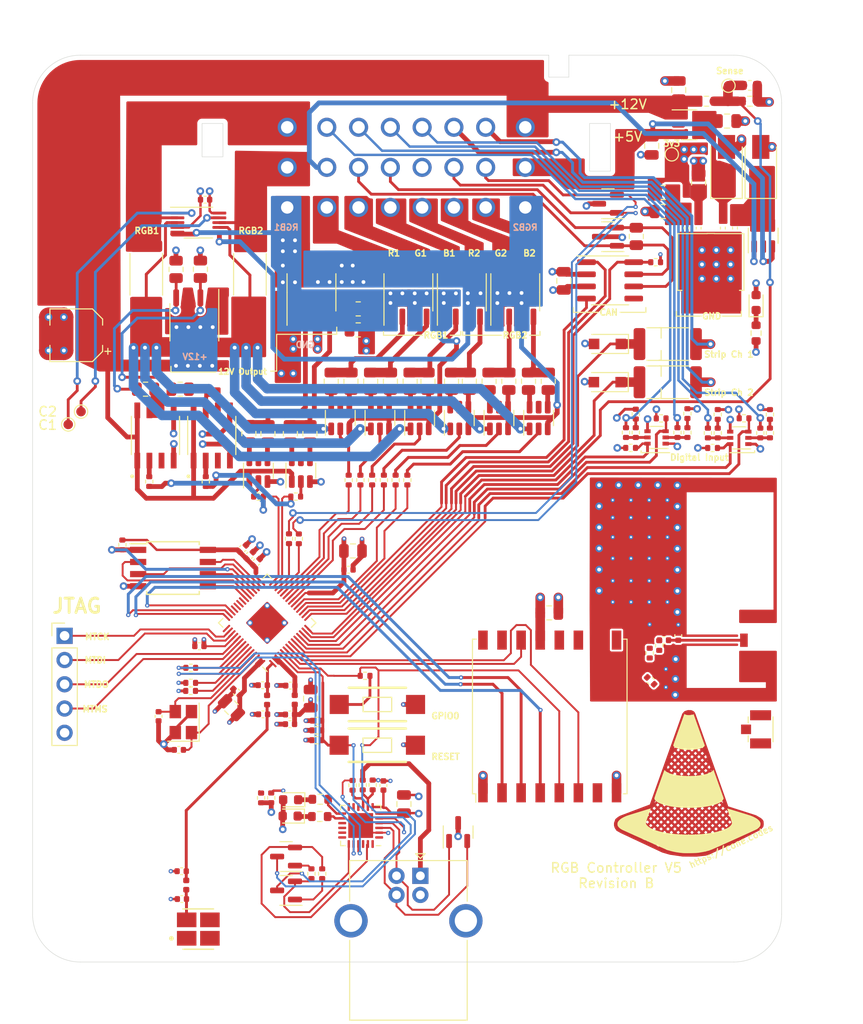
<source format=kicad_pcb>
(kicad_pcb (version 20211014) (generator pcbnew)
  (title_block (title "${Title}") (date "2022-06-28") (rev "${Revision}") (company "Connor Rigby") (comment 1 "https://cone.codes"))
  (layers (0 "F.Cu" signal) (1 "In1.Cu" power) (2 "In2.Cu" power) (31 "B.Cu" signal) (34 "B.Paste" user) (35 "F.Paste" user) (36 "B.SilkS" user "B.Silkscreen") (37 "F.SilkS" user "F.Silkscreen") (38 "B.Mask" user) (39 "F.Mask" user) (44 "Edge.Cuts" user))
  (property "Revision" "B")
  (property "Title" "RGB Controller V5")
  (net 0 "")
  (net 1 "GND")
  (net 2 "/ESP32-S3/LNA_IN")
  (net 3 "/ESP32-S3/XTAL_P")
  (net 4 "+3V3")
  (net 5 "/ESP32-S3/RF_ANT")
  (net 6 "/ESP32-S3/XTAL_N")
  (net 11 "/MISO")
  (net 12 "/SCLK")
  (net 13 "/MOSI")
  (net 14 "/Connectors/RGB1_12V")
  (net 15 "/Connectors/RGB2_12V")
  (net 16 "/Connectors/VBATT")
  (net 17 "/Connectors/USB_VBUS")
  (net 18 "/GPIO_CAN_P")
  (net 19 "/Power/VCC")
  (net 20 "/GPIO_CAN_N")
  (net 21 "/ESP32-S3/CHIP_PU")
  (net 22 "/ESP32-S3/MTCK")
  (net 23 "/ESP32-S3/MTDO")
  (net 24 "/ESP32-S3/MTMS")
  (net 25 "/ESP32-S3/MTDI")
  (net 26 "/CAN_EN")
  (net 27 "/ESP32-S3/SPICS0")
  (net 28 "/ESP32-S3/GPIO0_BOOTSTRAP")
  (net 29 "/Connectors/RGB1_R")
  (net 30 "/Connectors/RGB1_G")
  (net 31 "/Connectors/RGB1_B")
  (net 32 "/Connectors/RGB2_R")
  (net 33 "/Connectors/RGB2_G")
  (net 34 "/CAN_H")
  (net 35 "/CAN_L")
  (net 36 "/Connectors/RGB2_B")
  (net 37 "/Connectors/DI_1")
  (net 38 "/Connectors/DI_2")
  (net 39 "/Connectors/DI_3")
  (net 40 "/Connectors/DI_4")
  (net 41 "/ESP32-S3/SPIHD")
  (net 42 "/ESP32-S3/SPIWP")
  (net 43 "/ESP32-S3/SPICLK")
  (net 44 "/ESP32-S3/SPIQ")
  (net 45 "/ESP32-S3/SPID")
  (net 46 "/ESP32-S3/GPIO19")
  (net 47 "/ESP32-S3/GPIO20")
  (net 48 "/Connectors/PIXEL_2")
  (net 50 "/Connectors/PIXEL_1")
  (net 51 "Net-(D303-Pad1)")
  (net 52 "Net-(Q604-Pad2)")
  (net 53 "Net-(R102-Pad2)")
  (net 54 "/ESP32-S3/GPIO4")
  (net 55 "/ESP32-S3/GPIO5")
  (net 56 "/ESP32-S3/GPIO6")
  (net 57 "Net-(Q604-Pad5)")
  (net 58 "/ESP32-S3/GPIO8")
  (net 59 "Net-(Q605-Pad2)")
  (net 60 "/Connectors/IGNITION")
  (net 61 "/Connectors/USB_D_P")
  (net 62 "/Connectors/USB_D_N")
  (net 63 "/ESP32-S3/GPIO9")
  (net 64 "/ESP32-S3/GPIO45")
  (net 65 "/ESP32-S3/GPIO46")
  (net 66 "/VSENSE")
  (net 67 "/SX1231/CER_ANT")
  (net 68 "/SX1231/RFC")
  (net 69 "Net-(Q605-Pad5)")
  (net 70 "/ESP32-S3/U0TXD")
  (net 71 "Net-(R301-Pad1)")
  (net 72 "Net-(R608-Pad2)")
  (net 73 "Net-(R611-Pad2)")
  (net 74 "Net-(R614-Pad2)")
  (net 75 "/SX1231/DIO0")
  (net 76 "/SX1231/NRESET")
  (net 77 "/ESP32-S3/GPIO3")
  (net 78 "Net-(R617-Pad2)")
  (net 79 "/ESP32-S3/U0RXD")
  (net 80 "/ESP32-S3/GPIO14")
  (net 84 "/ESP32-S3/RGB1_PWM")
  (net 85 "/Connectors/RGB1_GND")
  (net 86 "/Connectors/RGB2_GND")
  (net 87 "/ESP32-S3/GPIO13")
  (net 88 "/ESP32-S3/GPIO17")
  (net 89 "/ESP32-S3/GPIO_18")
  (net 90 "/CS1")
  (net 91 "/ESP32-S3/I2S_WS")
  (net 92 "/ESP32-S3/I2S_SCK")
  (net 93 "/ESP32-S3/I2S_SD")
  (net 99 "/SX1231/ANT")
  (net 100 "/ESP32-S3/GPIO16")
  (net 101 "/ESP32-S3/GPIO15")
  (net 102 "/ESP32-S3/RGB2_PWM")
  (net 103 "/External-IO/CUR_SENSE_1")
  (net 104 "/External-IO/CUR_SENSE_2")
  (net 105 "/External-IO/RGB2_FET_OUTPUT")
  (net 106 "/External-IO/RGB1_FET_OUTPUT")
  (net 107 "/External-IO/RGB1_R_GATE")
  (net 108 "/External-IO/RGB1_G_GATE")
  (net 109 "/External-IO/RGB1_B_GATE")
  (net 110 "/External-IO/RGB2_R_GATE")
  (net 111 "/External-IO/RGB2_G_GATE")
  (net 112 "/External-IO/RGB2_B_GATE")
  (net 113 "/External-IO/RGB2_GATE")
  (net 114 "/External-IO/RGB1_GATE")
  (net 115 "Net-(R623-Pad2)")
  (net 116 "Net-(R624-Pad2)")
  (net 117 "Net-(R625-Pad2)")
  (net 118 "Net-(R626-Pad2)")
  (net 119 "Net-(R627-Pad2)")
  (net 120 "Net-(R628-Pad2)")
  (net 121 "/External-IO/RGB1_R_SOURCE")
  (net 122 "/External-IO/RGB1_R_SINK")
  (net 123 "/External-IO/RGB1_G_SOURCE")
  (net 124 "/External-IO/RGB1_G_SINK")
  (net 125 "/External-IO/RGB1_B_SOURCE")
  (net 126 "/External-IO/RGB1_B_SINK")
  (net 127 "/External-IO/RGB2_R_SOURCE")
  (net 128 "/External-IO/RGB2_R_SINK")
  (net 129 "/External-IO/RGB2_G_SINK")
  (net 130 "/External-IO/RGB2_B_SOURCE")
  (net 131 "/External-IO/RGB2_B_SINK")
  (net 138 "/External-IO/RGB2_G_SOURCE")
  (net 139 "Net-(Q607-Pad2)")
  (net 140 "Net-(Q607-Pad4)")
  (net 141 "Net-(R641-Pad2)")
  (net 142 "Net-(R642-Pad2)")
  (net 143 "/External-IO/RGB1_SOURCE")
  (net 144 "/External-IO/RGB2_SOURCE")
  (net 147 "/External-IO/RGB1_SINK")
  (net 148 "/External-IO/RGB2_SINK")
  (net 149 "Net-(R648-Pad2)")
  (net 150 "Net-(R649-Pad1)")
  (net 151 "Net-(R651-Pad2)")
  (net 152 "Net-(R652-Pad1)")
  (net 153 "/SX1231/U.FL")
  (net 154 "/ESP32-S3/VDDSPI")
  (net 155 "/ESP32-S3/VDD3V3")
  (net 158 "/ESP32-S3/RF_ANT_CHIP")
  (net 173 "/Power/CTRL")
  (net 174 "/USB-UART/DBG_USB_D-")
  (net 175 "/USB-UART/DBG_USB_D+")
  (net 176 "/USB-UART/USB_TX_ACT")
  (net 177 "/USB-UART/USB_RX_ACT")
  (net 178 "/USB-UART/DBG_USB_VBUS")
  (net 179 "/USB-UART/DBG_USB_CC2")
  (net 180 "/USB-UART/DBG_USB_CC1")
  (net 181 "/USB-UART/DTR_EMITTER")
  (net 182 "/USB-UART/RTS")
  (net 183 "/USB-UART/RTS_EMITTER")
  (net 184 "/USB-UART/DTR")
  (net 185 "/USB-UART/DBG_UART_VBUS")
  (net 186 "/USB-UART/VIO")
  (net 187 "/USB-UART/DBG_UART_RST")
  (net 188 "/USB-UART/TXT")
  (net 189 "/USB-UART/RXT")
  (footprint "Package_TO_SOT_SMD:SOT-23-6" (layer "F.Cu") (at 48.115596 63.529568 90)
    (fp_text reference "U609" hide)
    (fp_text value "ZXGD3009E6" hide)
  )
  (footprint "Resistor_SMD:R_0402_1005Metric" (layer "F.Cu") (at 91.265596 61.149568)
    (fp_text reference "R606" hide)
    (fp_text value "10k" hide)
  )
  (footprint "Resistor_SMD:R_0402_1005Metric" (layer "F.Cu") (at 97.275596 57.639568 90)
    (fp_text reference "R612" hide)
    (fp_text value "499R" hide)
  )
  (footprint "Resistor_SMD:R_0805_2012Metric" (layer "F.Cu") (at 65.772863 54.159568 90)
    (fp_text reference "R636" hide)
    (fp_text value "0R" hide)
  )
  (footprint "Package_SO:VSSOP-10_3x3mm_P0.5mm" (layer "F.Cu") (at 37.374124 37.539568)
    (fp_text reference "U601" hide)
    (fp_text value "INA2181A1IDGST")
  )
  (footprint "Resistor_SMD:R_0402_1005Metric" (layer "F.Cu") (at 29.410596 71.304567 -90)
    (fp_text reference "R105" hide)
    (fp_text value "100k" hide)
  )
  (footprint "Capacitor_SMD:C_0402_1005Metric" (layer "F.Cu") (at 33.200949 89.258961 -90)
    (fp_text reference "C113" hide)
    (fp_text value "16pF" hide)
  )
  (footprint "Capacitor_SMD:C_0805_2012Metric" (layer "F.Cu") (at 74.15 78.425)
    (fp_text reference "C523" hide)
    (fp_text value "10uF")
  )
  (footprint "Package_TO_SOT_SMD:SOT-23-6" (layer "F.Cu") (at 56.403596 58.009568 90)
    (fp_text reference "U603" hide)
    (fp_text value "ZXGD3009E6" hide)
  )
  (footprint "RF_Module:HOPERF_RFM9XW_SMD" (layer "F.Cu") (at 74.2 89.275 90)
    (fp_text reference "MOD501" hide)
    (fp_text value "COM-13909")
  )
  (footprint "Resistor_SMD:R_0402_1005Metric" (layer "F.Cu") (at 47.575596 66.239568)
    (fp_text reference "R642" hide)
    (fp_text value "1k" hide)
  )
  (footprint "Resistor_SMD:R_0402_1005Metric" (layer "F.Cu") (at 82.190596 59.534568 -90)
    (fp_text reference "R613" hide)
    (fp_text value "10k" hide)
  )
  (footprint "ConeCodes:7488910915" (layer "F.Cu") (at 96.050596 87.889568 180)
    (fp_text reference "AE501" hide)
    (fp_text value "7488910915")
  )
  (footprint "Capacitor_SMD:C_0402_1005Metric" (layer "F.Cu") (at 35.647349 108.402741)
    (fp_text reference "C116" hide)
    (fp_text value "2pF" hide)
  )
  (footprint "Resistor_SMD:R_0402_1005Metric" (layer "F.Cu") (at 56.815596 64.509568 90)
    (fp_text reference "R626" hide)
    (fp_text value "1k" hide)
  )
  (footprint "LED_SMD:LED_0603_1608Metric" (layer "F.Cu") (at 46.9975 99.71 180)
    (fp_text reference "D802" hide)
    (fp_text value "GRN" hide)
  )
  (footprint "Capacitor_SMD:C_0402_1005Metric" (layer "F.Cu") (at 35.324591 92.774923 180)
    (fp_text reference "C112" hide)
    (fp_text value "16pF" hide)
  )
  (footprint "Package_SO:SOIC-8_3.9x4.9mm_P1.27mm" (layer "F.Cu") (at 80.525596 43.589568)
    (fp_text reference "U401" hide)
    (fp_text value "SN65HVD230" hide)
  )
  (footprint "Capacitor_SMD:C_0402_1005Metric" (layer "F.Cu") (at 86.170596 81.289568)
    (fp_text reference "C521" hide)
    (fp_text value "0.5pF")
  )
  (footprint "Connector_PinHeader_2.54mm:PinHeader_1x05_P2.54mm_Vertical" (layer "F.Cu") (at 23.35 80.825)
    (fp_text reference "J101" hide)
    (fp_text value "Conn_01x04_Male")
  )
  (footprint "LED_SMD:LED_0603_1608Metric" (layer "F.Cu") (at 47.0475 98 180)
    (fp_text reference "D803" hide)
    (fp_text value "GRN" hide)
  )
  (footprint "TestPoint:TestPoint_Pad_D1.0mm" (layer "F.Cu") (at 23.732093 58.683071 -135)
    (fp_text reference "TP601" hide)
    (fp_text value "CUR_3")
  )
  (footprint "Capacitor_SMD:C_0805_2012Metric" (layer "F.Cu") (at 75.675596 43.639568 90)
    (fp_text reference "C401" hide)
    (fp_text value "10uF" hide)
  )
  (footprint "Package_TO_SOT_SMD:SOT-23" (layer "F.Cu") (at 46.5625 107.499999 180)
    (fp_text reference "Q801" hide)
    (fp_text value "BC817")
  )
  (footprint "Resistor_SMD:R_0402_1005Metric" (layer "F.Cu") (at 36.568274 85.755936 180)
    (fp_text reference "R108" hide)
    (fp_text value "10k" hide)
  )
  (footprint "Capacitor_SMD:C_0805_2012Metric" (layer "F.Cu") (at 58.9175 98.449999 90)
    (fp_text reference "C801" hide)
    (fp_text value "1uF" hide)
  )
  (footprint "Resistor_SMD:R_0402_1005Metric" (layer "F.Cu") (at 53.125596 64.509568 90)
    (fp_text reference "R623" hide)
    (fp_text value "1k" hide)
  )
  (footprint "Resistor_SMD:R_0402_1005Metric" (layer "F.Cu") (at 91.805597 59.579568 90)
    (fp_text reference "R617" hide)
    (fp_text value "1k" hide)
  )
  (footprint "Resistor_SMD:R_0805_2012Metric" (layer "F.Cu") (at 61.436501 54.159568 90)
    (fp_text reference "R634" hide)
    (fp_text value "0R" hide)
  )
  (footprint "Resistor_SMD:R_0402_1005Metric" (layer "F.Cu") (at 55.6375 96.45 -90)
    (fp_text reference "R806" hide)
    (fp_text value "47k5" hide)
  )
  (footprint "Resistor_SMD:R_0402_1005Metric" (layer "F.Cu") (at 53.5275 96.49 -90)
    (fp_text reference "R807" hide)
    (fp_text value "1k" hide)
  )
  (footprint "Package_SO:SOIC-8W_5.3x5.3mm_P1.27mm" (layer "F.Cu") (at 34.713759 73.726654)
    (fp_text reference "U102" hide)
    (fp_text value "W25Q128JVS" hide)
  )
  (footprint "Resistor_SMD:R_2512_6332Metric" (layer "F.Cu") (at 86.565596 50.264568)
    (fp_text reference "R23" hide)
    (fp_text value "100R" hide)
  )
  (footprint "Resistor_SMD:R_0402_1005Metric" (layer "F.Cu") (at 43.675596 66.239568 180)
    (fp_text reference "R641" hide)
    (fp_text value "1k" hide)
  )
  (footprint "Diode_SMD:D_SMA" (layer "F.Cu") (at 96.32 31.61 90)
    (fp_text reference "D305" hide)
    (fp_text value "D_Schottky_Small")
  )
  (footprint "Resistor_SMD:R_0805_2012Metric" (layer "F.Cu") (at 86.100596 34.379568 180)
    (fp_text reference "R301" hide)
    (fp_text value "56.7k" hide)
  )
  (footprint "Resistor_SMD:R_0805_2012Metric" (layer "F.Cu") (at 51.295596 54.159568 90)
    (fp_text reference "R629" hide)
    (fp_text value "0R" hide)
  )
  (footprint "ConeCodes:HRS_U.FL-R-SMT-1(10)" (layer "F.Cu") (at 96.3 90.625 -90)
    (fp_text reference "J501" hide)
    (fp_text value "U.FL-R-SMT-1(10)")
  )
  (footprint "Resistor_SMD:R_0805_2012Metric" (layer "F.Cu") (at 74.045596 54.159568 90)
    (fp_text reference "R640" hide)
    (fp_text value "0R" hide)
  )
  (footprint "Package_TO_SOT_SMD:SOT-23-5" (layer "F.Cu") (at 88.825596 27.289568)
    (fp_text reference "D301" hide)
    (fp_text value "RB496EA" hide)
  )
  (footprint "Resistor_SMD:R_0402_1005Metric" (layer "F.Cu") (at 83.215596 59.534568 90)
    (fp_text reference "R614" hide)
    (fp_text value "1k" hide)
  )
  (footprint "Package_TO_SOT_SMD:SOT-23-6" (layer "F.Cu") (at 43.665596 63.529568 90)
    (fp_text reference "U608" hide)
    (fp_text value "ZXGD3009E6" hide)
  )
  (footprint "ConeCodes:Delphi_Sicma_24_Black" (layer "F.Cu") (at 59.16 20.05 180)
    (fp_text reference "J201" hide)
    (fp_text value "Delphi_Sicma_24" hide)
  )
  (footprint "Package_TO_SOT_SMD:SOT-363_SC-70-6" (layer "F.Cu") (at 94.065596 60.089568 180)
    (fp_text reference "Q605" hide)
    (fp_text value "SBC847CDW1T1G" hide)
  )
  (footprint "Resistor_SMD:R_0402_1005Metric" (layer "F.Cu") (at 36.56032 86.597393 180)
    (fp_text reference "R109" hide)
    (fp_text value "10k" hide)
  )
  (footprint "Package_TO_SOT_SMD:SOT-23" (layer "F.Cu") (at 80.300596 35.564568 180)
    (fp_text reference "D201" hide)
    (fp_text value "PESD2USB3UV-T")
  )
  (footprint "Resistor_SMD:R_0805_2012Metric" (layer "F.Cu") (at 57.500139 54.159568 90)
    (fp_text reference "R632" hide)
    (fp_text value "0R" hide)
  )
  (footprint "Resistor_SMD:R_0603_1608Metric" (layer "F.Cu") (at 95.825596 49.114568 -90)
    (fp_text reference "R303" hide)
    (fp_text value "240R" hide)
  )
  (footprint "Resistor_SMD:R_0402_1005Metric" (layer "F.Cu") (at 45.0075 97.8 -90)
    (fp_text reference "R801" hide)
    (fp_text value "5k1" hide)
  )
  (footprint "Package_SO:SO-8_3.9x4.9mm_P1.27mm" (layer "F.Cu") (at 36.950596 47.984568 -90)
    (fp_text reference "Q606" hide)
    (fp_text value "AUIRF7316QTR")
  )
  (footprint "Resistor_SMD:R_0402_1005Metric" (layer "F.Cu") (at 47.900596 70.664568 90)
    (fp_text reference "R103" hide)
    (fp_text value "0R" hide)
  )
  (footprint "Resistor_SMD:R_0402_1005Metric" (layer "F.Cu") (at 38.150596 64.664568 90)
    (fp_text reference "R651" hide)
    (fp_text value "1k" hide)
  )
  (footprint "Resistor_SMD:R_0402_1005Metric" (layer "F.Cu") (at 82.675596 61.139568)
    (fp_text reference "R605" hide)
    (fp_text value "10k" hide)
  )
  (footprint "Resistor_SMD:R_0402_1005Metric" (layer "F.Cu") (at 85.300596 41.689568)
    (fp_text reference "R402" hide)
    (fp_text value "1k" hide)
  )
  (footprint "Resistor_SMD:R_0402_1005Metric" (layer "F.Cu") (at 49.225 105.75 -90)
    (fp_text reference "R804" hide)
    (fp_text value "10k" hide)
  )
  (footprint "Resistor_SMD:R_0402_1005Metric" (layer "F.Cu") (at 94.565596 58.039568)
    (fp_text reference "R620" hide)
    (fp_text value "10k" hide)
  )
  (footprint "Resistor_SMD:R_0805_2012Metric" (layer "F.Cu") (at 42.665596 59.639568 90)
    (fp_text reference "R643" hide)
    (fp_text value "0R" hide)
  )
  (footprint "Resistor_SMD:R_0402_1005Metric" (layer "F.Cu") (at 97.275597 59.574568 90)
    (fp_text reference "R611" hide)
    (fp_text value "1k" hide)
  )
  (footprint "Resistor_SMD:R_0805_2012Metric" (layer "F.Cu") (at 37.585596 42.429568 -90)
    (fp_text reference "R603" hide)
    (fp_text value "10k")
  )
  (footprint "Capacitor_SMD:C_0402_1005Metric" (layer "F.Cu") (at 56.767501 96.51 90)
    (fp_text reference "C802" hide)
    (fp_text value "0.1uF" hide)
  )
  (footprint "Capacitor_SMD:C_0402_1005Metric" (layer "F.Cu") (at 87.670596 80.814568 -90)
    (fp_text reference "C520" hide)
    (fp_text value "DNF")
  )
  (footprint "Resistor_SMD:R_0402_1005Metric" (layer "F.Cu") (at 58.045596 64.509568 90)
    (fp_text reference "R627" hide)
    (fp_text value "1k" hide)
  )
  (footprint "Resistor_SMD:R_0805_2012Metric" (layer "F.Cu") (at 69.909225 54.159568 90)
    (fp_text reference "R638" hide)
    (fp_text value "0R" hide)
  )
  (footprint "LED_SMD:LED_0603_1608Metric" (layer "F.Cu") (at 95.825596 45.914568 90)
    (fp_text reference "D303" hide)
    (fp_text value "GRN" hide)
  )
  (footprint "Inductor_SMD:L_0402_1005Metric" (layer "F.Cu") (at 44.575596 87.549568 -90)
    (fp_text reference "L101" hide)
    (fp_text value "2nH" hide)
  )
  (footprint "Resistor_SMD:R_2512_6332Metric" (layer "F.Cu") (at 31.914125 42.959568 -90)
    (fp_text reference "R621" hide)
    (fp_text value "0R")
  )
  (footprint "Package_TO_SOT_SMD:SOT-23-6" (layer "F.Cu") (at 68.877596 58.009568 90)
    (fp_text reference "U606" hide)
    (fp_text value "ZXGD3009E6" hide)
  )
  (footprint "Capacitor_SMD:C_0402_1005Metric" (layer "F.Cu") (at 46.974404 89.070432 180)
    (fp_text reference "C103" hide)
    (fp_text value "0.1uF" hide)
  )
  (footprint "Resistor_SMD:R_0402_1005Metric" (layer "F.Cu") (at 83.215596 57.599568 90)
    (fp_text reference "R615" hide)
    (fp_text value "499R" hide)
  )
  (footprint "Package_TO_SOT_SMD:SOT-23" (layer "F.Cu") (at 64.6 101.3875 90)
    (fp_text reference "D801" hide)
    (fp_text value "PESD2USB3UV-T")
  )
  (footprint "Connector_USB:USB_B_OST_USB-B1HSxx_Horizontal" (layer "F.Cu") (at 60.64 105.9725 -90)
    (fp_text reference "J801" hide)
    (fp_text value "USB_B")
  )
  (footprint "ConeCodes:BD33C0AWFP-CE2" (layer "F.Cu") (at 91.075596 41.664568 180)
    (fp_text reference "U301" hide)
    (fp_text value "BD33C0AWFP-CE2")
  )
  (footprint "MountingHole:MountingHole_2.2mm_M2" (layer "F.Cu") (at 28.795596 108.669568)
    (fp_text reference "H202" hide)
    (fp_text value "MountingHole_Pad")
  )
  (footprint "ConeCodes:SOIC127P600X175-8N" (layer "F.Cu") (at 38.775596 59.839568 90)
    (fp_text reference "U611" hide)
    (fp_text value "TC4431VOA713")
  )
  (footprint "Package_TO_SOT_SMD:SOT-23-5" (layer "F.Cu") (at 96.57 38.91 90)
    (fp_text reference "D304" hide)
    (fp_text value "RB496EA")
  )
  (footprint "Resistor_SMD:R_0402_1005Metric" (layer "F.Cu") (at 84.775596 85.539568 135)
    (fp_text reference "R504" hide)
    (fp_text value "0R")
  )
  (footprint "ConeCodes:QFN-56" (layer "F.Cu") (at 44.585596 79.469568 135)
    (fp_text reference "U101" hide)
    (fp_text value "ESP32-S3R2" hide)
  )
  (footprint "Resistor_SMD:R_0805_2012Metric" (layer "F.Cu") (at 49.065596 59.649568 90)
    (fp_text reference "R646" hide)
    (fp_text value "0R" hide)
  )
  (footprint "TestPoint:TestPoint_Pad_D1.0mm" (layer "F.Cu") (at 86.985596 30.384568 180)
    (fp_text reference "TP301" hide)
    (fp_text value "3V3OUT" hide)
  )
  (footprint "TestPoint:TestPoint_Pad_D1.0mm" (layer "F.Cu") (at 25.075596 57.339568 -135)
    (fp_text reference "TP602" hide)
    (fp_text value "CUR_2")
  )
  (footprint "Resistor_SMD:R_0805_2012Metric" (layer "F.Cu") (at 47.015596 59.649568 90)
    (fp_text reference "R645" hide)
    (fp_text value "0R" hide)
  )
  (footprint "Capacitor_SMD:C_0402_1005Metric" (layer "F.Cu") (at 41.375 86.725 135)
    (fp_text reference "C108" hide)
    (fp_text value "10nf" hide)
  )
  (footprint "Inductor_SMD:L_0402_1005Metric" (layer "F.Cu") (at 36.102934 106.937538 -90)
    (fp_text reference "L102" hide)
    (fp_text value "2.2nH" hide)
  )
  (footprint "Resistor_SMD:R_0402_1005Metric" (layer "F.Cu") (at 49.774403 91.760432 180)
    (fp_text reference "R101" hide)
    (fp_text value "10k" hide)
  )
  (footprint "Capacitor_SMD:C_0805_2012Metric" (layer "F.Cu") (at 89.800596 33.339568 90)
    (fp_text reference "C304" hide)
    (fp_text value "1uF" hide)
  )
  (footprint "Resistor_SMD:R_0402_1005Metric" (layer "F.Cu") (at 88.630596 59.534568 90)
    (fp_text reference "R608" hide)
    (fp_text value "1k" hide)
  )
  (footprint "Resistor_SMD:R_0805_2012Metric" (layer "F.Cu") (at 86.100596 36.374568 180)
    (fp_text reference "R302" hide)
    (fp_text value "10k" hide)
  )
  (footprint "ConeCodes:SW_RS-032G05A3-SMRT" (layer "F.Cu") (at 56.135596 88.019568)
    (fp_text reference "SW102" hide)
    (fp_text value "SW_Push" hide)
  )
  (footprint "Resistor_SMD:R_0805_2012Metric" (layer "F.Cu") (at 71.977406 54.159568 90)
    (fp_text reference "R639" hide)
    (fp_text value "0R" hide)
  )
  (footprint "Resistor_SMD:R_0805_2012Metric" (layer "F.Cu") (at 63.904682 54.159568 90)
    (fp_text reference "R635" hide)
    (fp_text value "0R" hide)
  )
  (footprint "Package_TO_SOT_SMD:SOT-23" (layer "F.Cu") (at 80.300596 39.014568 180)
    (fp_text reference "D202" hide)
    (fp_text value "PESD2CANFD24V-T" hide)
  )
  (footprint "Resistor_SMD:R_0402_1005Metric" (layer "F.Cu") (at 46.870596 70.654568 90)
    (fp_text reference "R104" hide)
    (fp_text value "0R" hide)
  )
  (footprint "Package_SO:SO-8_3.9x4.9mm_P1.27mm" (layer "F.Cu") (at 49.225597 44.844568 90)
    (fp_text reference "Q607" hide)
    (fp_text value "STS8DNF3LL")
  )
  (footprint "Resistor_SMD:R_0402_1005Metric" (layer "F.Cu") (at 36.575596 84.179568)
    (fp_text reference "R102" hide)
    (fp_text value "499R" hide)
  )
  (footprint "Capacitor_SMD:C_0805_2012Metric" (layer "F.Cu") (at 84.885596 29.494569 -90)
    (fp_text reference "C302" hide)
    (fp_text value "10uF" hide)
  )
  (footprint "logos:cone" (layer "F.Cu") (at 88.791123 96.304314)
    (fp_text reference "G***" hide)
    (fp_text value "LOGO" hide)
  )
  (footprint "Resistor_SMD:R_0805_2012Metric" (layer "F.Cu") (at 54.125596 46.579568)
    (fp_text reference "R602" hide)
    (fp_text value "10k")
  )
  (footprint "Resistor_SMD:R_0402_1005Metric" (layer "F.Cu") (at 50.35 105.75 90)
    (fp_text reference "R803" hide)
    (fp_text value "10k" hide)
  )
  (footprint "Resistor_SMD:R_0402_1005Metric" (layer "F.Cu") (at 84.675596 82.639568 -90)
    (fp_text reference "R502" hide)
    (fp_text value "0R")
  )
  (footprint "Package_TO_SOT_SMD:SOT-363_SC-70-6" (layer "F.Cu") (at 85.395596 60.044568 180)
    (fp_text reference "Q604" hide)
    (fp_text value "SBC847CDW1T1G" hide)
  )
  (footprint "ConeCodes:SW_RS-032G05A3-SMRT" (layer "F.Cu") (at 56.125596 92.289568)
    (fp_text reference "SW101" hide)
    (fp_text value "SW_Push" hide)
  )
  (footprint "Resistor_SMD:R_0402_1005Metric" (layer "F.Cu") (at 85.875596 58.049568)
    (fp_text reference "R619" hide)
    (fp_text value "10k" hide)
  )
  (footprint "Inductor_SMD:L_0402_1005Metric" (layer "F.Cu") (at 47.475432 87.535596 -90)
    (fp_text reference "L103" hide)
    (fp_text value "2nH")
  )
  (footprint "Resistor_SMD:R_0402_1005Metric" (layer "F.Cu") (at 85.675596 81.839568 -90)
    (fp_text reference "R503" hide)
    (fp_text value "0R")
  )
  (footprint "Capacitor_SMD:C_0805_2012Metric" (layer "F.Cu") (at 87.715596 23.649568 -90)
    (fp_text reference "C301" hide)
    (fp_text value "10uF")
  )
  (footprint "Resistor_SMD:R_0402_1005Metric" (layer "F.Cu") (at 91.805597 57.634569 90)
    (fp_text reference "R618" hide)
    (fp_text value "499R" hide)
  )
  (footprint "Resistor_SMD:R_0402_1005Metric" (layer "F.Cu") (at 32.225596 64.664568 90)
    (fp_text reference "R648" hide)
    (fp_text value "1k" hide)
  )
  (footprint "Package_TO_SOT_SMD:SOT-23-6" (layer "F.Cu") (at 52.245596 58.009568 90)
    (fp_text reference "U602" hide)
    (fp_text value "ZXGD3009E6" hide)
  )
  (footprint "Diode_SMD:D_SMA" (layer "F.Cu") (at 92.725596 31.61 90)
    (fp_text reference "D302" hide)
    (fp_text value "D_Schottky_Small" hide)
  )
  (footprint "Resistor_SMD:R_0805_2012Metric" (layer "F.Cu") (at 54.125596 48.779568)
    (fp_text reference "R604" hide)
    (fp_text value "10k")
  )
  (footprint "Resistor_SMD:R_0402_1005Metric" (layer "F.Cu") (at 96.270597 59.579569 -90)
    (fp_text reference "R610" hide)
    (fp_text value "10k" hide)
  )
  (footprint "Resistor_SMD:R_0805_2012Metric" (layer "F.Cu") (at 44.665595 59.649568 90)
    (fp_text reference "R644" hide)
    (fp_text value "0R" hide)
  )
  (footprint "Capacitor_SMD:C_0402_1005Metric" (layer "F.Cu") (at 47.009404 86.045432 180)
    (fp_text reference "C118" hide)
    (fp_text value "0.1uF")
  )
  (footprint "Package_SO:SO-8_3.9x4.9mm_P1.27mm" (layer "F.Cu") (at 64.985596 44.844568 90)
    (fp_text reference "Q602" hide)
    (fp_text value "STS8DNF3LL" hide)
  )
  (footprint "Capacitor_SMD:CP_Elec_5x5.9" (layer "F.Cu") (at 24.575596 49.339568 180)
    (fp_text reference "C602" hide)
    (fp_text value "10uF")
  )
  (footprint "Capacitor_SMD:C_0402_1005Metric" (layer "F.Cu") (at 43.458524 73.121993 45)
    (fp_text reference "C106" hide)
    (fp_text value "0.1uF" hide)
  )
  (footprint "Capacitor_SMD:C_0603_1608Metric" (layer "F.Cu") (at 95.175596 23.164568)
    (fp_text reference "C305" hide)
    (fp_text value "C_Small")
  )
  (footprint "Capacitor_SMD:C_0402_1005Metric" (layer "F.Cu") (at 42.750812 72.400139 45)
    (fp_text reference "C111" hide)
    (fp_text value "1uF")
  )
  (footprint "Resistor_SMD:R_0805_2012Metric" (layer "F.Cu") (at 67.841044 54.159568 90)
    (fp_text reference "R637" hide)
    (fp_text value "0R" hide)
  )
  (footprint "Resistor_SMD:R_2512_6332Metric" (layer "F.Cu") (at 42.774125 42.959568 -90)
    (fp_text reference "R622" hide)
    (fp_text value "0R")
  )
  (footprint "Resistor_SMD:R_0402_1005Metric" (layer "F.Cu") (at 43.9475 97.81 -90)
    (fp_text reference "R802" hide)
    (fp_text value "5k1" hide)
  )
  (footprint "Resistor_SMD:R_0805_2012Metric" (layer "F.Cu") (at 55.431958 54.159568 90)
    (fp_text reference "R631" hide)
    (fp_text value "0R" hide)
  )
  (footprint "TestPoint:TestPoint_Pad_D1.0mm" (layer "F.Cu") (at 92.930596 23.194568 180)
    (fp_text reference "TP302" hide)
    (fp_text value "VSENSE" hide)
  )
  (footprint "Capacitor_SMD:C_0402_1005Metric" (layer "F.Cu") (at 42.017017 71.684776 45)
    (fp_text reference "C110" hide)
    (fp_text value "0.1uF" hide)
  )
  (footprint "Resistor_SMD:R_0603_1608Metric" (layer "F.Cu") (at 90.620596 24.824568)
    (fp_text reference "R304" hide)
    (fp_text value "36k")
  )
  (footprint "Resistor_SMD:R_0805_2012Metric" (layer "F.Cu") (at 83.275596 38.989568 -90)
    (fp_text reference "R401" hide)
    (fp_text value "120,DNF" hide)
  )
  (footprint "Resistor_SMD:R_0805_2012Metric" (layer "F.Cu") (at 35.035596 42.439567 -90)
    (fp_text reference "R601" hide)
    (fp_text value "10k")
  )
  (footprint "Package_TO_SOT_SMD:SOT-23-6" (layer "F.Cu") (at 64.719596 58.009568 90)
    (fp_text reference "U605" hide)
    (fp_text value "ZXGD3009E6" hide)
  )
  (footprint "Resistor_SMD:R_0402_1005Metric" (layer "F.Cu") (at 54.355596 64.509568 90)
    (fp_text reference "R624" hide)
    (fp_text value "1k" hide)
  )
  (footprint "Capacitor_SMD:C_0402_1005Metric" (layer "F.Cu") (at 53.107165 73.902185)
    (fp_text reference "C101" hide)
    (fp_text value "0.1uF" hide)
  )
  (footprint "MountingHole:MountingHole_2.2mm_M2" (layer "F.Cu") (at 89.735596 108.669568)
    (fp_text reference "H201" hide)
    (fp_text value "MountingHole_Pad")
  )
  (footprint "Capacitor_SMD:C_0805_2012Metric" (layer "F.Cu") (at 49.135596 87.409568 90)
    (fp_text reference "C105" hide)
    (fp_text value "10uF" hide)
  )
  (footprint "Diode_SMD:D_SOD-123F" (layer "F.Cu") (at 80.25 50.25 180)
    (fp_text reference "D601" hide)
    (fp_text value "3v3")
  )
  (footprint "Resistor_SMD:R_0402_1005Metric" (layer "F.Cu") (at 54.845596 85.019568)
    (fp_text reference "R107" hide)
    (fp_text value "10k" hide)
  )
  (footprint "Resistor_SMD:R_0402_1005Metric" (layer "F.Cu") (at 88.630596 57.544568 90)
    (fp_text reference "R609" hide)
    (fp_text value "499R" hide)
  )
  (footprint "Package_DFN_QFN:QFN-24-1EP_4x4mm_P0.5mm_EP2.6x2.6mm" (layer "F.Cu") (at 54.3875 100.7 180)
    (fp_text reference "U801" hide)
    (fp_text value "CP2102N-Axx-xQFN24")
  )
  (footprint "Resistor_SMD:R_0402_1005Metric" (layer "F.Cu") (at 55.585596 64.509568 90)
    (fp_text reference "R625" hide)
    (fp_text value "1k" hide)
  )
  (footprint "Package_SO:SO-8_3.9x4.9mm_P1.27mm" (layer "F.Cu") (at 70.585596 44.844568 90)
    (fp_text reference "Q603" hide)
    (fp_text value "STS8DNF3LL" hide)
  )
  (footprint "Resistor_SMD:R_0402_1005Metric" (layer "F.Cu") (at 90.775596 59.579569 -90)
    (fp_text reference "R616" hide)
    (fp_text value "10k" hide)
  )
  (footprint "Capacitor_SMD:C_0402_1005Metric" (layer "F.Cu") (at 44.12 86)
    (fp_text reference "C114" hide)
    (fp_text value "4.6pF" hide)
  )
  (footprint "Capacitor_SMD:C_0402_1005Metric" (layer "F.Cu") (at 38.075595 35.139568 180)
    (fp_text reference "C601" hide)
    (fp_text value "0.1uF")
  )
  (footprint "Package_TO_SOT_SMD:SOT-23-6" (layer "F.Cu") (at 60.561596 58.009568 90)
    (fp_text reference "U604" hide)
    (fp_text value "ZXGD3009E6" hide)
  )
  (footprint "Resistor_SMD:R_0603_1608Metric" (layer "F.Cu") (at 50.0975 99.76)
    (fp_text reference "R808" hide)
    (fp_text value "240R" hide)
  )
  (footprint "Resistor_SMD:R_0402_1005Metric" (layer "F.Cu") (at 54.5975 96.46 90)
    (fp_text reference "R805" hide)
    (fp_text value "22k1" hide)
  )
  (footprint "ConeCodes:Molex-47948-0001-0-0-0" (layer "F.Cu") (at 37.364568 111.549404 90)
    (fp_text reference "ANT101" hide)
    (fp_text value "47948-0001" hide)
  )
  (footprint "Resistor_SMD:R_2512_6332Metric" (layer "F.Cu") (at 86.565596 54.264568)
    (fp_text reference "R24" hide)
    (fp_text value "100R" hide)
  )
  (footprint "Resistor_SMD:R_0805_2012Metric" (layer "F.Cu") (at 53.363777 54.159568 90)
    (fp_text reference "R630" hide)
    (fp_text value "0R" hide)
  )
  (footprint "Capacitor_SMD:C_0402_1005Metric" (layer "F.Cu") (at 46.974404 90.080432 180)
    (fp_text reference "C104" hide)
    (fp_text value "1uF" hide)
  )
  (footprint "Package_TO_SOT_SMD:SOT-23-6" (layer "F.Cu") (at 73.035596 58.009568 90)
    (fp_text reference "U607" hide)
    (fp_text value "ZXGD3009E6" hide)
  )
  (footprint "Resistor_SMD:R_0402_1005Metric" (layer "F.Cu") (at 49.785596 90.729567 180)
    (fp_text reference "R106" hide)
    (fp_text value "10k")
  )
  (footprint "Diode_SMD:D_SOD-123F" (layer "F.Cu") (at 80.23 54.25 180)
    (fp_text reference "D602" hide)
    (fp_text value "3v3")
  )
  (footprint "Capacitor_SMD:C_0402_1005Metric" (layer "F.Cu") (at 49.805596 89.719568 180)
    (fp_text reference "C117" hide)
    (fp_text value "1uF")
  )
  (footprint "Resistor_SMD:R_0402_1005Metric" (layer "F.Cu") (at 59.275596 64.509568 90)
    (fp_text reference "R628" hide)
    (fp_text value "1k" hide)
  )
  (footprint "Resistor_SMD:R_0805_2012Metric" (layer "F.Cu") (at 31.838095 54.989568 180)
    (fp_text reference "R649" hide)
    (fp_text value "0R" hide)
  )
  (footprint "Resistor_SMD:R_0805_2012Metric" (layer "F.Cu") (at 35.463096 54.989568 180)
    (fp_text reference "R652" hide)
    (fp_text value "0R" hide)
  )
  (footprint "Package_TO_SOT_SMD:SOT-23" (layer "F.Cu") (at 46.5625 103.95 180)
    (fp_text reference "Q802" hide)
    (fp_text value "BC817")
  )
  (footprint "Capacitor_SMD:C_0805_2012Metric" (layer "F.Cu") (at 40.842502 88.355971 135)
    (fp_text reference "C109" hide)
    (fp_text value "1uF" hide)
  )
  (footprint "Crystal:Crystal_SMD_3225-4Pin_3.2x2.5mm" (layer "F.Cu") (at 35.803378 89.866345 90)
    (fp_text reference "Y101" hide)
    (fp_text value "40MHZ" hide)
  )
  (footprint "Capacitor_SMD:C_0402_1005Metric" (layer "F.Cu") (at 37.480596 81.919568 180)
    (fp_text reference "C102" hide)
    (fp_text value "0.1uF" hide)
  )
  (footprint "Capacitor_SMD:C_0402_1005Metric" (layer "F.Cu") (at 44.15 89.05)
    (fp_text reference "C119" hide)
    (fp_text value "2pF")
  )
  (footprint "Capacitor_SMD:C_0805_2012Metric" (layer "F.Cu") (at 53.575595 71.934568)
    (fp_text reference "C107" hide)
    (fp_text value "10uF" hide)
  )
  (footprint "Resistor_SMD:R_0603_1608Metric" (layer "F.Cu") (at 95.175596 24.824567)
    (fp_text reference "R305" hide)
    (fp_text value "10k")
  )
  (footprint "Resistor_SMD:R_0603_1608Metric" (layer "F.Cu") (at 50.1475 97.949999)
    (fp_text reference "R809" hide)
    (fp_text value "240R" hide)
  )
  (footprint "Capacitor_SMD:C_0805_2012Metric" (layer "F.Cu") (at 92.785433 26.900596 180)
    (fp_text reference "C303" hide)
    (fp_text value "1uF" hide)
  )
  (footprint "Resistor_SMD:R_0402_1005Metric" (layer "F.Cu") (at 87.585596 59.534569 -90)
    (fp_text reference "R607" hide)
    (fp_text value "10k" hide)
  )
  (footprint "ConeCodes:SOIC127P600X175-8N" (layer "F.Cu") (at 32.875596 59.839568 90)
    (fp_text reference "U610" hide)
    (fp_text value "TC4431VOA713")
  )
  (footprint "Package_SO:SO-8_3.9x4.9mm_P1.27mm" (layer "F.Cu") (at 59.385596 44.844568 90)
    (fp_text reference "Q601" hide)
    (fp_text value "STS8DNF3LL" hide)
  )
  (footprint "Capacitor_SMD:C_0402_1005Metric" (layer "F.Cu") (at 35.622932 105.487539)
    (fp_text reference "C115" hide)
    (fp_text value "4pF" hide)
  )
  (footprint "Resistor_SMD:R_0805_2012Metric" (layer "F.Cu") (at 59.56832 54.159568 90)
    (fp_text reference "R633" hide)
    (fp_text value "0R" hide)
  )
  (gr_line (start 85.875596 51.939568) (end 85.675596 51.939568) (layer "F.SilkS") (width 0.12))
  (gr_line (start 45.575596 53.1) (end 45.575596 49.239568) (layer "F.SilkS") (width 0.12))
  (gr_line (start 76.675596 46.939568) (end 76.675596 46.439568) (layer "F.SilkS") (width 0.12))
  (gr_line (start 85.875596 48.539568) (end 85.875596 49.639568) (layer "F.SilkS") (width 0.12))
  (gr_line (start 81.575596 46.939568) (end 84.275596 46.939568) (layer "F.SilkS") (width 0.12))
  (gr_line (start 51.875596 49.239568) (end 45.625596 49.239568) (layer "F.SilkS") (width 0.12))
  (gr_line (start 90.075596 47.339568) (end 87.475596 47.339568) (layer "F.SilkS") (width 0.12))
  (gr_line (start 65.075596 49.339568) (end 65.075596 48.939568) (layer "F.SilkS") (width 0.12))
  (gr_line (start 73.175596 49.339568) (end 73.175596 48.939568) (layer "F.SilkS") (width 0.12))
  (gr_line (start 56.775596 49.339568) (end 56.775596 48.939568) (layer "F.SilkS") (width 0.12))
  (gr_line (start 79.275596 46.939568) (end 76.675596 46.939568) (layer "F.SilkS") (width 0.12))
  (gr_line (start 95.675596 61.639568) (end 95.675596 61.439568) (layer "F.SilkS") (width 0.12))
  (gr_line (start 85.875596 55.939568) (end 85.675596 55.939568) (layer "F.SilkS") (width 0.12))
  (gr_line (start 83.775596 61.639568) (end 83.775596 61.439568) (layer "F.SilkS") (width 0.12))
  (gr_line (start 84.275596 46.939568) (end 84.275596 46.439568) (layer "F.SilkS") (width 0.12))
  (gr_line (start 39.2 53.2) (end 34.5 53.2) (layer "F.SilkS") (width 0.12))
  (gr_line (start 93.075596 61.639568) (end 95.675596 61.639568) (layer "F.SilkS") (width 0.12))
  (gr_line (start 51.875596 49.239568) (end 51.875596 48.489568) (layer "F.SilkS") (width 0.12))
  (gr_line (start 85.675596 52.539568) (end 85.875596 52.539568) (layer "F.SilkS") (width 0.12))
  (gr_line (start 86.775596 61.639568) (end 83.775596 61.639568) (layer "F.SilkS") (width 0.12))
  (gr_line (start 87.475596 47.339568) (end 87.475596 46.839568) (layer "F.SilkS") (width 0.12))
  (gr_line (start 72.075596 49.339568) (end 73.175596 49.339568) (layer "F.SilkS") (width 0.12))
  (gr_line (start 92.275596 47.339568) (end 94.275596 47.339568) (layer "F.SilkS") (width 0.12))
  (gr_line (start 85.875596 54.939568) (end 85.875596 55.939568) (layer "F.SilkS") (width 0.12))
  (gr_line (start 85.875596 50.939568) (end 85.875596 51.939568) (layer "F.SilkS") (width 0.12))
  (gr_line (start 85.675596 48.539568) (end 85.875596 48.539568) (layer "F.SilkS") (width 0.12))
  (gr_line (start 44.95 53.1) (end 45.575596 53.1) (layer "F.SilkS") (width 0.12))
  (gr_line (start 60.875596 49.339568) (end 56.775596 49.339568) (layer "F.SilkS") (width 0.12))
  (gr_line (start 63.775596 49.339568) (end 64.875596 49.339568) (layer "F.SilkS") (width 0.12))
  (gr_line (start 94.275596 47.339568) (end 94.275596 46.839568) (layer "F.SilkS") (width 0.12))
  (gr_line (start 85.875596 52.539568) (end 85.875596 53.639568) (layer "F.SilkS") (width 0.12))
  (gr_line (start 34.5 53.2) (end 34.5 52.6) (layer "F.SilkS") (width 0.12))
  (gr_line (start 64.875596 49.339568) (end 64.875596 48.939568) (layer "F.SilkS") (width 0.12))
  (gr_line (start 69.175596 49.339568) (end 65.075596 49.339568) (layer "F.SilkS") (width 0.12))
  (gr_line (start 25 20) (end 74.1 20) (layer "Edge.Cuts") (width 0.05))
  (gr_line (start 98.5 25.000001) (end 98.499999 110) (layer "Edge.Cuts") (width 0.05))
  (gr_arc (start 25 114.999999) (mid 21.464467 113.535533) (end 20 109.999999) (layer "Edge.Cuts") (width 0.05))
  (gr_rect (start 37.76 27.15) (end 39.95 30.65) (layer "Edge.Cuts") (width 0.05) (fill none))
  (gr_line (start 76.2 22.3) (end 76.2 20) (layer "Edge.Cuts") (width 0.05))
  (gr_line (start 20 109.999999) (end 20 25) (layer "Edge.Cuts") (width 0.05))
  (gr_arc (start 93.5 20) (mid 97.035534 21.464466) (end 98.5 25.000001) (layer "Edge.Cuts") (width 0.05))
  (gr_line (start 74.1 22.3) (end 76.2 22.3) (layer "Edge.Cuts") (width 0.05))
  (gr_line (start 74.1 20) (end 74.1 22.3) (layer "Edge.Cuts") (width 0.05))
  (gr_rect (start 78.37 27.15) (end 80.56 32.15) (layer "Edge.Cuts") (width 0.05) (fill none))
  (gr_arc (start 98.499999 110) (mid 97.035533 113.535533) (end 93.499999 115) (layer "Edge.Cuts") (width 0.05))
  (gr_line (start 93.5 20) (end 76.2 20) (layer "Edge.Cuts") (width 0.05))
  (gr_line (start 93.499999 115) (end 25 114.999999) (layer "Edge.Cuts") (width 0.05))
  (gr_arc (start 20 25) (mid 21.464466 21.464466) (end 25 20) (layer "Edge.Cuts") (width 0.05))
  (gr_text "GND" (at 48.575596 50.339568) (layer "B.SilkS") (effects (font (size 0.65 0.65)) (justify mirror)))
  (gr_text "+12V" (at 37.025596 51.589568) (layer "B.SilkS") (effects (font (size 0.65 0.65)) (justify mirror)))
  (gr_text "RGB2" (at 71.625596 38.039568) (layer "B.SilkS") (effects (font (size 0.65 0.65)) (justify mirror)))
  (gr_text "RGB1" (at 46.575596 38.039568) (layer "B.SilkS") (effects (font (size 0.65 0.65)) (justify mirror)))
  (gr_text "12V Output" (at 42 53.15) (layer "F.SilkS") (effects (font (size 0.6 0.6))))
  (gr_text "MTDI" (at 26.575 83.375) (layer "F.SilkS") (effects (font (size 0.65 0.65) (thickness 0.1625))))
  (gr_text "R2" (at 66.275596 40.739568) (layer "F.SilkS") (effects (font (size 0.65 0.65))))
  (gr_text "+5V" (at 82.375596 28.539568) (layer "F.SilkS") (effects (font (size 1 1))))
  (gr_text "G1" (at 60.675596 40.739568) (layer "F.SilkS") (effects (font (size 0.65 0.65))))
  (gr_text "G2" (at 69.075596 40.739568) (layer "F.SilkS") (effects (font (size 0.65 0.65))))
  (gr_text "RGB2" (at 42.875596 38.389568) (layer "F.SilkS") (effects (font (size 0.65 0.65))))
  (gr_text "Strip Ch 2" (at 92.975596 55.339568) (layer "F.SilkS") (effects (font (size 0.65 0.65))))
  (gr_text "3v3" (at 86.975596 29.239568) (layer "F.SilkS") (effects (font (size 0.65 0.65))))
  (gr_text "B2" (at 72.075596 40.739568) (layer "F.SilkS") (effects (font (size 0.65 0.65))))
  (gr_text "+12V" (at 82.375596 25.139568) (layer "F.SilkS") (effects (font (size 1 1))))
  (gr_text "CAN" (at 80.375596 46.939568) (layer "F.SilkS") (effects (font (size 0.65 0.65))))
  (gr_text "C2" (at 21.575596 57.339568) (layer "F.SilkS") (effects (font (size 1 1))))
  (gr_text "${Title}\nRevision ${Revision}\n" (at 81.165596 105.939568) (layer "F.SilkS") (effects (font (size 1 1))))
  (gr_text "JTAG" (at 24.65 77.7) (layer "F.SilkS") (effects (font (size 1.5 1.5) (thickness 0.3))))
  (gr_text "C1" (at 21.575596 58.739568) (layer "F.SilkS") (effects (font (size 1 1))))
  (gr_text "RGB1" (at 62.275596 49.339568) (layer "F.SilkS") (effects (font (size 0.65 0.65))))
  (gr_text "GPIO0" (at 63.265596 89.219568) (layer "F.SilkS") (effects (font (size 0.65 0.65))))
  (gr_text "MTMS" (at 26.55 88.5) (layer "F.SilkS") (effects (font (size 0.65 0.65) (thickness 0.1625))))
  (gr_text "RGB2" (at 70.575596 49.339568) (layer "F.SilkS") (effects (font (size 0.65 0.65))))
  (gr_text "Sense" (at 93.075596 21.639568) (layer "F.SilkS") (effects (font (size 0.65 0.65))))
  (gr_text "Strip Ch 1" (at 92.975596 51.339568) (layer "F.SilkS") (effects (font (size 0.65 0.65))))
  (gr_text "RESET" (at 63.285596 93.489568) (layer "F.SilkS") (effects (font (size 0.65 0.65))))
  (gr_text "Digital Input" (at 89.875596 62.139568) (layer "F.SilkS") (effects (font (size 0.65 0.65))))
  (gr_text "https://cone.codes" (at 93.208655 102.884314 25) (layer "F.SilkS") (effects (font (size 0.65 0.65) (thickness 0.125))))
  (gr_text "R1" (at 57.875596 40.739568) (layer "F.SilkS") (effects (font (size 0.65 0.65))))
  (gr_text "MTDO" (at 26.675 85.925) (layer "F.SilkS") (effects (font (size 0.65 0.65) (thickness 0.1625))))
  (gr_text "MTCK" (at 26.775 80.925) (layer "F.SilkS") (effects (font (size 0.65 0.65) (thickness 0.1625))))
  (gr_text "B1" (at 63.675596 40.739568) (layer "F.SilkS") (effects (font (size 0.65 0.65))))
  (gr_text "RGB1" (at 31.975596 38.389568) (layer "F.SilkS") (effects (font (size 0.65 0.65))))
  (gr_text "GND" (at 91.175596 47.339568) (layer "F.SilkS") (effects (font (size 0.65 0.65))))
  (segment (start 49.135596 85.453492) (end 49.15 85.439088) (width 0.5) (layer "F.Cu") (net 1))
  (segment (start 36.375596 38.039568) (end 37.595595 36.819569) (width 0.25) (layer "F.Cu") (net 1))
  (segment (start 77.901781 54.25) (end 77.851781 54.2) (width 0.5) (layer "F.Cu") (net 1))
  (segment (start 34.800596 60.714568) (end 34.780596 60.734568) (width 0.5) (layer "F.Cu") (net 1))
  (segment (start 21.675596 47.439568) (end 23.275596 47.439568) (width 2) (layer "F.Cu") (net 1))
  (segment (start 49.325596 89.719568) (end 48.635596 89.719568) (width 0.5) (layer "F.Cu") (net 1))
  (segment (start 41.035589 86.385589) (end 41.035589 86.739411) (width 0.5) (layer "F.Cu") (net 1))
  (segment (start 92.920597 57.124569) (end 92.925596 57.129568) (width 0.29337) (layer "F.Cu") (net 1))
  (segment (start 34.780596 57.209568) (end 34.780596 59.634568) (width 0.5) (layer "F.Cu") (net 1))
  (segment (start 57.5 96.025) (end 56.772501 96.025) (width 0.254) (layer "F.Cu") (net 1))
  (segment (start 37.000596 81.224568) (end 37.000596 81.919568) (width 0.5) (layer "F.Cu") (net 1))
  (segment (start 33.742655 92.177068) (end 34.953378 90.966345) (width 0.5) (layer "F.Cu") (net 1))
  (segment (start 89.630596 57.034568) (end 89.645596 57.049568) (width 0.29337) (layer "F.Cu") (net 1))
  (segment (start 96.32 29.61) (end 97.49048 29.61) (width 1) (layer "F.Cu") (net 1))
  (segment (start 34.780596 59.634568) (end 34.775596 59.639568) (width 0.5) (layer "F.Cu") (net 1))
  (segment (start 81.2 97.275) (end 81.2 95.45) (width 1) (layer "F.Cu") (net 1))
  (segment (start 36.05032 86.597393) (end 35.302607 86.597393) (width 0.3058) (layer "F.Cu") (net 1))
  (segment (start 78.045596 35.788383) (end 78.269411 35.564568) (width 0.5) (layer "F.Cu") (net 1))
  (segment (start 34.780596 60.734568) (end 34.780596 62.469568) (width 0.5) (layer "F.Cu") (net 1))
  (segment (start 22.375596 50.239568) (end 21.675596 50.939568) (width 2) (layer "F.Cu") (net 1))
  (segment (start 81.4794 57.688767) (end 82.078599 57.089568) (width 0.29337) (layer "F.Cu") (net 1))
  (segment (start 54.525595 72.489569) (end 53.587165 73.427999) (width 0.5) (layer "F.Cu") (net 1))
  (segment (start 55.1375 101.45) (end 54.3875 100.7) (width 0.18) (layer "F.Cu") (net 1))
  (segment (start 44.615596 64.667068) (end 45.953096 64.667068) (width 0.5) (layer "F.Cu") (net 1))
  (segment (start 97.49048 29.61) (end 97.50048 29.6) (width 1) (layer "F.Cu") (net 1))
  (segment (start 50.225596 64.689568) (end 49.088096 64.689568) (width 0.5) (layer "F.Cu") (net 1))
  (segment (start 43.64 86) (end 42.925 86) (width 0.5) (layer "F.Cu") (net 1))
  (segment (start 55.6475 95.95) (end 55.6375 95.94) (width 0.254) (layer "F.Cu") (net 1))
  (segment (start 46.515268 86.059568) (end 46.529404 86.045432) (width 0.5) (layer "F.Cu") (net 1))
  (segment (start 75.1 78.425) (end 75.1 76.8) (width 1) (layer "F.Cu") (net 1))
  (segment (start 47.310597 47.519568) (end 47.310597 50.864569) (width 1) (layer "F.Cu") (net 1))
  (segment (start 93.115596 59.439568) (end 93.115596 58.169568) (width 0.29337) (layer "F.Cu") (net 1))
  (segment (start 77.95 50.25) (end 77.9 50.2) (width 0.5) (layer "F.Cu") (net 1))
  (segment (start 94.699404 26.900596) (end 93.735433 26.900596) (width 1) (layer "F.Cu") (net 1))
  (segment (start 37.595595 34.259567) (end 37.575596 34.239568) (width 0.25) (layer "F.Cu") (net 1))
  (segment (start 37.595595 36.819569) (end 37.595595 35.139568) (width 0.25) (layer "F.Cu") (net 1))
  (segment (start 45.579568 89.070432) (end 45.575 89.075) (width 0.5) (layer "F.Cu") (net 1))
  (segment (start 37.005596 81.219568) (end 37.000596 81.224568) (width 0.5) (layer "F.Cu") (net 1))
  (segment (start 81.731619 39.019568) (end 79.368096 39.019568) (width 0.5) (layer "F.Cu") (net 1))
  (segment (start 53.587165 73.427999) (end 53.587165 73.902185) (width 0.5) (layer "F.Cu") (net 1))
  (segment (start 87.715596 22.699568) (end 86.265596 22.699568) (width 1) (layer "F.Cu") (net 1))
  (segment (start 60.135596 88.019568) (end 58.850596 88.019568) (width 0.5) (layer "F.Cu") (net 1))
  (segment (start 22.375596 48.339568) (end 23.275596 47.439568) (width 2) (layer "F.Cu") (net 1))
  (segment (start 45.0075 99.29) (end 45.0175 99.3) (width 0.5) (layer "F.Cu") (net 1))
  (segment (start 95.815596 51.1) (end 95.825596 51.09) (width 0.3058) (layer "F.Cu") (net 1))
  (segment (start 43.9475 98.32) (end 44.9975 98.32) (width 0.5) (layer "F.Cu") (net 1))
  (segment (start 67.2 97.275) (end 67.2 95.475) (width 1) (layer "F.Cu") (net 1))
  (segment (start 96.515596 57.129568) (end 96.285596 56.899568) (width 0.29337) (layer "F.Cu") (net 1))
  (segment (start 46.471039 89.047067) (end 46.494404 89.070432) (width 0.5) (layer "F.Cu") (net 1))
  (segment (start 35.174124 38.039568) (end 36.375596 38.039568) (width 0.25) (layer "F.Cu") (net 1))
  (segment (start 41.035589 86.739411) (end 40.170751 87.604249) (width 0.5) (layer "F.Cu") (net 1))
  (segment (start 95.775596 60.739568) (end 96.275596 61.239568) (width 0.29337) (layer "F.Cu") (net 1))
  (segment (start 78.83 54.25) (end 77.901781 54.25) (width 0.5) (layer "F.Cu") (net 1))
  (segment (start 21.675596 50.939568) (end 23.275596 50.939568) (width 2) (layer "F.Cu") (net 1))
  (segment (start 49.860597 50.764569) (end 49.865596 50.769568) (width 1) (layer "F.Cu") (net 1))
  (segment (start 45.0075 98.31) (end 45.0075 99.29) (width 0.5) (layer "F.Cu") (net 1))
  (segment (start 23.275596 50.939568) (end 23.275596 47.439568) (width 2) (layer "F.Cu") (net 1))
  (segment (start 33.563096 92.177068) (end 33.200949 91.814921) (width 0.5) (layer "F.Cu") (net 1))
  (segment (start 22.375596 50.239568) (end 22.375596 48.139568) (width 2) (layer "F.Cu") (net 1))
  (segment (start 35.305936 85.755936) (end 35.3 85.75) (width 0.3058) (layer "F.Cu") (net 1))
  (segment (start 29.535596 75.619568) (end 29.547682 75.631654) (width 0.5) (layer "F.Cu") (net 1))
  (segment (start 84.445596 58.129568) (end 84.455596 58.119568) (width 0.29337) (layer "F.Cu") (net 1))
  (segment (start 40.170751 87.68422) (end 40.16578 87.68422) (width 0.5) (layer "F.Cu") (net 1))
  (segment (start 46.494404 90.080432) (end 45.580432 90.080432) (width 0.5) (layer "F.Cu") (net 1))
  (segment (start 56.225 95.95) (end 55.6475 95.95) (width 0.254) (layer "F.Cu") (net 1))
  (segment (start 60.135596 92.239568) (end 58.850596 92.239568) (width 0.5) (layer "F.Cu") (net 1))
  (segment (start 84.445596 59.394568) (end 84.445596 58.129568) (width 0.29337) (layer "F.Cu") (net 1))
  (segment (start 86.345596 60.694568) (end 87.280596 60.694568) (width 0.25) (layer "F.Cu") (net 1))
  (segment (start 33.563096 92.177068) (end 33.742655 92.177068) (width 0.5) (layer "F.Cu") (net 1))
  (segment (start 85.810596 41.689568) (end 85.810596 40.874568) (width 0.29337) (layer "F.Cu") (net 1))
  (segment (start 43.104436 72.060728) (end 43.825596 71.339568) (width 0.5) (layer "F.Cu") (net 1))
  (segment (start 36.653378 88.866345) (end 34.953378 90.566345) (width 0.3058) (layer "F.Cu") (net 1))
  (segment (start 97.2 24.9) (end 96.076029 24.9) (width 1) (layer "F.Cu") (net 1))
  (segment (start 45.953096 64.667068) (end 45.975596 64.689568) (width 0.5) (layer "F.Cu") (net 1))
  (segment (start 78.050596 42.954568) (end 75.940596 42.954568) (width 0.5) (layer "F.Cu") (net 1))
  (segment (start 21.675596 50.939568) (end 21.675596 47.439568) (width 2) (layer "F.Cu") (net 1))
  (segment (start 56.325 101.45) (end 55.1375 101.45) (width 0.18) (layer "F.Cu") (net 1))
  (segment (start 29.547682 75.631654) (end 31.113759 75.631654) (width 0.5) (layer "F.Cu") (net 1))
  (segment (start 56.772501 96.025) (end 56.767501 96.03) (width 0.254) (layer "F.Cu") (net 1))
  (segment (start 42.356428 71.333736) (end 43.000596 70.689568) (width 0.5) (layer "F.Cu") (net 1))
  (segment (start 36.058274 85.755936) (end 35.305936 85.755936) (width 0.3058) (layer "F.Cu") (net 1))
  (segment (start 39.975596 60.739568) (end 40.680596 61.444568) (width 0.5) (layer "F.Cu") (net 1))
  (segment (start 43.797935 72.767229) (end 44.525596 72.039568) (width 0.5) (layer "F.Cu") (net 1))
  (segment (start 97.275596 57.129568) (end 96.515596 57.129568) (width 0.29337) (layer "F.Cu") (net 1))
  (segment (start 75.940596 42.954568) (end 75.675596 42.689568) (width 0.5) (layer "F.Cu") (net 1))
  (segment (start 37.825596 60.739568) (end 39.975596 60.739568) (width 0.5) (layer "F.Cu") (net 1))
  (segment (start 40.16578 87.68422) (end 39.1 88.75) (width 0.5) (layer "F.Cu") (net 1))
  (segment (start 81.4794 57.747011) (end 81.4794 57.688767) (width 0.29337) (layer "F.Cu") (net 1))
  (segment (start 40.680596 58.634568) (end 39.624774 59.69039) (width 0.5) (layer "F.Cu") (net 1))
  (segment (start 34.844591 92.774923) (end 34.160951 92.774923) (width 0.5) (layer "F.Cu") (net 1))
  (segment (start 87.670596 80.334568) (end 87.670596 79.664568) (width 0.29337) (layer "F.Cu") (net 1))
  (segment (start 35.142932 105.487539) (end 34.482932 105.48754) (width 0.254) (layer "F.Cu") (net 1))
  (segment (start 74.475596 42.689568) (end 74.465596 42.679568) (width 0.5) (layer "F.Cu") (net 1))
  (segment (start 44.9975 98.32) (end 45.0075 98.31) (width 0.5) (layer "F.Cu") (net 1))
  (segment (start 35.302607 86.597393) (end 35.3 86.6) (width 0.3058) (layer "F.Cu") (net 1))
  (segment (start 54.525595 71.934568) (end 54.525595 72.489569) (width 0.5) (layer "F.Cu") (net 1))
  (segment (start 93.89 29.61) (end 92.725596 29.61) (width 1) (layer "F.Cu") (net 1))
  (segment (start 84.885596 30.444569) (end 83.760597 30.444569) (width 0.5) (layer "F.Cu") (net 1))
  (segment (start 56.325 101.45) (end 57.236 101.45) (width 0.18) (layer "F.Cu") (net 1))
  (segment (start 22.375596 48.139568) (end 21.675596 47.439568) (width 2) (layer "F.Cu") (net 1))
  (segment (start 85.810596 40.874568) (end 85.800596 40.864568) (width 0.29337) (layer "F.Cu") (net 1))
  (segment (start 40.680596 57.209568) (end 40.680596 58.634568) (width 0.5) (layer "F.Cu") (net 1))
  (segment (start 94.3 29.2) (end 93.89 29.61) (width 1) (layer "F.Cu") (net 1))
  (segment (start 95.825596 51.09) (end 95.825596 49.939568) (width 0.5) (layer "F.Cu") (net 1))
  (segment (start 33.200949 91.814921) (end 33.200949 89.738961) (width 0.5) (layer "F.Cu") (net 1))
  (segment (start 54.525595 71.934568) (end 54.525596 70.679568) (width 0.5) (layer "F.Cu") (net 1))
  (segment (start 94.3 28.8) (end 94.3 29.2) (width 1) (layer "F.Cu") (net 1))
  (segment (start 40.680596 61.444568) (end 40.680596 62.469568) (width 0.5) (layer "F.Cu") (net 1))
  (segment (start 95.015596 60.739568) (end 95.775596 60.739568) (width 0.29337) (layer "F.Cu") (net 1))
  (segment (start 37.575596 40.439568) (end 37.575596 41.517068) (width 0.5) (layer "F.Cu") (net 1))
  (segment (start 64.6 100.45) (end 64.6 101.8375) (width 0.5) (layer "F.Cu") (net 1))
  (segment (start 34.160951 92.774923) (end 33.563096 92.177068) (width 0.5) (layer "F.Cu") (net 1))
  (segment (start 82.078599 57.089568) (end 83.215596 57.089568) (width 0.29337) (layer "F.Cu") (net 1))
  (segment (start 95.950596 24.774567) (end 95.950596 23.164568) (width 1) (layer "F.Cu") (net 1))
  (segment (start 75.675596 42.689568) (end 74.475596 42.689568) (width 0.5) (layer "F.Cu") (net 1))
  (segment (start 35.025596 40.439568) (end 35.025596 41.517069) (width 0.5) (layer "F.Cu") (net 1))
  (segment (start 35.167347 108.402739) (end 34.477347 108.402741) (width 0.254) (layer "F.Cu") (net 1))
  (segment (start 49.135596 86.459568) (end 49.135596 85.453492) (width 0.5) (layer "F.Cu") (net 1))
  (segment (start 45.580432 90.080432) (end 45.575 90.075) (width 0.5) (layer "F.Cu") (net 1))
  (segment (start 84.175596 36.364139) (end 84.186025 36.374568) (width 0.5) (layer "F.Cu") (net 1))
  (segment (start 84.186025 36.374568) (end 85.188096 36.374568) (width 1) (layer "F.Cu") (net 1))
  (segment (start 37.595595 35.139568) (end 37.595595 34.259567) (width 0.25) (layer "F.Cu") (net 1))
  (segment (start 81.226151 58.00026) (end 81.4794 57.747011) (width 0.29337) (layer "F.Cu") (net 1))
  (segment (start 39.624774 59.69039) (end 37.799774 59.69039) (width 0.5) (layer "F.Cu") (net 1))
  (segment (start 45.573986 86.025) (end 45.569418 86.029568) (width 0.5) (layer "F.Cu") (net 1))
  (segment (start 58.9175 97.499999) (end 60.317499 97.499999) (width 0.254) (layer "F.Cu") (net 1))
  (segment (start 46.488822 86.025) (end 45.573986 86.025) (width 0.5) (layer "F.Cu") (net 1))
  (segment (start 94.7 26.9) (end 94.699404 26.900596) (width 1) (layer "F.Cu") (net 1))
  (segment (start 88.630596 57.034568) (end 89.630596 57.034568) (width 0.29337) (layer "F.Cu") (net 1))
  (segment (start 43.67 89.05) (end 43 89.05) (width 0.5) (layer "F.Cu") (net 1))
  (segment (start 87.280596 60.694568) (end 87.575596 60.989568) (width 0.25) (layer "F.Cu") (net 1))
  (segment (start 46.494404 89.070432) (end 45.579568 89.070432) (width 0.5) (layer "F.Cu") (net 1))
  (segment (start 91.805597 57.124569) (end 92.920597 57.124569) (width 0.29337) (layer "F.Cu") (net 1))
  (segment (start 49.860597 47.419568) (end 49.860597 50.764569) (width 1) (layer "F.Cu") (net 1))
  (segment (start 78.85 50.25) (end 77.95 50.25) (width 0.5) (layer "F.Cu") (net 1))
  (segment (start 78.269411 35.564568) (end 79.363096 35.564568) (width 0.5) (layer "F.Cu") (net 1))
  (segment (start 22.375596 50.039568) (end 23.275596 50.939568) (width 2) (layer "F.Cu") (net 1))
  (segment (start 81.797119 39.085068) (end 81.731619 39.019568) (width 0.5) (layer "F.Cu") (net 1))
  (segment (start 40.170751 87.604249) (end 40.170751 87.68422) (width 0.5) (layer "F.Cu") (net 1))
  (segment (start 96.076029 24.9) (end 95.950596 24.774567) (width 1) (layer "F.Cu") (net 1))
  (segment (start 57.236 101.45) (end 57.2675 101.4815) (width 0.18) (layer "F.Cu") (net 1))
  (segment (start 83.760597 30.444569) (end 83.735596 30.419568) (width 0.5) (layer "F.Cu") (net 1))
  (via (at 86.375596 84.314568) (size 0.45) (drill 0.2) (layers "F.Cu" "B.Cu") (net 1))
  (via (at 77.9 50.2) (size 0.8) (drill 0.4) (layers "F.Cu" "B.Cu") (net 1))
  (via (at 86.53393 72.714568) (size 0.45) (drill 0.2) (layers "F.Cu" "B.Cu") (net 1))
  (via (at 54.525596 70.679568) (size 0.45) (drill 0.2) (layers "F.Cu" "B.Cu") (net 1))
  (via (at 46.065596 53.339568) (size 0.8) (drill 0.4) (layers "F.Cu" "B.Cu") (net 1))
  (via (at 93.155596 43.419568) (size 0.8) (drill 0.4) (layers "F.Cu" "B.Cu") (net 1))
  (via (at 86.525596 68.439568) (size 0.45) (drill 0.2) (layers "F.Cu" "B.Cu") (net 1))
  (via (at 87.575596 71.702068) (size 0.8) (drill 0.4) (layers "F.Cu" "B.Cu") (net 1))
  (via (at 60.4675 97.65) (size 0.8) (drill 0.4) (layers "F.Cu" "B.Cu") (net 1))
  (via (at 81.797119 39.085068) (size 0.8) (drill 0.4) (layers "F.Cu" "B.Cu") (net 1))
  (via (at 45.575 90.075) (size 0.45) (drill 0.2) (layers "F.Cu" "B.Cu") (net 1))
  (via (at 87.575596 60.989568) (size 0.8) (drill 0.4) (layers "F.Cu" "B.Cu") (net 1))
  (via (at 84.625596 77.289568) (size 0.45) (drill 0.2) (layers "F.Cu" "B.Cu") (net 1))
  (via (at 34.800596 60.714568) (size 0.8) (drill 0.4) (layers "F.Cu" "B.Cu") (net 1))
  (via (at 43 89.05) (size 0.45) (drill 0.2) (layers "F.Cu" "B.Cu") (net 1))
  (via (at 80.80893 72.714568) (size 0.45) (drill 0.2) (layers "F.Cu" "B.Cu") (net 1))
  (via (at 84.625596 70.489568) (size 0.45) (drill 0.2) (layers "F.Cu" "B.Cu") (net 1))
  (via (at 75.1 76.8) (size 0.8) (drill 0.4) (layers "F.Cu" "B.Cu") (net 1))
  (via (at 87.375596 85.339568) (size 0.8) (drill 0.4) (layers "F.Cu" "B.Cu") (net 1))
  (via (at 80.800596 66.614568) (size 0.45) (drill 0.2) (layers "F.Cu" "B.Cu") (net 1))
  (via (at 79.375596 67.252068) (size 0.8) (drill 0.4) (layers "F.Cu" "B.Cu") (net 1))
  (via (at 91.655596 41.919568) (size 0.8) (drill 0.4) (layers "F.Cu" "B.Cu") (net 1))
  (via (at 97.2 24.9) (size 0.8) (drill 0.4) (layers "F.Cu" "B.Cu") (net 1))
  (via (at 94.3 28.8) (size 0.8) (drill 0.4) (layers "F.Cu" "B.Cu") (net 1))
  (via (at 93.115596 58.169568) (size 0.8) (drill 0.4) (layers "F.Cu" "B.Cu") (net 1))
  (via (at 86.375596 86.214568) (size 0.45) (drill 0.2) (layers "F.Cu" "B.Cu") (net 1))
  (via (at 87.575596 78.339568) (size 0.8) (drill 0.4) (layers "F.Cu" "B.Cu") (net 1))
  (via (at 96.275596 61.239568) (size 0.8) (drill 0.4) (layers "F.Cu" "B.Cu") (net 1))
  (via (at 35.3 85.75) (size 0.45) (drill 0.2) (layers "F.Cu" "B.Cu") (net 1))
  (via (at 87.575596 69.489568) (size 0.8) (drill 0.4) (layers "F.Cu" "B.Cu") (net 1))
  (via (at 58.850596 88.019568) (size 0.45) (drill 0.2) (layers "F.Cu" "B.Cu") (net 1))
  (via (at 84.625596 72.714568) (size 0.45) (drill 0.2) (layers "F.Cu" "B.Cu") (net 1))
  (via (at 21.675596 50.939568) (size 0.8) (drill 0.4) (layers "F.Cu" "B.Cu") (net 1))
  (via (at 43.825596 71.339568) (size 0.8) (drill 0.4) (layers "F.Cu" "B.Cu") (net 1))
  (via (at 86.265596 22.699568) (size 0.8) (drill 0.4) (layers "F.Cu" "B.Cu") (net 1))
  (via (at 58.850596 92.239568) (size 0.45) (drill 0.2) (layers "F.Cu" "B.Cu") (net 1))
  (via (at 89.645596 57.049568) (size 0.8) (drill 0.4) (layers "F.Cu" "B.Cu") (net 1))
  (via (at 64.6 101.8375) (size 0.8) (drill 0.4) (layers "F.Cu" "B.Cu") (net 1))
  (via (at 84.455596 58.119568) (size 0.8) (drill 0.4) (layers "F.Cu" "B.Cu") (net 1))
  (via (at 79.375596 76.102068) (size 0.8) (drill 0.4) (layers "F.Cu" "B.Cu") (net 1))
  (via (at 54.965596 49.939568) (size 0.8) (drill 0.4) (layers "F.Cu" "B.Cu") (net 1))
  (via (at 87.350596 87.014568) (size 0.8) (drill 0.4) (layers "F.Cu" "B.Cu") (net 1))
  (via (at 49.15 85.439088) (size 0.45) (drill 0.2) (layers "F.Cu" "B.Cu") (net 1))
  (via (at 83.735596 30.419568) (size 0.8) (drill 0.4) (layers "F.Cu" "B.Cu") (net 1))
  (via (at 78.045596 35.788383) (size 0.8) (drill 0.4) (layers "F.Cu" "B.Cu") (net 1))
  (via (at 82.708929 66.614568) (size 0.45) (drill 0.2) (layers "F.Cu" "B.Cu") (net 1))
  (via (at 84.625596 75.064568) (size 0.45) (drill 0.2) (layers "F.Cu" "B.Cu") (net 1))
  (via (at 44.525596 72.039568) (size 0.8) (drill 0.4) (layers "F.Cu" "B.Cu") (net 1))
  (via (at 87.575596 65.064568) (size 0.8) (drill 0.4) (layers "F.Cu" "B.Cu") (net 1))
  (via (at 23.275596 47.439568) (size 0.8) (drill 0.4) (layers "F.Cu" "B.Cu") (net 1))
  (via (at 91.655596 43.419568) (size 0.8) (drill 0.4) (layers "F.Cu" "B.Cu") (net 1))
  (via (at 49.865596 49.739568) (size 0.8) (drill 0.4) (layers "F.Cu" "B.Cu") (net 1))
  (via (at 95.815596 51.1) (size 0.8) (drill 0.4) (layers "F.Cu" "B.Cu") (net 1))
  (via (at 79.375596 73.889568) (size 0.8) (drill 0.4) (layers "F.Cu" "B.Cu") (net 1))
  (via (at 84.617262 66.614568) (size 0.45) (drill 0.2) (layers "F.Cu" "B.Cu") (net 1))
  (via (at 82.717263 70.489568) (size 0.45) (drill 0.2) (layers "F.Cu" "B.Cu") (net 1))
  (via (at 57.2675 101.4815) (size 0.45) (drill 0.2) (layers "F.Cu" "B.Cu") (net 1))
  (via (at 39.1 88.75) (size 0.45) (drill 0.2) (layers "F.Cu" "B.Cu") (net 1))
  (via (at 91.655596 40.419568) (size 0.8) (drill 0.4) (layers "F.Cu" "B.Cu") (net 1))
  (via (at 33.742655 92.177068) (size 0.8) (drill 0.4) (layers "F.Cu" "B.Cu") (net 1))
  (via (at 87.670596 79.664568) (size 0.45) (drill 0.2) (layers "F.Cu" "B.Cu") (net 1))
  (via (at 23.275596 50.939568) (size 0.8) (drill 0.4) (layers "F.Cu" "B.Cu") (net 1))
  (via (at 45.975596 64.689568) (size 0.8) (drill 0.4) (layers "F.Cu" "B.Cu") (net 1))
  (via (at 90.155596 41.919568) (size 0.8) (drill 0.4) (layers "F.Cu" "B.Cu") (net 1))
  (via (at 47.315596 53.339568) (size 0.8) (drill 0.4) (layers "F.Cu" "B.Cu") (net 1))
  (via (at 45.0175 99.3) (size 0.8) (drill 0.4) (layers "F.Cu" "B.Cu") (net 1))
  (via (at 35.3 86.6) (size 0.45) (drill 0.2) (layers "F.Cu" "B.Cu") (net 1))
  (via (at 83.475596 65.039568) (size 0.8) (drill 0.4) (layers "F.Cu" "B.Cu") (net 1))
  (via (at 56.225 95.95) (size 0.45) (drill 0.2) (layers "F.Cu" "B.Cu") (net 1))
  (via (at 45.569418 86.029568) (size 0.45) (drill 0.2) (layers "F.Cu" "B.Cu") (net 1))
  (via (at 79.375596 69.464568) (size 0.8) (drill 0.4) (layers "F.Cu" "B.Cu") (net 1))
  (via (at 50.225596 64.689568) (size 0.8) (drill 0.4) (layers "F.Cu" "B.Cu") (net 1))
  (via (at 37.575596 40.439568) (size 0.8) (drill 0.4) (layers "F.Cu" "B.Cu") (net 1))
  (via (at 87.575596 67.277068) (size 0.8) (drill 0.4) (layers "F.Cu" "B.Cu") (net 1))
  (via (at 67.2 95.475) (size 0.8) (drill 0.4) (layers "F.Cu" "B.Cu") (net 1))
  (via (at 80.800596 68.439568) (size 0.45) (drill 0.2) (layers "F.Cu" "B.Cu") (net 1))
  (via (at 81.425596 65.039568) (size 0.8) (drill 0.4) (layers "F.Cu" "B.Cu") (net 1))
  (via (at 47.315596 49.739568) (size 0.8) (drill 0.4) (layers "F.Cu" "B.Cu") (net 1))
  (via (at 74.465596 42.679568) (size 0.8) (drill 0.4) (layers "F.Cu" "B.Cu") (net 1))
  (via (at 82.708929 68.439568) (size 0.45) (drill 0.2) (layers "F.Cu" "B.Cu") (net 1))
  (via (at 47.315596 50.769568) (size 0.8) (drill 0.4) (layers "F.Cu" "B.Cu") (net 1))
  (via (at 54.965596 50.969568) (size 0.8) (drill 0.4) (layers "F.Cu" "B.Cu") (net 1))
  (via (at 97.50048 29.6) (size 0.8) (drill 0.4) (layers "F.Cu" "B.Cu") (net 1))
  (via (at 92.925596 57.129568) (size 0.8) (drill 0.4) (layers "F.Cu" "B.Cu") (net 1))
  (via (at 34.775596 59.639568) (size 0.8) (drill 0.4) (layers "F.Cu" "B.Cu") (net 1))
  (via (at 34.477347 108.402741) (size 0.45) (drill 0.2) (layers "F.Cu" "B.Cu") (net 1))
  (via (at 35.025596 40.439568) (size 0.8) (drill 0.4) (layers "F.Cu" "B.Cu") (net 1))
  (via (at 90.155596 43.419568) (size 0.8) (drill 0.4) (layers "F.Cu" "B.Cu") (net 1))
  (via (at 84.670596 79.639568) (size 0.45) (drill 0.2) (layers "F.Cu" "B.Cu") (net 1))
  (via (at 90.155596 40.419568) (size 0.8) (drill 0.4) (layers "F.Cu" "B.Cu") (net 1))
  (via (at 57.5 96.025) (size 0.45) (drill 0.2) (layers "F.Cu" "B.Cu") (net 1))
  (via (at 37.825596 60.739568) (size 0.8) (drill 0.4) (layers "F.Cu" "B.Cu") (net 1))
  (via (at 21.675596 47.439568) (size 0.8) (drill 0.4) (layers "F.Cu" "B.Cu") (net 1))
  (via (at 87.575596 76.127068) (size 0.8) (drill 0.4) (layers "F.Cu" "B.Cu") (net 1))
  (via (at 49.865596 50.769568) (size 0.8) (drill 0.4) (layers "F.Cu" "B.Cu") (net 1))
  (via (at 84.617262 68.439568) (size 0.45) (drill 0.2) (layers "F.Cu" "B.Cu") (net 1))
  (via (at 89.285596 31.079568) (size 0.8) (drill 0.4) (layers "F.Cu" "B.Cu") (net 1))
  (via (at 45.575 89.075) (size 0.45) (drill 0.2) (layers "F.Cu" "B.Cu") (net 1))
  (via (at 86.53393 77.289568) (size 0.45) (drill 0.2) (layers "F.Cu" "B.Cu") (net 1))
  (via (at 48.635596 89.719568) (size 0.45) (drill 0.2) (layers "F.Cu" "B.Cu") (net 1))
  (via (at 84.175596 36.364139) (size 0.8) (drill 0.4) (layers "F.Cu" "B.Cu") (net 1))
  (via (at 29.535596 75.619568) (size 0.8) (drill 0.4) (layers "F.Cu" "B.Cu") (net 1))
  (via (at 37.799774 59.69039) (size 0.8) (drill 0.4) (layers "F.Cu" "B.Cu") (net 1))
  (via (at 80.80893 77.289568) (size 0.45) (drill 0.2) (layers "F.Cu" "B.Cu") (net 1))
  (via (at 42.925 86) (size 0.45) (drill 0.2) (layers "F.Cu" "B.Cu") (net 1))
  (via (at 90.285596 31.079568) (size 0.8) (drill 0.4) (layers "F.Cu" "B.Cu") (net 1))
  (via (at 93.155596 41.919568) (size 0.8) (drill 0.4) (layers "F.Cu" "B.Cu") (net 1))
  (via (at 80.80893 70.489568) (size 0.45) (drill 0.2) (layers "F.Cu" "B.Cu") (net 1))
  (via (at 82.717263 72.714568) (size 0.45) (drill 0.2) (layers "F.Cu" "B.Cu") (net 1))
  (via (at 77.851781 54.2) (size 0.8) (drill 0.4) (layers "F.Cu" "B.Cu") (net 1))
  (via (at 86.53393 70.489568) (size 0.45) (drill 0.2) (layers "F.Cu" "B.Cu") (net 1))
  (via (at 79.375596 71.677068) (size 0.8) (drill 0.4) (layers "F.Cu" "B.Cu") (net 1))
  (via (at 94.7 26.9) (size 0.8) (drill 0.4) (layers "F.Cu" "B.Cu") (net 1))
  (via (at 34.482932 105.48754) (size 0.45) (drill 0.2) (layers "F.Cu" "B.Cu") (net 1))
  (via (at 43.000596 70.689568) (size 0.8) (drill 0.4) (layers "F.Cu" "B.Cu") (net 1))
  (via (at 85.800596 40.864568) (size 0.45) (drill 0.2) (layers "F.Cu" "B.Cu") (net 1))
  (via (at 82.717263 75.064568) (size 0.45) (drill 0.2) (layers "F.Cu" "B.Cu") (net 1))
  (via (at 86.53393 75.064568) (size 0.45) (drill 0.2) (layers "F.Cu" "B.Cu") (net 1))
  (via (at 82.717263 77.289568) (size 0.45) (drill 0.2) (layers "F.Cu" "B.Cu") (net 1))
  (via (at 80.80893 75.064568) (size 0.45) (drill 0.2) (layers "F.Cu" "B.Cu") (net 1))
  (via (at 37.575596 34.239568) (size 0.8) (drill 0.4) (layers "F.Cu" "B.Cu") (net 1))
  (via (at 81.2 95.45) (size 0.8) (drill 0.4) (layers "F.Cu" "B.Cu") (net 1))
  (via (at 87.575596 73.914568) (size 0.8) (drill 0.4) (layers "F.Cu" "B.Cu") (net 1))
  (via (at 86.525596 66.614568) (size 0.45) (drill 0.2) (layers "F.Cu" "B.Cu") (net 1))
  (via (at 87.400596 83.264568) (size 0.8) (drill 0.4) (layers "F.Cu" "B.Cu") (net 1))
  (via (at 37.005596 81.219568) (size 0.45) (drill 0.2) (layers "F.Cu" "B.Cu") (net 1))
  (via (at 93.155596 40.419568) (size 0.8) (drill 0.4) (layers "F.Cu" "B.Cu") (net 1))
  (via (at 79.375596 65.039568) (size 0.8) (drill 0.4) (layers "F.Cu" "B.Cu") (net 1))
  (via (at 81.226151 58.00026) (size 0.8) (drill 0.4) (layers "F.Cu" "B.Cu") (net 1))
  (via (at 96.285596 56.899568) (size 0.8) (drill 0.4) (layers "F.Cu" "B.Cu") (net 1))
  (via (at 85.525596 65.039568) (size 0.8) (drill 0.4) (layers "F.Cu" "B.Cu") (net 1))
  (segment (start 44.615596 84.234404) (end 45.05 83.8) (width 0.3058) (layer "F.Cu") (net 2))
  (segment (start 44.615596 86.059568) (end 44.615596 87.024568) (width 0.3058) (layer "F.Cu") (net 2))
  (segment (start 44.615596 86.059568) (end 44.615596 84.234404) (width 0.3058) (layer "F.Cu") (net 2))
  (segment (start 44.615596 87.024568) (end 44.575596 87.064568) (width 0.3058) (layer "F.Cu") (net 2))
  (segment (start 38.45 88.150749) (end 38.45 90.05) (width 0.2) (layer "F.Cu") (net 3))
  (segment (start 36.653378 92.461786) (end 36.340241 92.774923) (width 0.2) (layer "F.Cu") (net 3))
  (segment (start 38.45 90.05) (end 37.533655 90.966345) (width 0.2) (layer "F.Cu") (net 3))
  (segment (start 43.427709 83.17304) (end 38.45 88.150749) (width 0.2) (layer "F.Cu") (net 3))
  (segment (start 36.340241 92.774923) (end 35.804591 92.774923) (width 0.2) (layer "F.Cu") (net 3))
  (segment (start 37.533655 90.966345) (end 36.653378 90.966345) (width 0.2) (layer "F.Cu") (net 3))
  (segment (start 36.653378 90.966345) (end 36.653378 92.461786) (width 0.2) (layer "F.Cu") (net 3))
  (segment (start 52.627165 73.902185) (end 52.627165 71.936138) (width 0.5) (layer "F.Cu") (net 4))
  (segment (start 58.4175 99.399999) (end 57.599999 99.399999) (width 0.254) (layer "F.Cu") (net 4))
  (segment (start 58.9175 99.399999) (end 60.417499 99.399999) (width 0.254) (layer "F.Cu") (net 4))
  (segment (start 56.767501 98.850001) (end 56.767501 96.99) (width 0.254) (layer "F.Cu") (net 4))
  (segment (start 94.055596 58.039568) (end 94.055596 57.119568) (width 0.25) (layer "F.Cu") (net 4))
  (segment (start 47.44054 77.463153) (end 47.452011 77.463153) (width 0.2) (layer "F.Cu") (net 4))
  (segment (start 56.68 98.7625) (end 56.767501 98.850001) (width 0.254) (layer "F.Cu") (net 4))
  (segment (start 78.050596 44.224568) (end 76.040596 44.224568) (width 0.5) (layer "F.Cu") (net 4))
  (segment (start 47.454404 90.080432) (end 47.454404 89.070432) (width 0.5) (layer "F.Cu") (net 4))
  (segment (start 74.565596 44.589568) (end 75.675596 44.589568) (width 0.5) (layer "F.Cu") (net 4))
  (segment (start 57.599999 99.399999) (end 57.050001 98.850001) (width 0.254) (layer "F.Cu") (net 4))
  (segment (start 37.960596 81.919568) (end 40.155596 81.919568) (width 0.2) (layer "F.Cu") (net 4))
  (segment (start 42.2 86.578822) (end 42.2 85.25) (width 0.5) (layer "F.Cu") (net 4))
  (segment (start 52.627165 71.936138) (end 52.625595 71.934568) (width 0.5) (layer "F.Cu") (net 4))
  (segment (start 49.135596 88.359568) (end 48.690432 88.359568) (width 0.5) (layer "F.Cu") (net 4))
  (segment (start 47.475432 89.049404) (end 47.454404 89.070432) (width 0.5) (layer "F.Cu") (net 4))
  (segment (start 57.050001 98.850001) (end 56.767501 98.850001) (width 0.254) (layer "F.Cu") (net 4))
  (segment (start 52.625595 70.674405) (end 52.65 70.65) (width 0.5) (layer "F.Cu") (net 4))
  (segment (start 42.2 85.25) (end 43.95 83.5) (width 0.5) (layer "F.Cu") (net 4))
  (segment (start 47.979568 89.070432) (end 47.454404 89.070432) (width 0.5) (layer "F.Cu") (net 4))
  (segment (start 37.955596 81.199568) (end 37.955596 81.914568) (width 0.5) (layer "F.Cu") (net 4))
  (segment (start 56.325 99.45) (end 58.367499 99.45) (width 0.254) (layer "F.Cu") (net 4))
  (segment (start 38.555595 36.319567) (end 38.775596 36.539568) (width 0.25) (layer "F.Cu") (net 4))
  (segment (start 52.625595 71.934568) (end 52.625595 70.674405) (width 0.5) (layer "F.Cu") (net 4))
  (segment (start 48.975596 76.339568) (end 51.475596 76.339568) (width 0.5) (layer "F.Cu") (net 4))
  (segment (start 95.825596 45.127068) (end 95.825596 43.879568) (width 0.5) (layer "F.Cu") (net 4))
  (segment (start 38.555595 35.139568) (end 38.555595 34.240064) (width 0.25) (layer "F.Cu") (net 4))
  (segment (start 74.545596 44.609568) (end 74.565596 44.589568) (width 0.5) (layer "F.Cu") (net 4))
  (segment (start 38.555595 35.139568) (end 38.555595 36.319567) (width 0.25) (layer "F.Cu") (net 4))
  (segment (start 49.135596 87.514404) (end 49.15 87.5) (width 0.5) (layer "F.Cu") (net 4))
  (segment (start 52.627165 75.187999) (end 52.627165 73.902185) (width 0.5) (layer "F.Cu") (net 4))
  (segment (start 46.21 101.0925) (end 46.2175 101.1) (width 0.5) (layer "F.Cu") (net 4))
  (segment (start 41.514253 89.027722) (end 41.497278 89.027722) (width 0.5) (layer "F.Cu") (net 4))
  (segment (start 73.2 78.425) (end 73.2 76.8) (width 1) (layer "F.Cu") (net 4))
  (segment (start 48.608865 91.75) (end 49.274298 91.75) (width 0.5) (layer "F.Cu") (net 4))
  (segment (start 38.555595 34.240064) (end 38.555099 34.239568) (width 0.25) (layer "F.Cu") (net 4))
  (segment (start 46.26 99.66) (end 46.21 99.71) (width 0.5) (layer "F.Cu") (net 4))
  (segment (start 41.714411 88.827564) (end 41.514253 89.027722) (width 0.5) (layer "F.Cu") (net 4))
  (segment (start 73.2 81.275) (end 73.2 78.425) (width 1) (layer "F.Cu") (net 4))
  (segment (start 85.365596 58.049568) (end 85.365596 57.099568) (width 0.25) (layer "F.Cu") (net 4))
  (segment (start 46.21 99.71) (end 46.21 101.0925) (width 0.5) (layer "F.Cu") (net 4))
  (segment (start 48.615597 90.679567) (end 48.605596 90.689568) (width 0.25) (layer "F.Cu") (net 4))
  (segment (start 46.26 98) (end 46.26 99.66) (width 0.5) (layer "F.Cu") (net 4))
  (segment (start 48.690432 88.359568) (end 47.979568 89.070432) (width 0.5) (layer "F.Cu") (net 4))
  (segment (start 89.725596 61.139568) (end 89.735596 61.149568) (width 0.25) (layer "F.Cu") (net 4))
  (segment (start 47.452011 77.463153) (end 48.575596 76.339568) (width 0.2) (layer "F.Cu") (net 4))
  (segment (start 48.610163 90.729567) (end 49.275596 90.729567) (width 0.5) (layer "F.Cu") (net 4))
  (segment (start 40.155596 81.919568) (end 41.164866 80.910298) (width 0.2) (layer "F.Cu") (net 4))
  (segment (start 82.165596 61.139568) (end 81.275596 61.139568) (width 0.25) (layer "F.Cu") (net 4))
  (segment (start 76.040596 44.224568) (end 75.675596 44.589568) (width 0.5) (layer "F.Cu") (net 4))
  (segment (start 49.135596 88.359568) (end 49.135596 87.514404) (width 0.5) (layer "F.Cu") (net 4))
  (segment (start 41.714411 87.064411) (end 42.2 86.578822) (width 0.5) (layer "F.Cu") (net 4))
  (segment (start 38.775596 36.539568) (end 39.574124 36.539568) (width 0.25) (layer "F.Cu") (net 4))
  (segment (start 41.714411 87.064411) (end 41.714411 88.827564) (width 0.5) (layer "F.Cu") (net 4))
  (segment (start 41.497278 89.027722) (end 40.625 89.9) (width 0.5) (layer "F.Cu") (net 4))
  (segment (start 58.367499 99.45) (end 58.4175 99.399999) (width 0.254) (layer "F.Cu") (net 4))
  (segment (start 48.605596 90.689568) (end 48.605596 90.725) (width 0.25) (layer "F.Cu") (net 4))
  (segment (start 51.475596 76.339568) (end 52.627165 75.187999) (width 0.5) (layer "F.Cu") (net 4))
  (segment (start 94.055596 57.119568) (end 94.025596 57.089568) (width 0.25) (layer "F.Cu") (net 4))
  (segment (start 48.575596 76.339568) (end 48.975596 76.339568) (width 0.2) (layer "F.Cu") (net 4))
  (segment (start 55.6375 98.7625) (end 56.68 98.7625) (width 0.254) (layer "F.Cu") (net 4))
  (segment (start 48.605596 90.725) (end 48.610163 90.729567) (width 0.5) (layer "F.Cu") (net 4))
  (segment (start 47.475432 88.020596) (end 47.475432 89.049404) (width 0.5) (layer "F.Cu") (net 4))
  (segment (start 89.735596 61.149568) (end 90.755596 61.149568) (width 0.25) (layer "F.Cu") (net 4))
  (segment (start 85.365596 57.099568) (end 85.375596 57.089568) (width 0.25) (layer "F.Cu") (net 4))
  (via (at 40.625 89.9) (size 0.45) (drill 0.2) (layers "F.Cu" "B.Cu") (net 4))
  (via (at 49.15 87.5) (size 0.45) (drill 0.2) (layers "F.Cu" "B.Cu") (net 4))
  (via (at 37.955596 81.199568) (size 0.45) (drill 0.2) (layers "F.Cu" "B.Cu") (net 4))
  (via (at 74.545596 44.609568) (size 0.8) (drill 0.4) (layers "F.Cu" "B.Cu") (net 4))
  (via (at 52.65 70.65) (size 0.45) (drill 0.2) (layers "F.Cu" "B.Cu") (net 4))
  (via (at 81.275596 61.139568) (size 0.8) (drill 0.4) (layers "F.Cu" "B.Cu") (net 4))
  (via (at 88.285596 30.879568) (size 0.8) (drill 0.4) (layers "F.Cu" "B.Cu") (net 4))
  (via (at 95.825596 43.879568) (size 0.8) (drill 0.4) (layers "F.Cu" "B.Cu") (net 4))
  (via (at 46.2175 101.1) (size 0.8) (drill 0.4) (layers "F.Cu" "B.Cu") (net 4))
  (via (at 73.2 76.8) (size 0.8) (drill 0.4) (layers "F.Cu" "B.Cu") (net 4))
  (via (at 89.725596 61.139568) (size 0.8) (drill 0.4) (layers "F.Cu" "B.Cu") (net 4))
  (via (at 48.605596 90.725) (size 0.45) (drill 0.2) (layers "F.Cu" "B.Cu") (net 4))
  (via (at 89.285596 29.879568) (size 0.8) (drill 0.4) (layers "F.Cu" "B.Cu") (net 4))
  (via (at 38.555099 34.239568) (size 0.8) (drill 0.4) (layers "F.Cu" "B.Cu") (net 4))
  (via (at 94.025596 57.089568) (size 0.8) (drill 0.4) (layers "F.Cu" "B.Cu") (net 4))
  (via (at 88.285596 29.879568) (size 0.8) (drill 0.4) (layers "F.Cu" "B.Cu") (net 4))
  (via (at 48.604298 91.745433) (size 0.45) (drill 0.2) (layers "F.Cu" "B.Cu") (net 4))
  (via (at 85.375596 57.089568) (size 0.8) (drill 0.4) (layers "F.Cu" "B.Cu") (net 4))
  (via (at 90.285596 29.879568) (size 0.8) (drill 0.4) (layers "F.Cu" "B.Cu") (net 4))
  (via (at 60.4675 99.45) (size 0.8) (drill 0.4) (layers "F.Cu" "B.Cu") (net 4))
  (segment (start 44.575596 88.034568) (end 44.575596 90.649404) (width 0.3058) (layer "F.Cu") (net 5))
  (segment (start 36.102932 105.487539) (end 36.102932 106.452536) (width 0.3058) (layer "F.Cu") (net 5))
  (segment (start 36.102932 106.452536) (end 36.102934 106.452538) (width 0.3058) (layer "F.Cu") (net 5))
  (segment (start 36.102932 99.122068) (end 36.102932 105.487539) (width 0.3058) (layer "F.Cu") (net 5))
  (segment (start 44.575596 90.649404) (end 36.102932 99.122068) (width 0.3058) (layer "F.Cu") (net 5))
  (segment (start 43.144866 82.895298) (end 38.675596 87.364568) (width 0.2) (layer "F.Cu") (net 6))
  (segment (start 33.200949 88.778961) (end 34.940762 88.778961) (width 0.2) (layer "F.Cu") (net 6))
  (segment (start 35.300596 87.364568) (end 34.953378 87.711786) (width 0.2) (layer "F.Cu") (net 6))
  (segment (start 38.675596 87.364568) (end 35.300596 87.364568) (width 0.2) (layer "F.Cu") (net 6))
  (segment (start 43.144866 82.890197) (end 43.144866 82.895298) (width 0.2) (layer "F.Cu") (net 6))
  (segment (start 34.953378 87.711786) (end 34.953378 88.766345) (width 0.2) (layer "F.Cu") (net 6))
  (segment (start 30.825596 78.654068) (end 30.950576 78.529088) (width 0.2) (layer "F.Cu") (net 11))
  (segment (start 39.968161 78.529088) (end 40.088641 78.649568) (width 0.2) (layer "F.Cu") (net 11))
  (segment (start 30.950576 78.529088) (end 39.968161 78.529088) (width 0.2) (layer "F.Cu") (net 11))
  (segment (start 68.25 85.9) (end 69.2 86.85) (width 0.3058) (layer "F.Cu") (net 11))
  (segment (start 69.2 86.85) (end 69.2 97.275) (width 0.3058) (layer "F.Cu") (net 11))
  (segment (start 64.85 85.9) (end 68.25 85.9) (width 0.3058) (layer "F.Cu") (net 11))
  (via (at 64.85 85.9) (size 0.45) (drill 0.2) (layers "F.Cu" "B.Cu") (net 11))
  (via (at 30.825596 78.654068) (size 0.45) (drill 0.2) (layers "F.Cu" "B.Cu") (net 11))
  (segment (start 52.535596 75.189568) (end 32.375596 75.189568) (width 0.3058) (layer "B.Cu") (net 11))
  (segment (start 30.825596 76.739568) (end 30.825596 78.654068) (width 0.3058) (layer "B.Cu") (net 11))
  (segment (start 64.85 85.9) (end 63.246028 85.9) (width 0.3058) (layer "B.Cu") (net 11))
  (segment (start 63.246028 85.9) (end 52.535596 75.189568) (width 0.3058) (layer "B.Cu") (net 11))
  (segment (start 32.375596 75.189568) (end 30.825596 76.739568) (width 0.3058) (layer "B.Cu") (net 11))
  (segment (start 40.210011 77.639568) (end 40.882124 78.311681) (width 0.2) (layer "F.Cu") (net 12))
  (segment (start 32.021096 77.639568) (end 40.210011 77.639568) (width 0.2) (layer "F.Cu") (net 12))
  (segment (start 73.205764 97.269236) (end 73.2 97.275) (width 0.3058) (layer "F.Cu") (net 12))
  (segment (start 32.015596 77.645068) (end 32.021096 77.639568) (width 0.2) (layer "F.Cu") (net 12))
  (segment (start 73.225 88.6) (end 73.205764 88.619236) (width 0.3058) (layer "F.Cu") (net 12))
  (segment (start 73.205764 88.619236) (end 73.205764 97.269236) (width 0.3058) (layer "F.Cu") (net 12))
  (via (at 32.015596 77.645068) (size 0.45) (drill 0.2) (layers "F.Cu" "B.Cu") (net 12))
  (via (at 73.225 88.6) (size 0.45) (drill 0.2) (layers "F.Cu" "B.Cu") (net 12))
  (segment (start 73.225 88.6) (end 71.175 86.55) (width 0.3058) (layer "B.Cu") (net 12))
  (segment (start 51.936236 75.750208) (end 32.804956 75.750208) (width 0.3058) (layer "B.Cu") (net 12))
  (segment (start 32.015596 76.539568) (end 32.015596 77.645068) (width 0.3058) (layer "B.Cu") (net 12))
  (segment (start 71.175 86.55) (end 62.736028 86.55) (width 0.3058) (layer "B.Cu") (net 12))
  (segment (start 62.736028 86.55) (end 51.936236 75.750208) (width 0.3058) (layer "B.Cu") (net 12))
  (segment (start 32.804956 75.750208) (end 32.015596 76.539568) (width 0.3058) (layer "B.Cu") (net 12))
  (segment (start 40.154327 78.149568) (end 40.599282 78.594523) (width 0.2) (layer "F.Cu") (net 13))
  (segment (start 69.825 85.2) (end 71.2 86.575) (width 0.3058) (layer "F.Cu") (net 13))
  (segment (start 30.025596 78.639568) (end 30.515596 78.149568) (width 0.2) (layer "F.Cu") (net 13))
  (segment (start 71.2 86.575) (end 71.2 97.275) (width 0.3058) (layer "F.Cu") (net 13))
  (segment (start 30.515596 78.149568) (end 40.154327 78.149568) (width 0.2) (layer "F.Cu") (net 13))
  (segment (start 64.9 85.2) (end 69.825 85.2) (width 0.3058) (layer "F.Cu") (net 13))
  (via (at 64.9 85.2) (size 0.45) (drill 0.2) (layers "F.Cu" "B.Cu") (net 13))
  (via (at 30.025596 78.639568) (size 0.45) (drill 0.2) (layers "F.Cu" "B.Cu") (net 13))
  (segment (start 64.9 85.2) (end 63.642374 85.2) (width 0.3058) (layer "B.Cu") (net 13))
  (segment (start 31.880596 74.614568) (end 30.025596 76.469568) (width 0.3058) (layer "B.Cu") (net 13))
  (segment (start 63.642374 85.2) (end 53.056942 74.614568) (width 0.3058) (layer "B.Cu") (net 13))
  (segment (start 30.025596 76.469568) (end 30.025596 78.639568) (width 0.3058) (layer "B.Cu") (net 13))
  (segment (start 53.056942 74.614568) (end 31.880596 74.614568) (width 0.3058) (layer "B.Cu") (net 13))
  (segment (start 35.174124 37.039568) (end 33.325596 37.039568) (width 0.3058) (layer "F.Cu") (net 14))
  (segment (start 41.560432 37.539568) (end 41.6 37.5) (width 0.3058) (layer "F.Cu") (net 15))
  (segment (start 39.574124 37.539568) (end 41.560432 37.539568) (width 0.3058) (layer "F.Cu") (net 15))
  (segment (start 36.870596 57.209568) (end 36.870596 62.469568) (width 0.5) (layer "F.Cu") (net 16))
  (segment (start 38.950596 66.414568) (end 31.914568 66.414568) (width 0.5) (layer "F.Cu") (net 16))
  (segment (start 87.715596 24.599568) (end 87.715596 25.969568) (width 1) (layer "F.Cu") (net 16))
  (segment (start 27.875596 57.975596) (end 27.875596 52.539568) (width 0.5) (layer "F.Cu") (net 16))
  (segment (start 31.914568 66.414568) (end 30.975596 65.475596) (width 0.5) (layer "F.Cu") (net 16))
  (segment (start 47.165596 63.829568) (end 46.911076 63.575048) (width 0.5) (layer "F.Cu") (net 16))
  (segment (start 30.9 60) (end 29.9 60) (width 0.5) (layer "F.Cu") (net 16))
  (segment (start 30.970596 57.209568) (end 30.970596 62.469568) (width 0.5) (layer "F.Cu") (net 16))
  (segment (start 42.715596 63.585048) (end 42.715596 64.667068) (width 0.5) (layer "F.Cu") (net 16))
  (segment (start 47.165596 64.667068) (end 47.165596 63.829568) (width 0.5) (layer "F.Cu") (net 16))
  (segment (start 46.911076 63.575048) (end 41.790116 63.575048) (width 0.5) (layer "F.Cu") (net 16))
  (segment (start 29.9 60) (end 27.875596 57.975596) (width 0.5) (layer "F.Cu") (net 16))
  (segment (start 41.790116 63.575048) (end 38.950596 66.414568) (width 0.5) (layer "F.Cu") (net 16))
  (segment (start 36.875596 66.389568) (end 36.875596 62.474568) (width 0.5) (layer "F.Cu") (net 16))
  (segment (start 30.975596 65.475596) (end 30.975596 62.474568) (width 0.5) (layer "F.Cu") (net 16))
  (via (at 37.575596 48.489568) (size 0.8) (drill 0.4) (layers "F.Cu" "B.Cu") (net 16))
  (via (at 35.025596 52.539568) (size 0.8) (drill 0.4) (layers "F.Cu" "B.Cu") (net 16))
  (via (at 38.875596 48.489568) (size 0.8) (drill 0.4) (layers "F.Cu" "B.Cu") (net 16))
  (via (at 37.525596 52.539568) (size 0.8) (drill 0.4) (layers "F.Cu" "B.Cu") (net 16))
  (via (at 36.325596 48.489568) (size 0.8) (drill 0.4) (layers "F.Cu" "B.Cu") (net 16))
  (via (at 35.075596 48.489568) (size 0.8) (drill 0.4) (layers "F.Cu" "B.Cu") (net 16))
  (via (at 38.825596 52.539568) (size 0.8) (drill 0.4) (layers "F.Cu" "B.Cu") (net 16))
  (via (at 36.275596 52.539568) (size 0.8) (drill 0.4) (layers "F.Cu" "B.Cu") (net 16))
  (segment (start 97.198544 41.601456) (end 97.52 41.28) (width 0.5) (layer "F.Cu") (net 17))
  (segment (start 82.595596 29.409568) (end 83.775596 28.229568) (width 1) (layer "F.Cu") (net 17))
  (segment (start 83.765596 28.239568) (end 87.688096 28.239568) (width 0.5) (layer "F.Cu") (net 17))
  (segment (start 75.986028 31.75) (end 71.635 31.75) (width 1) (layer "F.Cu") (net 17))
  (segment (start 97.52 41.28) (end 97.52 40.0475) (width 0.5) (layer "F.Cu") (net 17))
  (segment (start 85 27.2) (end 85 28.430165) (width 0.5) (layer "F.Cu") (net 17))
  (segment (start 85 28.430165) (end 84.885596 28.544569) (width 0.5) (layer "F.Cu") (net 17))
  (segment (start 82.595596 32.279568) (end 81.505596 33.369568) (width 1) (layer "F.Cu") (net 17))
  (segment (start 81.505596 33.369568) (end 77.605596 33.369568) (width 1) (layer "F.Cu") (net 17))
  (segment (start 82.595596 29.409568) (end 82.595596 32.279568) (width 1) (layer "F.Cu") (net 17))
  (segment (start 96.579502 41.601456) (end 97.198544 41.601456) (width 0.5) (layer "F.Cu") (net 17))
  (segment (start 77.605596 33.369568) (end 75.986028 31.75) (width 1) (layer "F.Cu") (net 17))
  (segment (start 83.775596 28.229568) (end 86.465596 28.229568) (width 1) (layer "F.Cu") (net 17))
  (segment (start 82.595596 29.409568) (end 83.765596 28.239568) (width 0.5) (layer "F.Cu") (net 17))
  (via (at 85 27.2) (size 0.8) (drill 0.4) (layers "F.Cu" "B.Cu") (net 17))
  (via (at 96.579502 41.601456) (size 0.8) (drill 0.4) (layers "F.Cu" "B.Cu") (net 17))
  (segment (start 90.8 27.2) (end 85 27.2) (width 0.5) (layer "B.Cu") (net 17))
  (segment (start 96.5 32.9) (end 90.8 27.2) (width 0.5) (layer "B.Cu") (net 17))
  (segment (start 96.5 41.521954) (end 96.5 32.9) (width 0.5) (layer "B.Cu") (net 17))
  (segment (start 96.579502 41.601456) (end 96.5 41.521954) (width 0.5) (layer "B.Cu") (net 17))
  (segment (start 48.57191 78.593845) (end 49.027627 78.138128) (width 0.2) (layer "F.Cu") (net 18))
  (segment (start 79.210596 41.684568) (end 80.012706 42.486678) (width 0.29337) (layer "F.Cu") (net 18))
  (segment (start 78.050596 41.684568) (end 79.210596 41.684568) (width 0.29337) (layer "F.Cu") (net 18))
  (segment (start 63.345596 65.069568) (end 63.345596 66.939568) (width 0.29337) (layer "F.Cu") (net 18))
  (segment (start 49.027627 78.138128) (end 52.677036 78.138128) (width 0.2) (layer "F.Cu") (net 18))
  (segment (start 80.012706 42.486678) (end 80.012706 45.237294) (width 0.29337) (layer "F.Cu") (net 18))
  (segment (start 52.677036 78.138128) (end 63.345596 67.469568) (width 0.2) (layer "F.Cu") (net 18))
  (segment (start 74.048572 62.616448) (end 65.798716 62.616448) (width 0.29337) (layer "F.Cu") (net 18))
  (segment (start 63.345596 67.469568) (end 63.345596 66.409568) (width 0.2) (layer "F.Cu") (net 18))
  (segment (start 80.012706 45.237294) (end 76.179816 49.070184) (width 0.29337) (layer "F.Cu") (net 18))
  (segment (start 76.179816 60.485204) (end 74.048572 62.616448) (width 0.29337) (layer "F.Cu") (net 18))
  (segment (start 76.179816 49.070184) (end 76.179816 60.485204) (width 0.29337) (layer "F.Cu") (net 18))
  (segment (start 65.798716 62.616448) (end 63.345596 65.069568) (width 0.29337) (layer "F.Cu") (net 18))
  (segment (start 78.050596 45.494568) (end 78.050596 46.449404) (width 0.29337) (layer "F.Cu") (net 20))
  (segment (start 52.416556 77.758608) (end 62.855596 67.319568) (width 0.2) (layer "F.Cu") (net 20))
  (segment (start 62.861801 64.703363) (end 62.861801 66.939568) (width 0.29337) (layer "F.Cu") (net 20))
  (segment (start 48.841574 77.758608) (end 52.416556 77.758608) (width 0.2) (layer "F.Cu") (net 20))
  (segment (start 73.852694 62.143558) (end 65.421606 62.143558) (width 0.29337) (layer "F.Cu") (net 20))
  (segment (start 75.706926 60.289326) (end 73.852694 62.143558) (width 0.29337) (layer "F.Cu") (net 20))
  (segment (start 78.050596 46.449404) (end 75.706926 48.793074) (width 0.29337) (layer "F.Cu") (net 20))
  (segment (start 48.288501 78.311681) (end 48.841574 77.758608) (width 0.2) (layer "F.Cu") (net 20))
  (segment (start 62.855596 67.319568) (end 62.855596 66.399568) (width 0.2) (layer "F.Cu") (net 20))
  (segment (start 65.421606 62.143558) (end 62.861801 64.703363) (width 0.29337) (layer "F.Cu") (net 20))
  (segment (start 75.706926 48.793074) (end 75.706926 60.289326) (width 0.29337) (layer "F.Cu") (net 20))
  (segment (start 50.415597 91.729569) (end 50.415597 85.739568) (width 0.29337) (layer "F.Cu") (net 21))
  (segment (start 50.4 85.75) (end 50.410432 85.739568) (width 0.254) (layer "F.Cu") (net 21))
  (segment (start 45.625 107.079387) (end 45.625 107.499999) (width 0.2) (layer "F.Cu") (net 21))
  (segment (start 47.786809 84.65) (end 46.026326 82.889517) (width 0.2) (layer "F.Cu") (net 21))
  (segment (start 48.225 105.725) (end 46.979387 105.725) (width 0.2) (layer "F.Cu") (net 21))
  (segment (start 53.63294 92.295911) (end 53.626597 92.289568) (width 0.2) (layer "F.Cu") (net 21))
  (segment (start 49.95 84.65) (end 47.786809 84.65) (width 0.2) (layer "F.Cu") (net 21))
  (segment (start 53.626597 92.289568) (end 52.125596 92.289568) (width 0.2) (layer "F.Cu") (net 21))
  (segment (start 50.4 85.1) (end 49.95 84.65) (width 0.2) (layer "F.Cu") (net 21))
  (segment (start 46.979387 105.725) (end 45.625 107.079387) (width 0.2) (layer "F.Cu") (net 21))
  (segment (start 50.410432 85.739568) (end 50.415597 85.739568) (width 0.254) (layer "F.Cu") (net 21))
  (segment (start 52.125596 92.289568) (end 50.975596 92.289568) (width 0.29337) (layer "F.Cu") (net 21))
  (segment (start 50.975596 92.289568) (end 50.415597 91.729569) (width 0.29337) (layer "F.Cu") (net 21))
  (segment (start 50.4 85.75) (end 50.4 85.1) (width 0.2) (layer "F.Cu") (net 21))
  (via (at 53.63294 92.295911) (size 0.45) (drill 0.2) (layers "F.Cu" "B.Cu") (net 21))
  (via (at 48.225 105.725) (size 0.45) (drill 0.2) (layers "F.Cu" "B.Cu") (net 21))
  (segment (start 59.625 100.635822) (end 58.834178 99.845) (width 0.2) (layer "B.Cu") (net 21))
  (segment (start 49.05 106.55) (end 54.587598 106.55) (width 0.2) (layer "B.Cu") (net 21))
  (segment (start 59.625 101.512598) (end 59.625 100.635822) (width 0.2) (layer "B.Cu") (net 21))
  (segment (start 54.587598 106.55) (end 59.625 101.512598) (width 0.2) (layer "B.Cu") (net 21))
  (segment (start 53.63294 98.00794) (end 53.63294 92.295911) (width 0.2) (layer "B.Cu") (net 21))
  (segment (start 48.225 105.725) (end 49.05 106.55) (width 0.2) (layer "B.Cu") (net 21))
  (segment (start 55.47 99.845) (end 53.63294 98.00794) (width 0.2) (layer "B.Cu") (net 21))
  (segment (start 58.834178 99.845) (end 55.47 99.845) (width 0.2) (layer "B.Cu") (net 21))
  (segment (start 40.599282 80.355882) (end 40.045596 80.909568) (width 0.2) (layer "F.Cu") (net 22))
  (segment (start 30.625 80.825) (end 23.35 80.825) (width 0.2) (layer "F.Cu") (net 22))
  (segment (start 40.045596 80.909568) (end 39.195596 80.909568) (width 0.2) (layer "F.Cu") (net 22))
  (segment (start 39.195596 80.909568) (end 38.445596 80.159568) (width 0.2) (layer "F.Cu") (net 22))
  (segment (start 40.599282 80.344613) (end 40.599282 80.355882) (width 0.2) (layer "F.Cu") (net 22))
  (segment (start 31.290432 80.159568) (end 30.625 80.825) (width 0.2) (layer "F.Cu") (net 22))
  (segment (start 38.445596 80.159568) (end 31.290432 80.159568) (width 0.2) (layer "F.Cu") (net 22))
  (segment (start 38.245596 80.589568) (end 31.760432 80.589568) (width 0.2) (layer "F.Cu") (net 23))
  (segment (start 28.985 83.365) (end 23.35 83.365) (width 0.2) (layer "F.Cu") (net 23))
  (segment (start 38.985596 81.329568) (end 38.245596 80.589568) (width 0.2) (layer "F.Cu") (net 23))
  (segment (start 40.882124 80.656318) (end 40.208874 81.329568) (width 0.2) (layer "F.Cu") (net 23))
  (segment (start 40.208874 81.329568) (end 38.985596 81.329568) (width 0.2) (layer "F.Cu") (net 23))
  (segment (start 31.760432 80.589568) (end 28.985 83.365) (width 0.2) (layer "F.Cu") (net 23))
  (segment (start 40.882124 80.627455) (end 40.882124 80.656318) (width 0.2) (layer "F.Cu") (net 23))
  (segment (start 41.730652 81.475983) (end 39.947067 83.259568) (width 0.2) (layer "F.Cu") (net 24))
  (segment (start 39.947067 83.259568) (end 31.602998 83.259568) (width 0.2) (layer "F.Cu") (net 24))
  (segment (start 26.417566 88.445) (end 23.35 88.445) (width 0.2) (layer "F.Cu") (net 24))
  (segment (start 31.602998 83.259568) (end 26.417566 88.445) (width 0.2) (layer "F.Cu") (net 24))
  (segment (start 27.72 85.905) (end 23.35 85.905) (width 0.2) (layer "F.Cu") (net 25))
  (segment (start 41.44781 81.193141) (end 41.44781 81.222103) (width 0.2) (layer "F.Cu") (net 25))
  (segment (start 41.44781 81.222103) (end 39.940345 82.729568) (width 0.2) (layer "F.Cu") (net 25))
  (segment (start 30.895432 82.729568) (end 27.72 85.905) (width 0.2) (layer "F.Cu") (net 25))
  (segment (start 39.940345 82.729568) (end 30.895432 82.729568) (width 0.2) (layer "F.Cu") (net 25))
  (segment (start 84.790596 41.689568) (end 83.005596 41.689568) (width 0.29337) (layer "F.Cu") (net 26))
  (segment (start 81.290596 41.684568) (end 80.485596 42.489568) (width 0.29337) (layer "F.Cu") (net 26))
  (segment (start 76.652706 60.681082) (end 74.24445 63.089338) (width 0.29337) (layer "F.Cu") (net 26))
  (segment (start 76.652706 49.354938) (end 76.652706 60.681082) (width 0.29337) (layer "F.Cu") (net 26))
  (segment (start 49.214471 78.517648) (end 52.897516 78.517648) (width 0.2) (layer "F.Cu") (net 26))
  (segment (start 63.900596 67.514568) (end 63.900596 66.444568) (width 0.2) (layer "F.Cu") (net 26))
  (segment (start 80.485596 42.489568) (end 80.485596 45.522048) (width 0.29337) (layer "F.Cu") (net 26))
  (segment (start 52.897516 78.517648) (end 63.900596 67.514568) (width 0.2) (layer "F.Cu") (net 26))
  (segment (start 63.902706 65.412458) (end 63.902706 66.939568) (width 0.29337) (layer "F.Cu") (net 26))
  (segment (start 83.000596 41.684568) (end 81.290596 41.684568) (width 0.29337) (layer "F.Cu") (net 26))
  (segment (start 80.485596 45.522048) (end 76.652706 49.354938) (width 0.29337) (layer "F.Cu") (net 26))
  (segment (start 66.225826 63.089338) (end 63.902706 65.412458) (width 0.29337) (layer "F.Cu") (net 26))
  (segment (start 49.114471 78.617648) (end 49.214471 78.517648) (width 0.2) (layer "F.Cu") (net 26))
  (segment (start 74.24445 63.089338) (end 66.225826 63.089338) (width 0.29337) (layer "F.Cu") (net 26))
  (segment (start 31.063759 71.821654) (end 29.417683 71.821654) (width 0.5) (layer "F.Cu") (net 27))
  (segment (start 28.310597 71.814567) (end 28.305596 71.819568) (width 0.5) (layer "F.Cu") (net 27))
  (segment (start 40.963171 73.857143) (end 43.144866 76.038838) (width 0.2) (layer "F.Cu") (net 27))
  (segment (start 43.144866 76.038838) (end 43.144866 76.048939) (width 0.2) (layer "F.Cu") (net 27))
  (segment (start 29.410596 71.814567) (end 28.310597 71.814567) (width 0.5) (layer "F.Cu") (net 27))
  (segment (start 40.422332 73.857143) (end 40.963171 73.857143) (width 0.2) (layer "F.Cu") (net 27))
  (via (at 40.422332 73.857143) (size 0.45) (drill 0.2) (layers "F.Cu" "B.Cu") (net 27))
  (via (at 28.305596 71.819568) (size 0.8) (drill 0.4) (layers "F.Cu" "B.Cu") (net 27))
  (segment (start 29.825596 71.819568) (end 31.863171 73.857143) (width 0.3058) (layer "B.Cu") (net 27))
  (segment (start 28.305596 71.819568) (end 29.825596 71.819568) (width 0.3058) (layer "B.Cu") (net 27))
  (segment (start 31.863171 73.857143) (end 40.422332 73.857143) (width 0.3058) (layer "B.Cu") (net 27))
  (segment (start 55.355596 87.219568) (end 55.355596 85.019568) (width 0.29337) (layer "F.Cu") (net 28))
  (segment (start 52.135596 88.019568) (end 54.555596 88.019568) (width 0.29337) (layer "F.Cu") (net 28))
  (segment (start 54.555596 88.019568) (end 55.355596 87.219568) (width 0.29337) (layer "F.Cu") (net 28))
  (segment (start 85.985596 42.954568) (end 86.600596 42.339568) (width 0.29337) (layer "F.Cu") (net 34))
  (segment (start 55.498486 34.562458) (end 72.448486 34.562458) (width 0.29337) (layer "F.Cu") (net 34))
  (segment (start 86.600596 42.339568) (end 86.600596 40.364568) (width 0.29337) (layer "F.Cu") (net 34))
  (segment (start 54.165 31.75) (end 54.165 33.228972) (width 0.29337) (layer "F.Cu") (net 34))
  (segment (start 72.448486 34.562458) (end 77.850596 39.964568) (width 0.29337) (layer "F.Cu") (net 34))
  (segment (start 81.238096 39.964568) (end 83.213096 39.964568) (width 0.29337) (layer "F.Cu") (net 34))
  (segment (start 86.600596 40.364568) (end 86.125596 39.889568) (width 0.29337) (layer "F.Cu") (net 34))
  (segment (start 86.125596 39.889568) (end 83.288096 39.889568) (width 0.29337) (layer "F.Cu") (net 34))
  (segment (start 77.850596 39.964568) (end 81.238096 39.964568) (width 0.29337) (layer "F.Cu") (net 34))
  (segment (start 54.165 33.228972) (end 55.498486 34.562458) (width 0.29337) (layer "F.Cu") (net 34))
  (segment (start 83.000596 42.954568) (end 85.985596 42.954568) (width 0.29337) (layer "F.Cu") (net 34))
  (segment (start 87.100596 43.489568) (end 86.365596 44.224568) (width 0.29337) (layer "F.Cu") (net 35))
  (segment (start 81.238096 38.064568) (end 83.263096 38.064568) (width 0.29337) (layer "F.Cu") (net 35))
  (segment (start 57.495 33.238972) (end 58.345596 34.089568) (width 0.29337) (layer "F.Cu") (net 35))
  (segment (start 57.495 31.75) (end 57.495 33.238972) (width 0.29337) (layer "F.Cu") (net 35))
  (segment (start 87.100596 39.189568) (end 87.100596 43.489568) (width 0.29337) (layer "F.Cu") (net 35))
  (segment (start 85.988096 38.077068) (end 87.100596 39.189568) (width 0.29337) (layer "F.Cu") (net 35))
  (segment (start 76.875596 38.064568) (end 81.238096 38.064568) (width 0.29337) (layer "F.Cu") (net 35))
  (segment (start 83.275596 38.077068) (end 85.988096 38.077068) (width 0.29337) (layer "F.Cu") (net 35))
  (segment (start 58.345596 34.089568) (end 72.900596 34.089568) (width 0.29337) (layer "F.Cu") (net 35))
  (segment (start 86.365596 44.224568) (end 83.000596 44.224568) (width 0.29337) (layer "F.Cu") (net 35))
  (segment (start 72.900596 34.089568) (end 76.875596 38.064568) (width 0.29337) (layer "F.Cu") (net 35))
  (segment (start 82.190596 59.024568) (end 82.190596 58.004568) (width 0.29337) (layer "F.Cu") (net 37))
  (segment (start 82.190596 58.004568) (end 82.205596 57.989568) (width 0.29337) (layer "F.Cu") (net 37))
  (via (at 82.205596 57.989568) (size 0.8) (drill 0.4) (layers "F.Cu" "B.Cu") (net 37))
  (segment (start 84.130262 35.069568) (end 86.825596 37.764902) (width 0.254) (layer "B.Cu") (net 37))
  (segment (start 86.825596 37.764902) (end 86.825596 54.049568) (width 0.254) (layer "B.Cu") (net 37))
  (segment (start 53.728489 30.443489) (end 72.269517 30.443489) (width 0.254) (layer "B.Cu") (net 37))
  (segment (start 86.825596 54.049568) (end 82.885596 57.989568) (width 0.254) (layer "B.Cu") (net 37))
  (segment (start 72.269517 30.443489) (end 76.895596 35.069568) (width 0.254) (layer "B.Cu") (net 37))
  (segment (start 50.835 27.55) (end 53.728489 30.443489) (width 0.254) (layer "B.Cu") (net 37))
  (segment (start 76.895596 35.069568) (end 84.130262 35.069568) (width 0.254) (layer "B.Cu") (net 37))
  (segment (start 82.885596 57.989568) (end 82.205596 57.989568) (width 0.254) (layer "B.Cu") (net 37))
  (segment (start 87.585596 59.024569) (end 87.585596 58.009568) (width 0.29337) (layer "F.Cu") (net 38))
  (segment (start 87.585596 58.009568) (end 87.565596 57.989568) (width 0.29337) (layer "F.Cu") (net 38))
  (via (at 87.565596 57.989568) (size 0.8) (drill 0.4) (layers "F.Cu" "B.Cu") (net 38))
  (segment (start 87.259115 37.585332) (end 87.259116 57.683087) (width 0.254) (layer "B.Cu") (net 38))
  (segment (start 87.259115 57.683087) (end 87.565596 57.989568) (width 0.254) (layer "B.Cu") (net 38))
  (segment (start 84.309832 34.636048) (end 87.259116 37.585332) (width 0.254) (layer "B.Cu") (net 38))
  (segment (start 77.082076 34.636048) (end 84.309832 34.636048) (width 0.254) (layer "B.Cu") (net 38))
  (segment (start 56.624969 30.009969) (end 72.455997 30.009969) (width 0.254) (layer "B.Cu") (net 38))
  (segment (start 72.455997 30.009969) (end 77.082076 34.636048) (width 0.254) (layer "B.Cu") (net 38))
  (segment (start 54.165 27.55) (end 56.624969 30.009969) (width 0.254) (layer "B.Cu") (net 38))
  (segment (start 90.775596 59.069569) (end 90.775596 57.999568) (width 0.29337) (layer "F.Cu") (net 39))
  (via (at 90.775596 57.999568) (size 0.8) (drill 0.4) (layers "F.Cu" "B.Cu") (net 39))
  (segment (start 77.278556 34.202528) (end 84.489402 34.202528) (width 0.254) (layer "B.Cu") (net 39))
  (segment (start 90.775596 57.149568) (end 90.775596 57.999568) (width 0.254) (layer "B.Cu") (net 39))
  (segment (start 59.521449 29.576449) (end 72.652477 29.576449) (width 0.254) (layer "B.Cu") (net 39))
  (segment (start 87.692635 37.405761) (end 87.692635 54.066607) (width 0.254) (layer "B.Cu") (net 39))
  (segment (start 57.495 27.55) (end 59.521449 29.576449) (width 0.254) (layer "B.Cu") (net 39))
  (segment (start 84.489402 34.202528) (end 87.692635 37.405761) (width 0.254) (layer "B.Cu") (net 39))
  (segment (start 87.692635 54.066607) (end 90.775596 57.149568) (width 0.254) (layer "B.Cu") (net 39))
  (segment (start 72.652477 29.576449) (end 77.278556 34.202528) (width 0.254) (layer "B.Cu") (net 39))
  (segment (start 96.270597 58.004569) (end 96.265596 57.999568) (width 0.29337) (layer "F.Cu") (net 40))
  (segment (start 96.270597 59.069569) (end 96.270597 58.004569) (width 0.29337) (layer "F.Cu") (net 40))
  (via (at 96.265596 57.999568) (size 0.8) (drill 0.4) (layers "F.Cu" "B.Cu") (net 40))
  (segment (start 96.265596 57.949568) (end 96.265596 57.999568) (width 0.254) (layer "B.Cu") (net 40))
  (segment (start 60.825 27.55) (end 62.417929 29.142929) (width 0.254) (layer "B.Cu") (net 40))
  (segment (start 77.458126 33.769008) (end 84.668972 33.769008) (width 0.254) (layer "B.Cu") (net 40))
  (segment (start 62.417929 29.142929) (end 72.832048 29.14293) (width 0.254) (layer "B.Cu") (net 40))
  (segment (start 88.145596 53.906478) (end 89.608686 55.369568) (width 0.254) (layer "B.Cu") (net 40))
  (segment (start 93.685596 55.369568) (end 96.265596 57.949568) (width 0.254) (layer "B.Cu") (net 40))
  (segment (start 72.832048 29.14293) (end 77.458126 33.769008) (width 0.254) (layer "B.Cu") (net 40))
  (segment (start 84.668972 33.769008) (end 88.145596 37.245632) (width 0.254) (layer "B.Cu") (net 40))
  (segment (start 88.145596 37.245632) (end 88.145596 53.906478) (width 0.254) (layer "B.Cu") (net 40))
  (segment (start 89.608686 55.369568) (end 93.685596 55.369568) (width 0.254) (layer "B.Cu") (net 40))
  (segment (start 43.710551 75.474523) (end 41.095596 72.859568) (width 0.2) (layer "F.Cu") (net 41))
  (segment (start 39.71351 73.091654) (end 38.363759 73.091654) (width 0.2) (layer "F.Cu") (net 41))
  (segment (start 43.710551 75.483254) (end 43.710551 75.474523) (width 0.2) (layer "F.Cu") (net 41))
  (segment (start 41.095596 72.859568) (end 39.945596 72.859568) (width 0.2) (layer "F.Cu") (net 41))
  (segment (start 39.945596 72.859568) (end 39.71351 73.091654) (width 0.2) (layer "F.Cu") (net 41))
  (segment (start 33.75351 74.361654) (end 31.063759 74.361654) (width 0.2) (layer "F.Cu") (net 42))
  (segment (start 34.358021 73.757143) (end 33.75351 74.361654) (width 0.2) (layer "F.Cu") (net 42))
  (segment (start 43.427709 75.761681) (end 41.045596 73.379568) (width 0.2) (layer "F.Cu") (net 42))
  (segment (start 40.172532 73.352632) (end 39.768021 73.757143) (width 0.2) (layer "F.Cu") (net 42))
  (segment (start 39.768021 73.757143) (end 34.358021 73.757143) (width 0.2) (layer "F.Cu") (net 42))
  (segment (start 41.02866 73.352632) (end 40.172532 73.352632) (width 0.2) (layer "F.Cu") (net 42))
  (segment (start 42.862023 76.331782) (end 42.85781 76.331782) (width 0.2) (layer "F.Cu") (net 43))
  (segment (start 40.887682 74.361654) (end 38.363759 74.361654) (width 0.2) (layer "F.Cu") (net 43))
  (segment (start 40.887682 74.361654) (end 42.85781 76.331782) (width 0.2) (layer "F.Cu") (net 43))
  (segment (start 29.435596 74.519568) (end 29.435596 73.329568) (width 0.2) (layer "F.Cu") (net 44))
  (segment (start 40.993171 75.027143) (end 29.943171 75.027143) (width 0.2) (layer "F.Cu") (net 44))
  (segment (start 29.435596 73.329568) (end 29.67351 73.091654) (width 0.2) (layer "F.Cu") (net 44))
  (segment (start 29.943171 75.027143) (end 29.435596 74.519568) (width 0.2) (layer "F.Cu") (net 44))
  (segment (start 40.993171 75.027143) (end 42.579181 76.613153) (width 0.2) (layer "F.Cu") (net 44))
  (segment (start 29.67351 73.091654) (end 31.063759 73.091654) (width 0.2) (layer "F.Cu") (net 44))
  (segment (start 38.363759 75.631654) (end 41.027682 75.631654) (width 0.2) (layer "F.Cu") (net 45))
  (segment (start 41.050525 75.651654) (end 42.296338 76.897467) (width 0.2) (layer "F.Cu") (net 45))
  (segment (start 46.026326 76.048259) (end 47.900596 74.173989) (width 0.2) (layer "F.Cu") (net 46))
  (segment (start 47.900596 74.173989) (end 47.900596 71.174568) (width 0.2) (layer "F.Cu") (net 46))
  (segment (start 46.870596 74.667267) (end 46.870596 71.164568) (width 0.2) (layer "F.Cu") (net 47))
  (segment (start 45.771767 75.766096) (end 46.870596 74.667267) (width 0.2) (layer "F.Cu") (net 47))
  (segment (start 45.743483 75.766096) (end 45.771767 75.766096) (width 0.2) (layer "F.Cu") (net 47))
  (segment (start 89.533096 54.259568) (end 89.528096 54.264568) (width 1) (layer "F.Cu") (net 48))
  (segment (start 91.085596 54.259568) (end 89.533096 54.259568) (width 1) (layer "F.Cu") (net 48))
  (segment (start 66.774568 30.169568) (end 64.155 27.55) (width 0.5) (layer "F.Cu") (net 48))
  (segment (start 74.885596 30.179568) (end 74.875596 30.169568) (width 0.5) (layer "F.Cu") (net 48))
  (segment (start 74.875596 30.169568) (end 66.774568 30.169568) (width 0.5) (layer "F.Cu") (net 48))
  (via (at 74.885596 30.179568) (size 0.8) (drill 0.4) (layers "F.Cu" "B.Cu") (net 48))
  (via (at 91.085596 54.259568) (size 0.8) (drill 0.4) (layers "F.Cu" "B.Cu") (net 48))
  (segment (start 77.655619 33.309591) (end 84.859273 33.309591) (width 0.3058) (layer "B.Cu") (net 48))
  (segment (start 84.859273 33.309591) (end 88.605596 37.055914) (width 0.3058) (layer "B.Cu") (net 48))
  (segment (start 90.185596 54.259568) (end 91.085596 54.259568) (width 0.3058) (layer "B.Cu") (net 48))
  (segment (start 88.605596 52.679568) (end 90.185596 54.259568) (width 0.3058) (layer "B.Cu") (net 48))
  (segment (start 74.885596 30.179568) (end 75.495596 30.179568) (width 0.3058) (layer "B.Cu") (net 48))
  (segment (start 76.590276 32.244248) (end 77.655619 33.309591) (width 0.3058) (layer "B.Cu") (net 48))
  (segment (start 88.605596 37.055914) (end 88.605596 52.679568) (width 0.3058) (layer "B.Cu") (net 48))
  (segment (start 76.590276 31.274248) (end 76.590276 32.244248) (width 0.3058) (layer "B.Cu") (net 48))
  (segment (start 75.495596 30.179568) (end 76.590276 31.274248) (width 0.3058) (layer "B.Cu") (net 48))
  (segment (start 91.055596 50.269568) (end 91.050596 50.264568) (width 1) (layer "F.Cu") (net 50))
  (segment (start 91.050596 50.264568) (end 89.528096 50.264568) (width 1) (layer "F.Cu") (net 50))
  (segment (start 74.835596 29.059568) (end 68.994568 29.059568) (width 0.5) (layer "F.Cu") (net 50))
  (segment (start 74.885596 29.109568) (end 74.835596 29.059568) (width 0.5) (layer "F.Cu") (net 50))
  (segment (start 68.994568 29.059568) (end 67.485 27.55) (width 0.5) (layer "F.Cu") (net 50))
  (via (at 91.055596 50.269568) (size 0.8) (drill 0.4) (layers "F.Cu" "B.Cu") (net 50))
  (via (at 74.885596 29.109568) (size 0.8) (drill 0.4) (layers "F.Cu" "B.Cu") (net 50))
  (segment (start 75.545596 29.109568) (end 77.375596 30.939568) (width 0.3058) (layer "B.Cu") (net 50))
  (segment (start 89.095596 36.859568) (end 89.095596 49.699568) (width 0.3058) (layer "B.Cu") (net 50))
  (segment (start 89.095596 49.699568) (end 89.665596 50.269568) (width 0.3058) (layer "B.Cu") (net 50))
  (segment (start 89.665596 50.269568) (end 91.055596 50.269568) (width 0.3058) (layer "B.Cu") (net 50))
  (segment (start 74.885596 29.109568) (end 75.545596 29.109568) (width 0.3058) (layer "B.Cu") (net 50))
  (segment (start 77.375596 32.343222) (end 77.856643 32.824269) (width 0.3058) (layer "B.Cu") (net 50))
  (segment (start 77.375596 30.939568) (end 77.375596 32.343222) (width 0.3058) (layer "B.Cu") (net 50))
  (segment (start 77.856643 32.824269) (end 85.060297 32.824269) (width 0.3058) (layer "B.Cu") (net 50))
  (segment (start 85.060297 32.824269) (end 89.095596 36.859568) (width 0.3058) (layer "B.Cu") (net 50))
  (segment (start 95.825596 46.702068) (end 95.825596 48.289568) (width 0.5) (layer "F.Cu") (net 51))
  (segment (start 88.630596 60.044568) (end 86.345596 60.044568) (width 0.29337) (layer "F.Cu") (net 52))
  (segment (start 42.013495 81.759506) (end 39.593433 84.179568) (width 0.2) (layer "F.Cu") (net 53))
  (segment (start 39.593433 84.179568) (end 37.085596 84.179568) (width 0.2) (layer "F.Cu") (net 53))
  (segment (start 92.668486 63.196678) (end 78.149718 63.196678) (width 0.29337) (layer "F.Cu") (net 54))
  (segment (start 48.535565 82.571008) (end 52.944156 82.571008) (width 0.2) (layer "F.Cu") (net 54))
  (segment (start 92.415596 61.149568) (end 91.775596 61.149568) (width 0.29337) (layer "F.Cu") (net 54))
  (segment (start 47.44054 81.475983) (end 48.535565 82.571008) (width 0.2) (layer "F.Cu") (net 54))
  (segment (start 92.825596 60.739568) (end 92.415596 61.149568) (width 0.29337) (layer "F.Cu") (net 54))
  (segment (start 66.764266 67.100898) (end 66.764266 68.489568) (width 0.29337) (layer "F.Cu") (net 54))
  (segment (start 93.115596 62.749568) (end 92.668486 63.196678) (width 0.29337) (layer "F.Cu") (net 54))
  (segment (start 67.938486 65.926678) (end 66.764266 67.100898) (width 0.29337) (layer "F.Cu") (net 54))
  (segment (start 78.149718 63.196678) (end 75.419718 65.926678) (width 0.29337) (layer "F.Cu") (net 54))
  (segment (start 93.115596 60.739568) (end 92.825596 60.739568) (width 0.29337) (layer "F.Cu") (net 54))
  (segment (start 66.765596 68.749568) (end 66.765596 68.439568) (width 0.2) (layer "F.Cu") (net 54))
  (segment (start 75.419718 65.926678) (end 67.938486 65.926678) (width 0.29337) (layer "F.Cu") (net 54))
  (segment (start 52.944156 82.571008) (end 66.765596 68.749568) (width 0.2) (layer "F.Cu") (net 54))
  (segment (start 93.115596 60.739568) (end 93.115596 62.749568) (width 0.29337) (layer "F.Cu") (net 54))
  (segment (start 66.285596 68.419568) (end 66.285596 68.089568) (width 0.2) (layer "F.Cu") (net 55))
  (segment (start 78.03806 62.639568) (end 75.22384 65.453788) (width 0.29337) (layer "F.Cu") (net 55))
  (segment (start 86.345596 59.394568) (end 85.727226 59.394568) (width 0.29337) (layer "F.Cu") (net 55))
  (segment (start 52.533676 82.171488) (end 66.285596 68.419568) (width 0.2) (layer "F.Cu") (net 55))
  (segment (start 47.723382 81.193141) (end 48.701729 82.171488) (width 0.2) (layer "F.Cu") (net 55))
  (segment (start 67.661376 65.453788) (end 66.291376 66.823788) (width 0.29337) (layer "F.Cu") (net 55))
  (segment (start 48.701729 82.171488) (end 52.533676 82.171488) (width 0.2) (layer "F.Cu") (net 55))
  (segment (start 85.375596 61.949568) (end 84.685596 62.639568) (width 0.29337) (layer "F.Cu") (net 55))
  (segment (start 86.385596 58.049568) (end 86.385596 59.354568) (width 0.25) (layer "F.Cu") (net 55))
  (segment (start 75.22384 65.453788) (end 67.661376 65.453788) (width 0.29337) (layer "F.Cu") (net 55))
  (segment (start 85.375596 59.746198) (end 85.375596 61.949568) (width 0.29337) (layer "F.Cu") (net 55))
  (segment (start 84.685596 62.639568) (end 78.03806 62.639568) (width 0.29337) (layer "F.Cu") (net 55))
  (segment (start 66.291376 66.823788) (end 66.291376 68.089568) (width 0.29337) (layer "F.Cu") (net 55))
  (segment (start 85.727226 59.394568) (end 85.375596 59.746198) (width 0.29337) (layer "F.Cu") (net 55))
  (segment (start 84.445596 60.694568) (end 84.445596 61.669568) (width 0.29337) (layer "F.Cu") (net 56))
  (segment (start 48.006225 80.910298) (end 48.867895 81.771968) (width 0.2) (layer "F.Cu") (net 56))
  (segment (start 84.025596 62.089568) (end 77.919292 62.089568) (width 0.29337) (layer "F.Cu") (net 56))
  (segment (start 83.475596 61.139568) (end 83.920596 60.694568) (width 0.25) (layer "F.Cu") (net 56))
  (segment (start 65.818486 66.496678) (end 65.818486 67.889568) (width 0.29337) (layer "F.Cu") (net 56))
  (segment (start 75.027962 64.980898) (end 67.334266 64.980898) (width 0.29337) (layer "F.Cu") (net 56))
  (segment (start 77.919292 62.089568) (end 75.027962 64.980898) (width 0.29337) (layer "F.Cu") (net 56))
  (segment (start 52.143196 81.771968) (end 65.815596 68.099568) (width 0.2) (layer "F.Cu") (net 56))
  (segment (start 83.920596 60.694568) (end 84.445596 60.694568) (width 0.25) (layer "F.Cu") (net 56))
  (segment (start 83.185596 61.139568) (end 83.475596 61.139568) (width 0.25) (layer "F.Cu") (net 56))
  (segment (start 67.334266 64.980898) (end 65.818486 66.496678) (width 0.29337) (layer "F.Cu") (net 56))
  (segment (start 84.445596 61.669568) (end 84.025596 62.089568) (width 0.29337) (layer "F.Cu") (net 56))
  (segment (start 48.867895 81.771968) (end 52.143196 81.771968) (width 0.2) (layer "F.Cu") (net 56))
  (segment (start 82.190596 60.044568) (end 84.445596 60.044568) (width 0.29337) (layer "F.Cu") (net 57))
  (segment (start 78.853096 59.818228) (end 74.636206 64.035118) (width 0.29337) (layer "F.Cu") (net 58))
  (segment (start 64.865596 67.649568) (end 64.865596 66.409568) (width 0.2) (layer "F.Cu") (net 58))
  (segment (start 51.542568 80.972596) (end 64.865596 67.649568) (width 0.2) (layer "F.Cu") (net 58))
  (segment (start 49.199893 80.972596) (end 51.542568 80.972596) (width 0.2) (layer "F.Cu") (net 58))
  (segment (start 48.57191 80.344613) (end 49.199893 80.972596) (width 0.2) (layer "F.Cu") (net 58))
  (segment (start 78.853096 56.211904) (end 78.853096 59.818228) (width 0.29337) (layer "F.Cu") (net 58))
  (segment (start 66.780046 64.035118) (end 64.865596 65.949568) (width 0.29337) (layer "F.Cu") (net 58))
  (segment (start 81.63 54.25) (end 83.588528 54.25) (width 1) (layer "F.Cu") (net 58))
  (segment (start 74.636206 64.035118) (end 66.780046 64.035118) (width 0.29337) (layer "F.Cu") (net 58))
  (segment (start 81.63 54.25) (end 80.815 54.25) (width 0.29337) (layer "F.Cu") (net 58))
  (segment (start 83.588528 54.25) (end 83.603096 54.264568) (width 1) (layer "F.Cu") (net 58))
  (segment (start 64.865596 65.949568) (end 64.865596 66.939568) (width 0.29337) (layer "F.Cu") (net 58))
  (segment (start 80.815 54.25) (end 78.853096 56.211904) (width 0.29337) (layer "F.Cu") (net 58))
  (segment (start 97.275597 60.084568) (end 95.020596 60.084568) (width 0.29337) (layer "F.Cu") (net 59))
  (segment (start 95.62 40.0475) (end 95.62 41.58) (width 0.5) (layer "F.Cu") (net 60))
  (segment (start 95.62 41.58) (end 95.6 41.6) (width 0.5) (layer "F.Cu") (net 60))
  (via (at 95.6 41.6) (size 0.8) (drill 0.4) (layers "F.Cu" "B.Cu") (net 60))
  (segment (start 49.75 31.75) (end 50.835 31.75) (width 0.5) (layer "B.Cu") (net 60))
  (segment (start 49 31) (end 49.75 31.75) (width 0.5) (layer "B.Cu") (net 60))
  (segment (start 95.6 41.6) (end 95.6 33.5) (width 0.5) (layer "B.Cu") (net 60))
  (segment (start 90.3 28.2) (end 84.2 28.2) (width 0.5) (layer "B.Cu") (net 60))
  (segment (start 49 26) (end 49 31) (width 0.5) (layer "B.Cu") (net 60))
  (segment (start 84.2 28.2) (end 81 25) (width 0.5) (layer "B.Cu") (net 60))
  (segment (start 50 25) (end 49 26) (width 0.5) (layer "B.Cu") (net 60))
  (segment (start 81 25) (end 50 25) (width 0.5) (layer "B.Cu") (net 60))
  (segment (start 95.6 33.5) (end 90.3 28.2) (width 0.5) (layer "B.Cu") (net 60))
  (segment (start 83.2 35.9) (end 83.2 35.4) (width 0.2) (layer "F.Cu") (net 61))
  (segment (start 67.485 31.75) (end 67.485 32.848972) (width 0.29337) (layer "F.Cu") (net 61))
  (segment (start 47.286673 68.383807) (end 47.286673 67.959542) (width 0.2) (layer "F.Cu") (net 61))
  (segment (start 46.870596 68.799884) (end 47.286673 68.383807) (width 0.2) (layer "F.Cu") (net 61))
  (segment (start 46.870596 70.144568) (end 46.870596 68.799884) (width 0.2) (layer "F.Cu") (net 61))
  (segment (start 75.600596 34.639568) (end 81.213096 34.639568) (width 0.29337) (layer "F.Cu") (net 61))
  (segment (start 83.2 35.4) (end 82.414568 34.614568) (width 0.2) (layer "F.Cu") (net 61))
  (segment (start 82.414568 34.614568) (end 81.238096 34.614568) (width 0.2) (layer "F.Cu") (net 61))
  (segment (start 67.775596 33.139568) (end 74.100596 33.139568) (width 0.29337) (layer "F.Cu") (net 61))
  (segment (start 67.485 32.848972) (end 67.775596 33.139568) (width 0.29337) (layer "F.Cu") (net 61))
  (segment (start 74.100596 33.139568) (end 75.600596 34.639568) (width 0.29337) (layer "F.Cu") (net 61))
  (via (at 83.2 35.9) (size 0.45) (drill 0.2) (layers "F.Cu" "B.Cu") (net 61))
  (via (at 47.286673 67.959542) (size 0.8) (drill 0.4) (layers "F.Cu" "B.Cu") (net 61))
  (segment (start 76.520595 64.194569) (end 72.755622 67.959542) (width 0.2) (layer "B.Cu") (net 61))
  (segment (start 83.2 35.9) (end 82.315164 35.9) (width 0.2) (layer "B.Cu") (net 61))
  (segment (start 82.315164 35.9) (end 76.520595 41.694569) (width 0.2) (layer "B.Cu") (net 61))
  (segment (start 72.755622 67.959542) (end 47.286673 67.959542) (width 0.2) (layer "B.Cu") (net 61))
  (segment (start 76.520595 41.694569) (end 76.520595 64.194569) (width 0.2) (layer "B.Cu") (net 61))
  (segment (start 47.604872 68.702006) (end 48.029137 68.702006) (width 0.2) (layer "F.Cu") (net 62))
  (segment (start 81.238096 36.514568) (end 76.400596 36.514568) (width 0.29337) (layer "F.Cu") (net 62))
  (segment (start 47.900596 70.154568) (end 47.320597 69.574569) (width 0.2) (layer "F.Cu") (net 62))
  (segment (start 64.828486 33.612458) (end 64.155 32.938972) (width 0.29337) (layer "F.Cu") (net 62))
  (segment (start 83.17 36.509568) (end 81.243096 36.509568) (width 0.2) (layer "F.Cu") (net 62))
  (segment (start 47.320597 68.986281) (end 47.604872 68.702006) (width 0.2) (layer "F.Cu") (net 62))
  (segment (start 76.400596 36.514568) (end 73.498486 33.612458) (width 0.29337) (layer "F.Cu") (net 62))
  (segment (start 64.155 32.938972) (end 64.155 31.75) (width 0.29337) (layer "F.Cu") (net 62))
  (segment (start 83.2 36.539568) (end 83.17 36.509568) (width 0.2) (layer "F.Cu") (net 62))
  (segment (start 47.320597 69.574569) (end 47.320597 68.986281) (width 0.2) (layer "F.Cu") (net 62))
  (segment (start 73.498486 33.612458) (end 64.828486 33.612458) (width 0.29337) (layer "F.Cu") (net 62))
  (via (at 83.2 36.539568) (size 0.45) (drill 0.2) (layers "F.Cu" "B.Cu") (net 62))
  (via (at 48.029137 68.702006) (size 0.8) (drill 0.4) (layers "F.Cu" "B.Cu") (net 62))
  (segment (start 83.2 36.539568) (end 82.375596 36.539568) (width 0.2) (layer "B.Cu") (net 62))
  (segment (start 76.985596 64.717768) (end 73.001358 68.702006) (width 0.2) (layer "B.Cu") (net 62))
  (segment (start 73.001358 68.702006) (end 48.029137 68.702006) (width 0.2) (layer "B.Cu") (net 62))
  (segment (start 76.985596 41.929568) (end 76.985596 64.717768) (width 0.2) (layer "B.Cu") (net 62))
  (segment (start 82.375596 36.539568) (end 76.985596 41.929568) (width 0.2) (layer "B.Cu") (net 62))
  (segment (start 48.854753 80.06177) (end 48.854753 80.090734) (width 0.2) (layer "F.Cu") (net 63))
  (segment (start 81.65 50.25) (end 83.588528 50.25) (width 1) (layer "F.Cu") (net 63))
  (segment (start 81.65 50.25) (end 80.55 50.25) (width 0.29337) (layer "F.Cu") (net 63))
  (segment (start 51.387869 80.590573) (end 64.375596 67.602846) (width 0.2) (layer "F.Cu") (net 63))
  (segment (start 77.125596 53.674404) (end 77.125596 60.87696) (width 0.29337) (layer "F.Cu") (net 63))
  (segment (start 66.502936 63.562228) (end 64.375596 65.689568) (width 0.29337) (layer "F.Cu") (net 63))
  (segment (start 64.375596 65.689568) (end 64.375596 66.939568) (width 0.29337) (layer "F.Cu") (net 63))
  (segment (start 83.588528 50.25) (end 83.603096 50.264568) (width 1) (layer "F.Cu") (net 63))
  (segment (start 49.354592 80.590573) (end 51.387869 80.590573) (width 0.2) (layer "F.Cu") (net 63))
  (segment (start 77.125596 60.87696) (end 74.440328 63.562228) (width 0.29337) (layer "F.Cu") (net 63))
  (segment (start 64.375596 67.602846) (end 64.375596 66.419568) (width 0.2) (layer "F.Cu") (net 63))
  (segment (start 80.55 50.25) (end 77.125596 53.674404) (width 0.29337) (layer "F.Cu") (net 63))
  (segment (start 74.440328 63.562228) (end 66.502936 63.562228) (width 0.29337) (layer "F.Cu") (net 63))
  (segment (start 48.854753 80.090734) (end 49.354592 80.590573) (width 0.2) (layer "F.Cu") (net 63))
  (segment (start 42.579859 82.324512) (end 39.148435 85.755936) (width 0.2) (layer "F.Cu") (net 64))
  (segment (start 39.148435 85.755936) (end 37.078274 85.755936) (width 0.2) (layer "F.Cu") (net 64))
  (segment (start 38.879809 86.589568) (end 42.862023 82.607354) (width 0.2) (layer "F.Cu") (net 65))
  (segment (start 37.078145 86.589568) (end 38.879809 86.589568) (width 0.2) (layer "F.Cu") (net 65))
  (segment (start 51.793048 81.372116) (end 65.350596 67.814568) (width 0.2) (layer "F.Cu") (net 66))
  (segment (start 92.875432 23.424568) (end 93.135432 23.164568) (width 1) (layer "F.Cu") (net 66))
  (segment (start 67.057156 64.508008) (end 65.345596 66.219568) (width 0.29337) (layer "F.Cu") (net 66))
  (segment (start 65.350596 67.814568) (end 65.350596 66.404568) (width 0.2) (layer "F.Cu") (net 66))
  (segment (start 97.3 43.813987) (end 97.3 53.9) (width 0.29337) (layer "F.Cu") (net 66))
  (segment (start 65.350596 66.404568) (end 65.345596 66.399568) (width 0.2) (layer "F.Cu") (net 66))
  (segment (start 48.289068 80.628135) (end 49.033049 81.372116) (width 0.2) (layer "F.Cu") (net 66))
  (segment (start 74.832084 64.508008) (end 67.057156 64.508008) (width 0.29337) (layer "F.Cu") (net 66))
  (segment (start 79.5 59.840092) (end 74.832084 64.508008) (width 0.29337) (layer "F.Cu") (net 66))
  (segment (start 80.367608 56.3) (end 79.5 57.167608) (width 0.29337) (layer "F.Cu") (net 66))
  (segment (start 92.875432 24.824568) (end 93.9 24.824567) (width 1) (layer "F.Cu") (net 66))
  (segment (start 92.875432 24.824568) (end 92.875432 23.424568) (width 1) (layer "F.Cu") (net 66))
  (segment (start 93.135432 23.164568) (end 94.400596 23.164568) (width 1) (layer "F.Cu") (net 66))
  (segment (start 94.350596 25.250596) (end 96 26.9) (width 0.254) (layer "F.Cu") (net 66))
  (segment (start 94.350596 24.824567) (end 94.350596 25.250596) (width 0.254) (layer "F.Cu") (net 66))
  (segment (start 49.033049 81.372116) (end 51.793048 81.372116) (width 0.2) (layer "F.Cu") (net 66))
  (segment (start 79.5 57.167608) (end 79.5 59.840092) (width 0.29337) (layer "F.Cu") (net 66))
  (segment (start 94.350596 24.824567) (end 94.624567 24.824567) (width 0.3058) (layer "F.Cu") (net 66))
  (segment (start 97.3 53.9) (end 94.9 56.3) (width 0.29337) (layer "F.Cu") (net 66))
  (segment (start 94.9 56.3) (end 80.367608 56.3) (width 0.29337) (layer "F.Cu") (net 66))
  (segment (start 91.445596 24.824568) (end 92.875432 24.824568) (width 1) (layer "F.Cu") (net 66))
  (segment (start 97.286013 43.8) (end 97.3 43.813987) (width 0.29337) (layer "F.Cu") (net 66))
  (via (at 96 26.9) (size 0.8) (drill 0.4) (layers "F.Cu" "B.Cu") (net 66))
  (via (at 97.286013 43.8) (size 0.8) (drill 0.4) (layers "F.Cu" "B.Cu") (net 66))
  (segment (start 96.3 27.2) (end 96 26.9) (width 0.254) (layer "B.Cu") (net 66))
  (segment (start 97.286013 32.686013) (end 96.3 31.7) (width 0.254) (layer "B.Cu") (net 66))
  (segment (start 96.3 31.7) (end 96.3 27.2) (width 0.254) (layer "B.Cu") (net 66))
  (segment (start 97.286013 43.8) (end 97.286013 32.686013) (width 0.254) (layer "B.Cu") (net 66))
  (segment (start 87.675596 81.289568) (end 94.550596 81.289568) (width 0.29337) (layer "F.Cu") (net 67))
  (segment (start 86.650596 81.289568) (end 87.665596 81.289568) (width 0.29337) (layer "F.Cu") (net 67))
  (segment (start 90.775596 60.089569) (end 93.115596 60.089568) (width 0.29337) (layer "F.Cu") (net 69))
  (segment (start 54.1375 103.4375) (end 54.3 103.6) (width 0.2) (layer "F.Cu") (net 70))
  (segment (start 54.1375 102.6375) (end 54.1375 103.4375) (width 0.2) (layer "F.Cu") (net 70))
  (segment (start 35.320432 84.179568) (end 36.065596 84.179568) (width 0.3058) (layer "F.Cu") (net 70))
  (via (at 35.320432 84.179568) (size 0.45) (drill 0.2) (layers "F.Cu" "B.Cu") (net 70))
  (via (at 54.3 103.6) (size 0.45) (drill 0.2) (layers "F.Cu" "B.Cu") (net 70))
  (segment (start 48.325 82.675) (end 50.075 84.425) (width 0.2) (layer "B.Cu") (net 70))
  (segment (start 43.25 82.675) (end 48.325 82.675) (width 0.2) (layer "B.Cu") (net 70))
  (segment (start 35.320432 84.179568) (end 41.745432 84.179568) (width 0.2) (layer "B.Cu") (net 70))
  (segment (start 50.075 96.45) (end 54.3 100.675) (width 0.2) (layer "B.Cu") (net 70))
  (segment (start 54.3 100.675) (end 54.3 103.6) (width 0.2) (layer "B.Cu") (net 70))
  (segment (start 50.075 84.425) (end 50.075 96.45) (width 0.2) (layer "B.Cu") (net 70))
  (segment (start 41.745432 84.179568) (end 43.25 82.675) (width 0.2) (layer "B.Cu") (net 70))
  (segment (start 88.630596 59.024568) (end 88.630596 58.054568) (width 0.29337) (layer "F.Cu") (net 72))
  (segment (start 97.275596 58.149568) (end 97.275597 59.064568) (width 0.29337) (layer "F.Cu") (net 73))
  (segment (start 83.215596 59.024568) (end 83.215596 58.109568) (width 0.29337) (layer "F.Cu") (net 74))
  (segment (start 48.037067 83.769568) (end 46.592011 82.324512) (width 0.2) (layer "F.Cu") (net 75))
  (segment (start 71.2 81.275) (end 71.2 83.025) (width 0.2) (layer "F.Cu") (net 75))
  (segment (start 70.455432 83.769568) (end 48.037067 83.769568) (width 0.2) (layer "F.Cu") (net 75))
  (segment (start 71.2 83.025) (end 70.455432 83.769568) (width 0.2) (layer "F.Cu") (net 75))
  (segment (start 70.125 82.65) (end 69.385432 83.389568) (width 0.2) (layer "F.Cu") (net 76))
  (segment (start 77.2 88.85) (end 72.225 83.875) (width 0.2) (layer "F.Cu") (net 76))
  (segment (start 70.715 79.7) (end 70.125 80.29) (width 0.2) (layer "F.Cu") (net 76))
  (segment (start 72.225 80.24) (end 71.685 79.7) (width 0.2) (layer "F.Cu") (net 76))
  (segment (start 69.385432 83.389568) (end 48.222753 83.389568) (width 0.2) (layer "F.Cu") (net 76))
  (segment (start 71.685 79.7) (end 70.715 79.7) (width 0.2) (layer "F.Cu") (net 76))
  (segment (start 70.125 80.29) (end 70.125 82.65) (width 0.2) (layer "F.Cu") (net 76))
  (segment (start 72.225 83.875) (end 72.225 80.24) (width 0.2) (layer "F.Cu") (net 76))
  (segment (start 77.2 97.275) (end 77.2 88.85) (width 0.2) (layer "F.Cu") (net 76))
  (segment (start 48.222753 83.389568) (end 46.874854 82.041669) (width 0.2) (layer "F.Cu") (net 76))
  (segment (start 67.425596 68.849568) (end 53.304636 82.970528) (width 0.2) (layer "F.Cu") (net 77))
  (segment (start 67.425596 68.489568) (end 67.425596 67.239568) (width 0.29337) (layer "F.Cu") (net 77))
  (segment (start 75.615596 66.399568) (end 78.175596 63.839568) (width 0.29337) (layer "F.Cu") (net 77))
  (segment (start 68.265596 66.399568) (end 75.615596 66.399568) (width 0.29337) (layer "F.Cu") (net 77))
  (segment (start 48.368719 82.970528) (end 47.157697 81.759506) (width 0.2) (layer "F.Cu") (net 77))
  (segment (start 94.025596 59.811198) (end 94.397226 59.439568) (width 0.29337) (layer "F.Cu") (net 77))
  (segment (start 78.175596 63.839568) (end 93.025596 63.839568) (width 0.29337) (layer "F.Cu") (net 77))
  (segment (start 67.425596 67.239568) (end 68.265596 66.399568) (width 0.29337) (layer "F.Cu") (net 77))
  (segment (start 67.425596 68.489568) (end 67.425596 68.849568) (width 0.2) (layer "F.Cu") (net 77))
  (segment (start 95.075596 58.039568) (end 95.075596 59.379568) (width 0.25) (layer "F.Cu") (net 77))
  (segment (start 93.025596 63.839568) (end 94.025596 62.839568) (width 0.29337) (layer "F.Cu") (net 77))
  (segment (start 94.397226 59.439568) (end 95.015596 59.439568) (width 0.29337) (layer "F.Cu") (net 77))
  (segment (start 94.025596 62.839568) (end 94.025596 59.811198) (width 0.29337) (layer "F.Cu") (net 77))
  (segment (start 53.304636 82.970528) (end 48.368719 82.970528) (width 0.2) (layer "F.Cu") (net 77))
  (segment (start 91.805597 58.144569) (end 91.805597 59.069568) (width 0.29337) (layer "F.Cu") (net 78))
  (segment (start 40.932696 83.405311) (end 42.296338 82.041669) (width 0.2) (layer "F.Cu") (net 79))
  (segment (start 40.932696 83.406669) (end 40.932696 83.405311) (width 0.2) (layer "F.Cu") (net 79))
  (segment (start 53.6375 103.6125) (end 53.65 103.625) (width 0.2) (layer "F.Cu") (net 79))
  (segment (start 39.530315 84.80905) (end 40.932696 83.406669) (width 0.2) (layer "F.Cu") (net 79))
  (segment (start 53.6375 102.6375) (end 53.6375 103.6125) (width 0.2) (layer "F.Cu") (net 79))
  (segment (start 35.325473 84.80905) (end 39.530315 84.80905) (width 0.2) (layer "F.Cu") (net 79))
  (via (at 53.65 103.625) (size 0.45) (drill 0.2) (layers "F.Cu" "B.Cu") (net 79))
  (via (at 35.325473 84.80905) (size 0.45) (drill 0.2) (layers "F.Cu" "B.Cu") (net 79))
  (segment (start 43.45 83.1) (end 48.175 83.1) (width 0.2) (layer "B.Cu") (net 79))
  (segment (start 48.175 83.1) (end 49.655 84.58) (width 0.2) (layer "B.Cu") (net 79))
  (segment (start 41.75 84.8) (end 43.45 83.1) (width 0.2) (layer "B.Cu") (net 79))
  (segment (start 35.325473 84.80905) (end 35.334523 84.8) (width 0.2) (layer "B.Cu") (net 79))
  (segment (start 35.334523 84.8) (end 41.75 84.8) (width 0.2) (layer "B.Cu") (net 79))
  (segment (start 49.655 96.767402) (end 53.65 100.762402) (width 0.2) (layer "B.Cu") (net 79))
  (segment (start 49.655 84.58) (end 49.655 96.767402) (width 0.2) (layer "B.Cu") (net 79))
  (segment (start 53.65 100.762402) (end 53.65 103.625) (width 0.2) (layer "B.Cu") (net 79))
  (segment (start 48.121366 77.348011) (end 48.122159 77.348011) (width 0.2) (layer "F.Cu") (net 80))
  (segment (start 52.058874 76.999568) (end 56.075596 72.982846) (width 0.2) (layer "F.Cu") (net 80))
  (segment (start 56.075596 72.982846) (end 56.075596 69.489568) (width 0.2) (layer "F.Cu") (net 80))
  (segment (start 48.122159 77.348011) (end 48.470602 76.999568) (width 0.2) (layer "F.Cu") (net 80))
  (segment (start 58.045596 67.519568) (end 58.045596 65.019568) (width 0.2) (layer "F.Cu") (net 80))
  (segment (start 48.470602 76.999568) (end 52.058874 76.999568) (width 0.2) (layer "F.Cu") (net 80))
  (segment (start 47.723382 77.745995) (end 48.121366 77.348011) (width 0.2) (layer "F.Cu") (net 80))
  (segment (start 56.075596 69.489568) (end 58.045596 67.519568) (width 0.2) (layer "F.Cu") (net 80))
  (segment (start 45.525596 66.239568) (end 44.185596 66.239568) (width 0.2) (layer "F.Cu") (net 84))
  (segment (start 45.775596 74.602613) (end 45.775596 66.489568) (width 0.2) (layer "F.Cu") (net 84))
  (segment (start 45.775596 66.489568) (end 45.525596 66.239568) (width 0.2) (layer "F.Cu") (net 84))
  (segment (start 45.177798 75.200411) (end 45.775596 74.602613) (width 0.2) (layer "F.Cu") (net 84))
  (segment (start 34.525596 64.839568) (end 33.900596 64.839568) (width 0.5) (layer "F.Cu") (net 84))
  (segment (start 44.175596 67.639568) (end 44.175596 66.249568) (width 0.5) (layer "F.Cu") (net 84))
  (segment (start 33.900596 64.839568) (end 33.550596 65.189568) (width 0.5) (layer "F.Cu") (net 84))
  (segment (start 33.550596 65.189568) (end 32.240596 65.189568) (width 0.5) (layer "F.Cu") (net 84))
  (via (at 34.525596 64.839568) (size 0.8) (drill 0.4) (layers "F.Cu" "B.Cu") (net 84))
  (via (at 44.175596 67.639568) (size 0.8) (drill 0.4) (layers "F.Cu" "B.Cu") (net 84))
  (segment (start 44.175596 66.739568) (end 44.175596 67.639568) (width 0.5) (layer "B.Cu") (net 84))
  (segment (start 34.525596 64.839568) (end 42.275596 64.839568) (width 0.5) (layer "B.Cu") (net 84))
  (segment (start 42.275596 64.839568) (end 44.175596 66.739568) (width 0.5) (layer "B.Cu") (net 84))
  (segment (start 64.425596 49.939568) (end 64.425596 50.789568) (width 0.5) (layer "F.Cu") (net 85))
  (segment (start 57.425596 58.039568) (end 53.675596 58.039568) (width 0.5) (layer "F.Cu") (net 85))
  (segment (start 61.511596 58.453568) (end 62.675596 57.289568) (width 0.5) (layer "F.Cu") (net 85))
  (segment (start 61.925596 58.039568) (end 57.425596 58.039568) (width 0.5) (layer "F.Cu") (net 85))
  (segment (start 57.353596 59.147068) (end 57.353596 58.111568) (width 0.5) (layer "F.Cu") (net 85))
  (segment (start 57.353596 58.111568) (end 57.425596 58.039568) (width 0.5) (layer "F.Cu") (net 85))
  (segment (start 62.675596 52.539568) (end 62.675596 57.289568) (width 0.5) (layer "F.Cu") (net 85))
  (segment (start 57.480596 45.984568) (end 57.505596 45.959568) (width 0.5) (layer "F.Cu") (net 85))
  (segment (start 60.020596 45.994568) (end 60.055596 45.959568) (width 0.5) (layer "F.Cu") (net 85))
  (segment (start 60.020596 47.419568) (end 60.020596 45.994568) (width 0.5) (layer "F.Cu") (net 85))
  (segment (start 63.080596 45.974568) (end 63.095596 45.959568) (width 0.5) (layer "F.Cu") (net 85))
  (segment (start 53.675596 58.039568) (end 53.195596 58.519568) (width 0.5) (layer "F.Cu") (net 85))
  (segment (start 61.511596 58.453568) (end 61.511596 59.147068) (width 0.5) (layer "F.Cu") (net 85))
  (segment (start 57.480596 47.419568) (end 57.480596 45.984568) (width 0.5) (layer "F.Cu") (net 85))
  (segment (start 53.195596 58.519568) (end 53.195596 59.147068) (width 0.5) (layer "F.Cu") (net 85))
  (segment (start 37.175596 38.589568) (end 37.025596 38.739568) (width 0.5) (layer "F.Cu") (net 85))
  (segment (start 63.080596 47.419568) (end 63.080596 45.974568) (width 0.5) (layer "F.Cu") (net 85))
  (segment (start 64.425596 50.789568) (end 62.675596 52.539568) (width 0.5) (layer "F.Cu") (net 85))
  (segment (start 37.025596 38.739568) (end 34.675596 38.739568) (width 0.5) (layer "F.Cu") (net 85))
  (via (at 47.500596 43.789568) (size 0.8) (drill 0.4) (layers "F.Cu" "B.Cu") (net 85))
  (via (at 64.365596 44.949568) (size 0.8) (drill 0.4) (layers "F.Cu" "B.Cu") (net 85))
  (via (at 47.500596 39.389568) (size 0.8) (drill 0.4) (layers "F.Cu" "B.Cu") (net 85))
  (via (at 46.225596 43.789568) (size 0.8) (drill 0.4) (layers "F.Cu" "B.Cu") (net 85))
  (via (at 63.095596 45.959568) (size 0.8) (drill 0.4) (layers "F.Cu" "B.Cu") (net 85))
  (via (at 37.175596 38.589568) (size 0.8) (drill 0.4) (layers "F.Cu" "B.Cu") (net 85))
  (via (at 46.225596 42.039568) (size 0.8) (drill 0.4) (layers "F.Cu" "B.Cu") (net 85))
  (via (at 60.045596 44.949568) (size 0.8) (drill 0.4) (layers "F.Cu" "B.Cu") (net 85))
  (via (at 46.225596 39.389568) (size 0.8) (drill 0.4) (layers "F.Cu" "B.Cu") (net 85))
  (via (at 61.295596 44.949568) (size 0.8) (drill 0.4) (layers "F.Cu" "B.Cu") (net 85))
  (via (at 63.085596 44.949568) (size 0.8) (drill 0.4) (layers "F.Cu" "B.Cu") (net 85))
  (via (at 60.055596 45.959568) (size 0.8) (drill 0.4) (layers "F.Cu" "B.Cu") (net 85))
  (via (at 47.500596 40.539568) (size 0.8) (drill 0.4) (layers "F.Cu" "B.Cu") (net 85))
  (via (at 46.225596 40.539568) (size 0.8) (drill 0.4) (layers "F.Cu" "B.Cu") (net 85))
  (via (at 57.505596 45.959568) (size 0.8) (drill 0.4) (layers "F.Cu" "B.Cu") (net 85))
  (via (at 57.505596 44.949568) (size 0.8) (drill 0.4) (layers "F.Cu" "B.Cu") (net 85))
  (via (at 64.425596 49.939568) (size 0.8) (drill 0.4) (layers "F.Cu" "B.Cu") (net 85))
  (via (at 58.755596 44.949568) (size 0.8) (drill 0.4) (layers "F.Cu" "B.Cu") (net 85))
  (segment (start 63.075596 49.939568) (end 62.725596 49.589568) (width 0.5) (layer "B.Cu") (net 85))
  (segment (start 62.725596 49.589568) (end 62.725596 47.689568) (width 0.5) (layer "B.Cu") (net 85))
  (segment (start 64.425596 49.939568) (end 63.075596 49.939568) (width 0.5) (layer "B.Cu") (net 85))
  (segment (start 37.175596 38.589568) (end 45.425596 38.589568) (width 0.5) (layer "B.Cu") (net 85))
  (segment (start 45.425596 38.589568) (end 46.225596 39.389568) (width 0.5) (layer "B.Cu") (net 85))
  (segment (start 73.985596 58.479568) (end 74.980741 57.484423) (width 0.5) (layer "F.Cu") (net 86))
  (segment (start 69.827596 59.147068) (end 69.827596 58.091568) (width 0.5) (layer "F.Cu") (net 86))
  (segment (start 71.220596 45.994568) (end 71.245596 45.969568) (width 0.5) (layer "F.Cu") (net 86))
  (segment (start 68.680596 45.994568) (end 68.705596 45.969568) (width 0.5) (layer "F.Cu") (net 86))
  (segment (start 65.620596 45.974568) (end 65.615596 45.969568) (width 0.5) (layer "F.Cu") (net 86))
  (segment (start 65.620596 47.419568) (end 65.620596 45.974568) (width 0.5) (layer "F.Cu") (net 86))
  (segment (start 69.700116 57.964088) (end 65.675596 57.964088) (width 0.5) (layer "F.Cu") (net 86))
  (segment (start 39.575596 39.539568) (end 39.575596 38.739568) (width 0.5) (layer "F.Cu") (net 86))
  (segment (start 74.501076 57.964088) (end 69.700116 57.964088) (width 0.5) (layer "F.Cu") (net 86))
  (segment (start 69.827596 58.091568) (end 69.700116 57.964088) (width 0.5) (layer "F.Cu") (net 86))
  (segment (start 74.980741 56.639568) (end 74.980741 57.484423) (width 0.5) (layer "F.Cu") (net 86))
  (segment (start 73.985596 58.479568) (end 73.985596 59.147068) (width 0.5) (layer "F.Cu") (net 86))
  (segment (start 65.669596 57.970088) (end 65.669596 59.147068) (width 0.5) (layer "F.Cu") (net 86))
  (segment (start 65.675596 57.964088) (end 65.669596 57.970088) (width 0.5) (layer "F.Cu") (net 86))
  (segment (start 71.220596 47.419568) (end 71.220596 45.994568) (width 0.5) (layer "F.Cu") (net 86))
  (segment (start 68.680596 47.419568) (end 68.680596 45.994568) (width 0.5) (layer "F.Cu") (net 86))
  (via (at 71.245596 44.909568) (size 0.8) (drill 0.4) (layers "F.Cu" "B.Cu") (net 86))
  (via (at 74.980741 56.639568) (size 0.8) (drill 0.4) (layers "F.Cu" "B.Cu") (net 86))
  (via (at 52.400596 42.039568) (size 0.8) (drill 0.4) (layers "F.Cu" "B.Cu") (net 86))
  (via (at 51.125596 43.764568) (size 0.8) (drill 0.4) (layers "F.Cu" "B.Cu") (net 86))
  (via (at 53.550596 43.764568) (size 0.8) (drill 0.4) (layers "F.Cu" "B.Cu") (net 86))
  (via (at 68.715596 44.919568) (size 0.8) (drill 0.4) (layers "F.Cu" "B.Cu") (net 86))
  (via (at 65.615596 44.939568) (size 0.8) (drill 0.4) (layers "F.Cu" "B.Cu") (net 86))
  (via (at 65.615596 45.969568) (size 0.8) (drill 0.4) (layers "F.Cu" "B.Cu") (net 86))
  (via (at 49.900596 43.764568) (size 0.8) (drill 0.4) (layers "F.Cu" "B.Cu") (net 86))
  (via (at 52.400596 43.764568) (size 0.8) (drill 0.4) (layers "F.Cu" "B.Cu") (net 86))
  (via (at 66.945596 44.939568) (size 0.8) (drill 0.4) (layers "F.Cu" "B.Cu") (net 86))
  (via (at 68.705596 45.969568) (size 0.8) (drill 0.4) (layers "F.Cu" "B.Cu") (net 86))
  (via (at 54.675596 43.764568) (size 0.8) (drill 0.4) (layers "F.Cu" "B.Cu") (net 86))
  (via (at 53.550596 42.039568) (size 0.8) (drill 0.4) (layers "F.Cu" "B.Cu") (net 86))
  (via (at 39.575596 39.539568) (size 0.8) (drill 0.4) (layers "F.Cu" "B.Cu") (net 86))
  (via (at 69.975596 44.919568) (size 0.8) (drill 0.4) (layers "F.Cu" "B.Cu") (net 86))
  (via (at 71.245596 45.969568) (size 0.8) (drill 0.4) (layers "F.Cu" "B.Cu") (net 86))
  (segment (start 45.175596 50.639568) (end 46.375596 51.839568) (width 0.5) (layer "B.Cu") (net 86))
  (segment (start 45.175596 42.989568) (end 45.175596 50.639568) (width 0.5) (layer "B.Cu") (net 86))
  (segment (start 74.980741 54.344713) (end 71.245596 50.609568) (width 0.5) (layer "B.Cu") (net 86))
  (segment (start 65.615596 50.199568) (end 65.615596 45.969568) (width 0.5) (layer "B.Cu") (net 86))
  (segment (start 39.575596 39.539568) (end 41.725596 39.539568) (width 0.5) (layer "B.Cu") (net 86))
  (segment (start 63.975596 51.839568) (end 65.615596 50.199568) (width 0.5) (layer "B.Cu") (net 86))
  (segment (start 71.245596 50.609568) (end 71.245596 45.969568) (width 0.5) (layer "B.Cu") (net 86))
  (segment (start 46.375596 51.839568) (end 63.975596 51.839568) (width 0.5) (layer "B.Cu") (net 86))
  (segment (start 41.725596 39.539568) (end 45.175596 42.989568) (width 0.5) (layer "B.Cu") (net 86))
  (segment (start 74.980741 56.639568) (end 74.980741 54.344713) (width 0.5) (layer "B.Cu") (net 86))
  (segment (start 56.875596 69.839568) (end 59.275596 67.439568) (width 0.2) (layer "F.Cu") (net 87))
  (segment (start 56.875596 72.719568) (end 56.875596 69.839568) (width 0.2) (layer "F.Cu") (net 87))
  (segment (start 48.655975 77.379088) (end 52.216076 77.379088) (width 0.2) (layer "F.Cu") (net 87))
  (segment (start 48.006225 78.028838) (end 48.655975 77.379088) (width 0.2) (layer "F.Cu") (net 87))
  (segment (start 59.275596 67.439568) (end 59.275596 65.019568) (width 0.2) (layer "F.Cu") (net 87))
  (segment (start 52.216076 77.379088) (end 56.875596 72.719568) (width 0.2) (layer "F.Cu") (net 87))
  (segment (start 50.525596 70.102846) (end 52.038874 68.589568) (width 0.2) (layer "F.Cu") (net 88))
  (segment (start 53.475596 68.589568) (end 54.355596 67.709568) (width 0.2) (layer "F.Cu") (net 88))
  (segment (start 50.525596 72.681039) (end 50.525596 70.102846) (width 0.2) (layer "F.Cu") (net 88))
  (segment (start 46.592011 76.614624) (end 50.525596 72.681039) (width 0.2) (layer "F.Cu") (net 88))
  (segment (start 54.355596 67.709568) (end 54.355596 65.019568) (width 0.2) (layer "F.Cu") (net 88))
  (segment (start 52.038874 68.589568) (end 53.475596 68.589568) (width 0.2) (layer "F.Cu") (net 88))
  (segment (start 46.309169 76.331782) (end 48.221076 74.419875) (width 0.2) (layer "F.Cu") (net 89))
  (segment (start 48.221076 74.414088) (end 50.065596 72.569568) (width 0.2) (layer "F.Cu") (net 89))
  (segment (start 51.825596 67.989568) (end 52.875596 67.989568) (width 0.2) (layer "F.Cu") (net 89))
  (segment (start 53.125596 67.739568) (end 53.125596 65.019568) (width 0.2) (layer "F.Cu") (net 89))
  (segment (start 50.065596 72.569568) (end 50.065596 69.749568) (width 0.2) (layer "F.Cu") (net 89))
  (segment (start 48.221076 74.419875) (end 48.221076 74.414088) (width 0.2) (layer "F.Cu") (net 89))
  (segment (start 52.875596 67.989568) (end 53.125596 67.739568) (width 0.2) (layer "F.Cu") (net 89))
  (segment (start 50.065596 69.749568) (end 51.825596 67.989568) (width 0.2) (layer "F.Cu") (net 89))
  (segment (start 54.55 92.29) (end 55.36 92.29) (width 0.2) (layer "F.Cu") (net 90))
  (segment (start 75.2 88.725) (end 70.925 84.45) (width 0.2) (layer "F.Cu") (net 90))
  (segment (start 51.575596 85.009568) (end 50.945596 85.009568) (width 0.2) (layer "F.Cu") (net 90))
  (segment (start 47.951383 84.249568) (end 46.309169 82.607354) (width 0.2) (layer "F.Cu") (net 90))
  (segment (start 56.25 84.45) (end 55.95 84.15) (width 0.2) (layer "F.Cu") (net 90))
  (segment (start 54.45 84.15) (end 54.335596 84.264404) (width 0.2) (layer "F.Cu") (net 90))
  (segment (start 50.185596 84.249568) (end 47.951383 84.249568) (width 0.2) (layer "F.Cu") (net 90))
  (segment (start 55.95 84.15) (end 54.45 84.15) (width 0.2) (layer "F.Cu") (net 90))
  (segment (start 51.575596 85.009568) (end 51.585596 85.019568) (width 0.2) (layer "F.Cu") (net 90))
  (segment (start 51.585596 85.019568) (end 54.335596 85.019568) (width 0.2) (layer "F.Cu") (net 90))
  (segment (start 56.25 91.4) (end 56.25 84.45) (width 0.2) (layer "F.Cu") (net 90))
  (segment (start 55.36 92.29) (end 56.25 91.4) (width 0.2) (layer "F.Cu") (net 90))
  (segment (start 70.925 84.45) (end 56.25 84.45) (width 0.2) (layer "F.Cu") (net 90))
  (segment (start 50.945596 85.009568) (end 50.185596 84.249568) (width 0.2) (layer "F.Cu") (net 90))
  (segment (start 75.2 97.275) (end 75.2 88.725) (width 0.2) (layer "F.Cu") (net 90))
  (segment (start 54.335596 84.264404) (end 54.335596 85.019568) (width 0.2) (layer "F.Cu") (net 90))
  (segment (start 45.625 105.7) (end 45.625 103.95) (width 0.2) (layer "F.Cu") (net 90))
  (via (at 54.55 92.29) (size 0.45) (drill 0.2) (layers "F.Cu" "B.Cu") (net 90))
  (via (at 45.625 105.7) (size 0.45) (drill 0.2) (layers "F.Cu" "B.Cu") (net 90))
  (segment (start 45.625 105.7) (end 45.625 106.175) (width 0.2) (layer "B.Cu") (net 90))
  (segment (start 46.525 107.075) (end 54.6 107.075) (width 0.2) (layer "B.Cu") (net 90))
  (segment (start 59.175 99.325) (end 55.975 99.325) (width 0.2) (layer "B.Cu") (net 90))
  (segment (start 60.075 100.225) (end 59.175 99.325) (width 0.2) (layer "B.Cu") (net 90))
  (segment (start 54.55 97.9) (end 54.55 92.29) (width 0.2) (layer "B.Cu") (net 90))
  (segment (start 45.625 106.175) (end 46.525 107.075) (width 0.2) (layer "B.Cu") (net 90))
  (segment (start 55.975 99.325) (end 54.55 97.9) (width 0.2) (layer "B.Cu") (net 90))
  (segment (start 60.075 101.6) (end 60.075 100.225) (width 0.2) (layer "B.Cu") (net 90))
  (segment (start 54.6 107.075) (end 60.075 101.6) (width 0.2) (layer "B.Cu") (net 90))
  (segment (start 46.874854 76.897467) (end 46.877697 76.897467) (width 0.2) (layer "F.Cu") (net 100))
  (segment (start 52.375596 69.089568) (end 54.225596 69.089568) (width 0.2) (layer "F.Cu") (net 100))
  (segment (start 51.015596 70.449568) (end 52.375596 69.089568) (width 0.2) (layer "F.Cu") (net 100))
  (segment (start 54.225596 69.089568) (end 55.585596 67.729568) (width 0.2) (layer "F.Cu") (net 100))
  (segment (start 46.877697 76.897467) (end 51.015596 72.759568) (width 0.2) (layer "F.Cu") (net 100))
  (segment (start 55.585596 67.729568) (end 55.585596 65.019568) (width 0.2) (layer "F.Cu") (net 100))
  (segment (start 51.015596 72.759568) (end 51.015596 70.449568) (width 0.2) (layer "F.Cu") (net 100))
  (segment (start 51.465596 72.900695) (end 51.465596 70.849568) (width 0.2) (layer "F.Cu") (net 101))
  (segment (start 47.185981 77.18031) (end 51.465596 72.900695) (width 0.2) (layer "F.Cu") (net 101))
  (segment (start 52.675596 69.639568) (end 54.825596 69.639568) (width 0.2) (layer "F.Cu") (net 101))
  (segment (start 56.815596 67.649568) (end 56.815596 65.019568) (width 0.2) (layer "F.Cu") (net 101))
  (segment (start 51.465596 70.849568) (end 52.675596 69.639568) (width 0.2) (layer "F.Cu") (net 101))
  (segment (start 47.157697 77.18031) (end 47.185981 77.18031) (width 0.2) (layer "F.Cu") (net 101))
  (segment (start 54.825596 69.639568) (end 56.815596 67.649568) (width 0.2) (layer "F.Cu") (net 101))
  (segment (start 47.067629 67.004845) (end 47.067629 66.241601) (width 0.5) (layer "F.Cu") (net 102))
  (segment (start 46.155116 74.788779) (end 45.460641 75.483254) (width 0.2) (layer "F.Cu") (net 102))
  (segment (start 46.975596 66.239568) (end 46.375596 66.239568) (width 0.2) (layer "F.Cu") (net 102))
  (segment (start 46.155116 66.460048) (end 46.155116 74.788779) (width 0.2) (layer "F.Cu") (net 102))
  (segment (start 46.375596 66.239568) (end 46.155116 66.460048) (width 0.2) (layer "F.Cu") (net 102))
  (segment (start 38.890596 65.174568) (end 38.150596 65.174568) (width 0.5) (layer "F.Cu") (net 102))
  (segment (start 39.225596 64.839568) (end 38.890596 65.174568) (width 0.5) (layer "F.Cu") (net 102))
  (segment (start 39.225596 64.010068) (end 39.225596 64.839568) (width 0.5) (layer "F.Cu") (net 102))
  (via (at 47.067629 67.004845) (size 0.8) (drill 0.4) (layers "F.Cu" "B.Cu") (net 102))
  (via (at 39.225596 64.010068) (size 0.8) (drill 0.4) (layers "F.Cu" "B.Cu") (net 102))
  (segment (start 39.230096 64.014568) (end 42.575596 64.014568) (width 0.5) (layer "B.Cu") (net 102))
  (segment (start 39.225596 64.010068) (end 39.230096 64.014568) (width 0.5) (layer "B.Cu") (net 102))
  (segment (start 45.565873 67.004845) (end 47.067629 67.004845) (width 0.5) (layer "B.Cu") (net 102))
  (segment (start 42.575596 64.014568) (end 45.565873 67.004845) (width 0.5) (layer "B.Cu") (net 102))
  (segment (start 23.732093 56.083071) (end 23.732093 58.683071) (width 0.29337) (layer "F.Cu") (net 103))
  (segment (start 24.675596 55.139568) (end 23.732093 56.083071) (width 0.29337) (layer "F.Cu") (net 103))
  (segment (start 24.675596 54.139568) (end 24.675596 55.139568) (width 0.29337) (layer "F.Cu") (net 103))
  (segment (start 35.174124 36.539568) (end 36.675596 36.539568) (width 0.29337) (layer "F.Cu") (net 103))
  (via (at 36.675596 36.539568) (size 0.8) (drill 0.4) (layers "F.Cu" "B.Cu") (net 103))
  (via (at 24.675596 54.139568) (size 0.8) (drill 0.4) (layers "F.Cu" "B.Cu") (net 103))
  (segment (start 30.975596 36.539568) (end 24.675596 42.839568) (width 0.29337) (layer "B.Cu") (net 103))
  (segment (start 36.675596 36.539568) (end 30.975596 36.539568) (width 0.29337) (layer "B.Cu") (net 103))
  (segment (start 24.675596 42.839568) (end 24.675596 54.139568) (width 0.29337) (layer "B.Cu") (net 103))
  (segment (start 25.075596 56.239568) (end 25.075596 57.339568) (width 0.29337) (layer "F.Cu") (net 104))
  (segment (start 26.575596 54.139568) (end 26.575596 54.739568) (width 0.29337) (layer "F.Cu") (net 104))
  (segment (start 39.574124 37.039568) (end 38.275596 37.039568) (width 0.29337) (layer "F.Cu") (net 104))
  (segment (start 26.575596 54.739568) (end 25.075596 56.239568) (width 0.29337) (layer "F.Cu") (net 104))
  (via (at 38.275596 37.039568) (size 0.8) (drill 0.4) (layers "F.Cu" "B.Cu") (net 104))
  (via (at 26.575596 54.139568) (size 0.8) (drill 0.4) (layers "F.Cu" "B.Cu") (net 104))
  (segment (start 37.451792 37.863372) (end 31.451792 37.863372) (width 0.29337) (layer "B.Cu") (net 104))
  (segment (start 26.575596 42.739568) (end 26.575596 54.139568) (width 0.29337) (layer "B.Cu") (net 104))
  (segment (start 31.451792 37.863372) (end 26.575596 42.739568) (width 0.29337) (layer "B.Cu") (net 104))
  (segment (start 38.275596 37.039568) (end 37.451792 37.863372) (width 0.29337) (layer "B.Cu") (net 104))
  (segment (start 66.883096 59.147068) (end 66.875596 59.139568) (width 0.5) (layer "F.Cu") (net 105))
  (segment (start 72.085596 59.147068) (end 71.133096 59.147068) (width 0.5) (layer "F.Cu") (net 105))
  (segment (start 63.075596 59.139568) (end 63.083096 59.147068) (width 0.5) (layer "F.Cu") (net 105))
  (segment (start 42.774125 43.038097) (end 42.774125 45.922068) (width 0.3058) (layer "F.Cu") (net 105))
  (segment (start 71.133096 59.147068) (end 71.125596 59.139568) (width 0.5) (layer "F.Cu") (net 105))
  (segment (start 39.574124 38.039568) (end 40.425596 38.039568) (width 0.3058) (layer "F.Cu") (net 105))
  (segment (start 40.675596 38.289568) (end 40.675596 40.939568) (width 0.3058) (layer "F.Cu") (net 105))
  (segment (start 67.927596 59.147068) (end 66.883096 59.147068) (width 0.5) (layer "F.Cu") (net 105))
  (segment (start 40.675596 40.939568) (end 42.774125 43.038097) (width 0.3058) (layer "F.Cu") (net 105))
  (segment (start 40.425596 38.039568) (end 40.675596 38.289568) (width 0.3058) (layer "F.Cu") (net 105))
  (segment (start 63.083096 59.147068) (end 63.769596 59.147068) (width 0.5) (layer "F.Cu") (net 105))
  (via (at 66.875596 59.139568) (size 0.8) (drill 0.4) (layers "F.Cu" "B.Cu") (net 105))
  (via (at 63.075596 59.139568) (size 0.8) (drill 0.4) (layers "F.Cu" "B.Cu") (net 105))
  (via (at 71.125596 59.139568) (size 0.8) (drill 0.4) (layers "F.Cu" "B.Cu") (net 105))
  (via (at 41.175596 50.639568) (size 0.8) (drill 0.4) (layers "F.Cu" "B.Cu") (net 105))
  (via (at 43.575596 50.639568) (size 0.8) (drill 0.4) (layers "F.Cu" "B.Cu") (net 105))
  (via (at 42.375596 50.639568) (size 0.8) (drill 0.4) (layers "F.Cu" "B.Cu") (net 105))
  (segment (start 43.575596 50.639568) (end 43.575596 53.939568) (width 1) (layer "B.Cu") (net 105))
  (segment (start 44.575596 54.939568) (end 66.975596 54.939568) (width 1) (layer "B.Cu") (net 105))
  (segment (start 42.375596 54.639568) (end 43.975596 56.239568) (width 1) (layer "B.Cu") (net 105))
  (segment (start 43.975596 56.239568) (end 63.975596 56.239568) (width 1) (layer "B.Cu") (net 105))
  (segment (start 43.575596 53.939568) (end 44.575596 54.939568) (width 1) (layer "B.Cu") (net 105))
  (segment (start 61.475596 57.539568) (end 63.075596 59.139568) (width 1) (layer "B.Cu") (net 105))
  (segment (start 66.975596 54.939568) (end 71.125596 59.089568) (width 1) (layer "B.Cu") (net 105))
  (segment (start 71.125596 59.089568) (end 71.125596 59.139568) (width 1) (layer "B.Cu") (net 105))
  (segment (start 63.975596 56.239568) (end 66.875596 59.139568) (width 1) (layer "B.Cu") (net 105))
  (segment (start 43.375596 57.539568) (end 61.475596 57.539568) (width 1) (layer "B.Cu") (net 105))
  (segment (start 42.375596 50.639568) (end 42.375596 54.639568) (width 1) (layer "B.Cu") (net 105))
  (segment (start 41.175596 50.639568) (end 41.175596 55.339568) (width 1) (layer "B.Cu") (net 105))
  (segment (start 41.175596 55.339568) (end 43.375596 57.539568) (width 1) (layer "B.Cu") (net 105))
  (segment (start 33.925596 40.939568) (end 31.914125 42.951039) (width 0.3058) (layer "F.Cu") (net 106))
  (segment (start 34.075596 37.539568) (end 33.925596 37.689568) (width 0.3058) (layer "F.Cu") (net 106))
  (segment (start 58.483096 59.147068) (end 58.475596 59.139568) (width 0.5) (layer "F.Cu") (net 106))
  (segment (start 50.475596 59.139568) (end 50.483096 59.147068) (width 0.5) (layer "F.Cu") (net 106))
  (segment (start 55.453596 59.147068) (end 54.333096 59.147068) (width 0.5) (layer "F.Cu") (net 106))
  (segment (start 33.925596 37.689568) (end 33.925596 40.939568) (width 0.3058) (layer "F.Cu") (net 106))
  (segment (start 50.483096 59.147068) (end 51.295596 59.147068) (width 0.5) (layer "F.Cu") (net 106))
  (segment (start 59.611596 59.147068) (end 58.483096 59.147068) (width 0.5) (layer "F.Cu") (net 106))
  (segment (start 31.914125 42.951039) (end 31.914125 45.922068) (width 0.3058) (layer "F.Cu") (net 106))
  (segment (start 54.333096 59.147068) (end 54.325596 59.139568) (width 0.5) (layer "F.Cu") (net 106))
  (segment (start 35.174124 37.539568) (end 34.075596 37.539568) (width 0.3058) (layer "F.Cu") (net 106))
  (via (at 58.475596 59.139568) (size 0.8) (drill 0.4) (layers "F.Cu" "B.Cu") (net 106))
  (via (at 30.575596 50.639568) (size 0.8) (drill 0.4) (layers "F.Cu" "B.Cu") (net 106))
  (via (at 50.475596 59.139568) (size 0.8) (drill 0.4) (layers "F.Cu" "B.Cu") (net 106))
  (via (at 32.975596 50.639568) (size 0.8) (drill 0.4) (layers "F.Cu" "B.Cu") (net 106))
  (via (at 31.775596 50.639568) (size 0.8) (drill 0.4) (layers "F.Cu" "B.Cu") (net 106))
  (via (at 54.325596 59.139568) (size 0.8) (drill 0.4) (layers "F.Cu" "B.Cu") (net 106))
  (segment (start 52.875596 60.639568) (end 54.325596 59.189568) (width 1) (layer "B.Cu") (net 106))
  (segment (start 55.575596 62.039568) (end 58.475596 59.139568) (width 1) (layer "B.Cu") (net 106))
  (segment (start 42.675596 59.139568) (end 50.475596 59.139568) (width 1) (layer "B.Cu") (net 106))
  (segment (start 32.975596 50.639568) (end 32.975596 53.239568) (width 1) (layer "B.Cu") (net 106))
  (segment (start 37.375596 57.739568) (end 41.675596 62.039568) (width 1) (layer "B.Cu") (net 106))
  (segment (start 37.975596 56.339568) (end 42.275596 60.639568) (width 1) (layer "B.Cu") (net 106))
  (segment (start 41.675596 62.039568) (end 55.575596 62.039568) (width 1) (layer "B.Cu") (net 106))
  (segment (start 34.675596 54.939568) (end 38.475596 54.939568) (width 1) (layer "B.Cu") (net 106))
  (segment (start 30.575596 50.639568) (end 30.575596 54.739568) (width 1) (layer "B.Cu") (net 106))
  (segment (start 32.975596 53.239568) (end 34.675596 54.939568) (width 1) (layer "B.Cu") (net 106))
  (segment (start 33.575596 57.739568) (end 37.375596 57.739568) (width 1) (layer "B.Cu") (net 106))
  (segment (start 31.775596 50.639568) (end 31.775596 53.939568) (width 1) (layer "B.Cu") (net 106))
  (segment (start 30.575596 54.739568) (end 33.575596 57.739568) (width 1) (layer "B.Cu") (net 106))
  (segment (start 38.475596 54.939568) (end 42.675596 59.139568) (width 1) (layer "B.Cu") (net 106))
  (segment (start 34.175596 56.339568) (end 37.975596 56.339568) (width 1) (layer "B.Cu") (net 106))
  (segment (start 31.775596 53.939568) (end 34.175596 56.339568) (width 1) (layer "B.Cu") (net 106))
  (segment (start 54.325596 59.189568) (end 54.325596 59.139568) (width 1) (layer "B.Cu") (net 106))
  (segment (start 42.275596 60.639568) (end 52.875596 60.639568) (width 1) (layer "B.Cu") (net 106))
  (segment (start 58.750596 49.114568) (end 56.075596 51.789568) (width 0.5) (layer "F.Cu") (net 107))
  (segment (start 53.825596 51.789568) (end 53.363777 52.251387) (width 0.5) (layer "F.Cu") (net 107))
  (segment (start 56.075596 51.789568) (end 53.825596 51.789568) (width 0.5) (layer "F.Cu") (net 107))
  (segment (start 53.363777 52.251387) (end 53.363777 53.247068) (width 0.5) (layer "F.Cu") (net 107))
  (segment (start 58.750596 47.419568) (end 58.750596 49.114568) (width 0.5) (layer "F.Cu") (net 107))
  (segment (start 51.295596 53.247068) (end 53.363777 53.247068) (width 1) (layer "F.Cu") (net 107))
  (segment (start 55.431958 53.247068) (end 57.500139 53.247068) (width 1) (layer "F.Cu") (net 108))
  (segment (start 57.500139 53.247068) (end 57.500139 52.165025) (width 0.5) (layer "F.Cu") (net 108))
  (segment (start 57.500139 52.165025) (end 61.290596 48.374568) (width 0.5) (layer "F.Cu") (net 108))
  (segment (start 61.290596 48.374568) (end 61.290596 47.419568) (width 0.5) (layer "F.Cu") (net 108))
  (segment (start 61.636501 53.247068) (end 61.636501 51.478663) (width 0.5) (layer "F.Cu") (net 109))
  (segment (start 64.350596 48.764568) (end 64.350596 47.419568) (width 0.5) (layer "F.Cu") (net 109))
  (segment (start 59.56832 53.247068) (end 61.436501 53.247068) (width 1) (layer "F.Cu") (net 109))
  (segment (start 61.636501 51.478663) (end 64.350596 48.764568) (width 0.5) (layer "F.Cu") (net 109))
  (segment (start 65.772863 53.247068) (end 65.772863 51.242301) (width 0.5) (layer "F.Cu") (net 110))
  (segment (start 65.772863 51.242301) (end 66.890596 50.124568) (width 0.5) (layer "F.Cu") (net 110))
  (segment (start 66.890596 50.124568) (end 66.890596 47.419568) (width 0.5) (layer "F.Cu") (net 110))
  (segment (start 63.904682 53.247068) (end 65.772863 53.247068) (width 1) (layer "F.Cu") (net 110))
  (segment (start 69.950596 47.419568) (end 69.950596 53.205697) (width 0.5) (layer "F.Cu") (net 111))
  (segment (start 67.841044 53.247068) (end 69.909225 53.247068) (width 1) (layer "F.Cu") (net 111))
  (segment (start 74.045596 53.247068) (end 71.977406 53.247068) (width 1) (layer "F.Cu") (net 112))
  (segment (start 72.490596 52.733878) (end 71.977406 53.247068) (width 0.5) (layer "F.Cu") (net 112))
  (segment (start 72.490596 47.419568) (end 72.490596 52.733878) (width 0.5) (layer "F.Cu") (net 112))
  (segment (start 37.585596 45.409568) (end 37.585596 43.342068) (width 0.29337) (layer "F.Cu") (net 113))
  (segment (start 33.300596 53.739568) (end 29.375596 53.739568) (width 0.3058) (layer "F.Cu") (net 113))
  (segment (start 37.585596 46.729568) (end 37.575596 46.739568) (width 0.29337) (layer "F.Cu") (net 113))
  (segment (start 37.585596 45.409568) (end 37.585596 46.729568) (width 0.29337) (layer "F.Cu") (net 113))
  (segment (start 34.550596 54.989568) (end 33.300596 53.739568) (width 0.3058) (layer "F.Cu") (net 113))
  (via (at 37.575596 46.739568) (size 0.8) (drill 0.4) (layers "F.Cu" "B.Cu") (net 113))
  (via (at 29.375596 53.739568) (size 0.8) (drill 0.4) (layers "F.Cu" "B.Cu") (net 113))
  (segment (start 37.575596 46.739568) (end 36.775596 47.539568) (width 0.29337) (layer "B.Cu") (net 113))
  (segment (start 29.375596 49.139568) (end 29.375596 53.739568) (width 0.29337) (layer "B.Cu") (net 113))
  (segment (start 30.975596 47.539568) (end 36.775596 47.539568) (width 0.29337) (layer "B.Cu") (net 113))
  (segment (start 30.975596 47.539568) (end 29.375596 49.139568) (width 0.29337) (layer "B.Cu") (net 113))
  (segment (start 34.975596 46.739568) (end 35.045596 46.669568) (width 0.29337) (layer "F.Cu") (net 114))
  (segment (start 35.045596 45.409568) (end 35.045596 43.362067) (width 0.29337) (layer "F.Cu") (net 114))
  (segment (start 30.925595 54.989568) (end 28.925596 54.989568) (width 0.3058) (layer "F.Cu") (net 114))
  (segment (start 28.925596 54.989568) (end 28.875596 54.939568) (width 0.3058) (layer "F.Cu") (net 114))
  (segment (start 35.045596 46.669568) (end 35.045596 45.409568) (width 0.29337) (layer "F.Cu") (net 114))
  (via (at 34.975596 46.739568) (size 0.8) (drill 0.4) (layers "F.Cu" "B.Cu") (net 114))
  (via (at 28.875596 54.939568) (size 0.8) (drill 0.4) (layers "F.Cu" "B.Cu") (net 114))
  (segment (start 28.575596 48.639568) (end 30.475596 46.739568) (width 0.29337) (layer "B.Cu") (net 114))
  (segment (start 28.575596 54.639568) (end 28.575596 48.639568) (width 0.29337) (layer "B.Cu") (net 114))
  (segment (start 30.475596 46.739568) (end 34.975596 46.739568) (width 0.29337) (layer "B.Cu") (net 114))
  (segment (start 28.875596 54.939568) (end 28.575596 54.639568) (width 0.29337) (layer "B.Cu") (net 114))
  (segment (start 52.245596 59.147068) (end 52.245596 60.009568) (width 0.3058) (layer "F.Cu") (net 115))
  (segment (start 52.245596 60.009568) (end 53.125596 60.889568) (width 0.3058) (layer "F.Cu") (net 115))
  (segment (start 53.125596 60.889568) (end 53.125596 63.999568) (width 0.3058) (layer "F.Cu") (net 115))
  (segment (start 56.403596 59.147068) (end 56.403596 61.011568) (width 0.3058) (layer "F.Cu") (net 116))
  (segment (start 54.355596 63.059568) (end 54.355596 63.999568) (width 0.3058) (layer "F.Cu") (net 116))
  (segment (start 56.403596 61.011568) (end 54.355596 63.059568) (width 0.3058) (layer "F.Cu") (net 116))
  (segment (start 60.561596 59.147068) (end 60.561596 60.203568) (width 0.3058) (layer "F.Cu") (net 117))
  (segment (start 55.585596 63.079568) (end 55.585596 63.999568) (width 0.3058) (layer "F.Cu") (net 117))
  (segment (start 60.025596 60.739568) (end 57.925596 60.739568) (width 0.3058) (layer "F.Cu") (net 117))
  (segment (start 60.561596 60.203568) (end 60.025596 60.739568) (width 0.3058) (layer "F.Cu") (net 117))
  (segment (start 57.925596 60.739568) (end 55.585596 63.079568) (width 0.3058) (layer "F.Cu") (net 117))
  (segment (start 56.815596 63.299568) (end 58.725596 61.389568) (width 0.3058) (layer "F.Cu") (net 118))
  (segment (start 56.815596 63.999568) (end 56.815596 63.299568) (width 0.3058) (layer "F.Cu") (net 118))
  (segment (start 63.375596 61.389568) (end 64.719596 60.045568) (width 0.3058) (layer "F.Cu") (net 118))
  (segment (start 58.725596 61.389568) (end 63.375596 61.389568) (width 0.3058) (layer "F.Cu") (net 118))
  (segment (start 64.719596 60.045568) (end 64.719596 59.147068) (width 0.3058) (layer "F.Cu") (net 118))
  (segment (start 67.52984 60.889568) (end 64.775596 60.889568) (width 0.3058) (layer "F.Cu") (net 119))
  (segment (start 64.775596 60.889568) (end 63.525596 62.139568) (width 0.3058) (layer "F.Cu") (net 119))
  (segment (start 68.877596 59.541812) (end 67.52984 60.889568) (width 0.3058) (layer "F.Cu") (net 119))
  (segment (start 59.375596 62.139568) (end 58.045596 63.469568) (width 0.3058) (layer "F.Cu") (net 119))
  (segment (start 63.525596 62.139568) (end 59.375596 62.139568) (width 0.3058) (layer "F.Cu") (net 119))
  (segment (start 58.045596 63.469568) (end 58.045596 63.999568) (width 0.3058) (layer "F.Cu") (net 119))
  (segment (start 59.275596 63.999568) (end 59.275596 63.489568) (width 0.3058) (layer "F.Cu") (net 120))
  (segment (start 63.775596 62.839568) (end 65.075596 61.539568) (width 0.3058) (layer "F.Cu") (net 120))
  (segment (start 59.925596 62.839568) (end 63.775596 62.839568) (width 0.3058) (layer "F.Cu") (net 120))
  (segment (start 65.075596 61.539568) (end 71.03784 61.539568) (width 0.3058) (layer "F.Cu") (net 120))
  (segment (start 59.275596 63.489568) (end 59.925596 62.839568) (width 0.3058) (layer "F.Cu") (net 120))
  (segment (start 71.03784 61.539568) (end 73.035596 59.541812) (width 0.3058) (layer "F.Cu") (net 120))
  (segment (start 51.295596 56.872068) (end 51.295596 55.072068) (width 0.5) (layer "F.Cu") (net 121))
  (segment (start 53.195596 56.872068) (end 53.195596 55.240249) (width 0.5) (layer "F.Cu") (net 122))
  (segment (start 55.453596 56.872068) (end 55.453596 55.093706) (width 0.5) (layer "F.Cu") (net 123))
  (segment (start 57.353596 56.872068) (end 57.353596 55.218611) (width 0.5) (layer "F.Cu") (net 124))
  (segment (start 59.611596 56.872068) (end 59.611596 55.115344) (width 0.5) (layer "F.Cu") (net 125))
  (segment (start 61.511596 56.872068) (end 61.511596 55.196973) (width 0.5) (layer "F.Cu") (net 126))
  (segment (start 63.769596 56.872068) (end 63.769596 55.136982) (width 0.5) (layer "F.Cu") (net 127))
  (segment (start 65.669596 56.872068) (end 65.669596 55.175335) (width 0.5) (layer "F.Cu") (net 128))
  (segment (start 69.827596 56.872068) (end 69.827596 55.153697) (width 0.5) (layer "F.Cu") (net 129))
  (segment (start 72.085596 56.872068) (end 72.085596 55.180258) (width 0.5) (layer "F.Cu") (net 130))
  (segment (start 73.985596 56.872068) (end 73.985596 55.132068) (width 0.5) (layer "F.Cu") (net 131))
  (segment (start 67.927596 56.872068) (end 67.927596 55.15862) (width 0.5) (layer "F.Cu") (net 138))
  (segment (start 48.590597 46.494567) (end 49.025596 46.059568) (width 0.3058) (layer "F.Cu") (net 139))
  (segment (start 44.665595 57.749569) (end 44.665595 58.737068) (width 0.5) (layer "F.Cu") (net 139))
  (segment (start 47.975596 57.489568) (end 44.925596 57.489568) (width 0.5) (layer "F.Cu") (net 139))
  (segment (start 48.590597 56.874567) (end 47.975596 57.489568) (width 0.5) (layer "F.Cu") (net 139))
  (segment (start 48.590597 47.419568) (end 48.590597 46.494567) (width 0.3058) (layer "F.Cu") (net 139))
  (segment (start 48.590597 47.419568) (end 48.590597 56.874567) (width 0.5) (layer "F.Cu") (net 139))
  (segment (start 44.925596 57.489568) (end 44.665595 57.749569) (width 0.5) (layer "F.Cu") (net 139))
  (segment (start 42.665596 58.727068) (end 44.655595 58.727068) (width 1) (layer "F.Cu") (net 139))
  (segment (start 49.025596 46.059568) (end 53.530596 46.059568) (width 0.3058) (layer "F.Cu") (net 139))
  (segment (start 49.525596 57.439568) (end 49.525596 52.639568) (width 0.5) (layer "F.Cu") (net 140))
  (segment (start 49.525596 52.639568) (end 51.130597 51.034567) (width 0.5) (layer "F.Cu") (net 140))
  (segment (start 51.130597 51.034567) (end 51.130597 48.594569) (width 0.5) (layer "F.Cu") (net 140))
  (segment (start 47.015596 58.737068) (end 49.065596 58.737068) (width 1) (layer "F.Cu") (net 140))
  (segment (start 51.315596 48.779568) (end 51.130597 48.594569) (width 0.3058) (layer "F.Cu") (net 140))
  (segment (start 51.130597 47.439568) (end 51.130597 48.594569) (width 0.5) (layer "F.Cu") (net 140))
  (segment (start 53.213096 48.779568) (end 51.315596 48.779568) (width 0.3058) (layer "F.Cu") (net 140))
  (segment (start 49.065596 57.899568) (end 49.525596 57.439568) (width 0.5) (layer "F.Cu") (net 140))
  (segment (start 49.065596 58.737068) (end 49.065596 57.899568) (width 0.5) (layer "F.Cu") (net 140))
  (segment (start 43.165596 65.949568) (end 43.165596 66.239568) (width 0.3058) (layer "F.Cu") (net 141))
  (segment (start 43.665596 65.449568) (end 43.165596 65.949568) (width 0.3058) (layer "F.Cu") (net 141))
  (segment (start 43.665596 64.667068) (end 43.665596 65.449568) (width 0.3058) (layer "F.Cu") (net 141))
  (segment (start 48.115596 64.667068) (end 48.115596 66.209568) (width 0.3058) (layer "F.Cu") (net 142))
  (segment (start 42.715596 62.392068) (end 42.715596 60.602068) (width 0.5) (layer "F.Cu") (net 143))
  (segment (start 47.165596 62.392068) (end 47.165596 60.712068) (width 0.5) (layer "F.Cu") (net 144))
  (segment (start 44.615596 62.392068) (end 44.615596 60.612067) (width 0.5) (layer "F.Cu") (net 147))
  (segment (start 49.065596 62.392068) (end 49.065596 60.562068) (width 0.5) (layer "F.Cu") (net 148))
  (segment (start 32.225596 64.154568) (end 32.225596 62.484568) (width 0.5) (layer "F.Cu") (net 149))
  (segment (start 38.150596 64.154568) (end 38.150596 62.479568) (width 0.5) (layer "F.Cu") (net 151))
  (segment (start 43.973161 75.200411) (end 43.405596 74.632846) (width 0.2) (layer "F.Cu") (net 154))
  (segment (start 33.007682 71.821654) (end 38.363759 71.821654) (width 0.25) (layer "F.Cu") (net 154))
  (segment (start 43.993394 75.200411) (end 43.973161 75.200411) (width 0.2) (layer "F.Cu") (net 154))
  (segment (start 43.405596 74.230992) (end 43.405596 73.747887) (width 0.5) (layer "F.Cu") (net 154))
  (segment (start 43.405596 73.747887) (end 43.119113 73.461404) (width 0.5) (layer "F.Cu") (net 154))
  (segment (start 43.405596 74.632846) (end 43.405596 74.230992) (width 0.2) (layer "F.Cu") (net 154))
  (segment (start 29.410596 70.794567) (end 31.980595 70.794567) (width 0.25) (layer "F.Cu") (net 154))
  (segment (start 38.363759 71.821654) (end 41.475073 71.821654) (width 0.5) (layer "F.Cu") (net 154))
  (segment (start 41.475073 71.821654) (end 41.677606 72.024187) (width 0.5) (layer "F.Cu") (net 154))
  (segment (start 41.681896 72.024187) (end 43.119113 73.461404) (width 0.5) (layer "F.Cu") (net 154))
  (segment (start 31.980595 70.794567) (end 33.007682 71.821654) (width 0.25) (layer "F.Cu") (net 154))
  (segment (start 47.489404 87.036624) (end 47.475432 87.050596) (width 0.5) (layer "F.Cu") (net 155))
  (segment (start 47.489404 86.045432) (end 47.489404 87.036624) (width 0.5) (layer "F.Cu") (net 155))
  (segment (start 47.489404 86.045432) (end 47.489404 85.139404) (width 0.5) (layer "F.Cu") (net 155))
  (segment (start 47.489404 85.139404) (end 45.5 83.15) (width 0.5) (layer "F.Cu") (net 155))
  (segment (start 36.102934 107.422538) (end 36.102934 108.378326) (width 0.3058) (layer "F.Cu") (net 158))
  (segment (start 36.102934 108.378326) (end 36.127349 108.402741) (width 0.3058) (layer "F.Cu") (net 158))
  (segment (start 36.127349 108.402741) (end 36.127349 110.564685) (width 0.3058) (layer "F.Cu") (net 158))
  (segment (start 36.127349 110.564685) (end 36.147068 110.584404) (width 0.3058) (layer "F.Cu") (net 158))
  (segment (start 59.8 109.525) (end 62.075 109.525) (width 0.2) (layer "F.Cu") (net 174))
  (segment (start 58.14 103.81) (end 58.14 105.9725) (width 0.2) (layer "F.Cu") (net 174))
  (segment (start 58.425 103.525) (end 58.14 103.81) (width 0.2) (layer "F.Cu") (net 174))
  (segment (start 62.075 109.525) (end 63.65 107.95) (width 0.2) (layer "F.Cu") (net 174))
  (segment (start 57.725 100.45) (end 58.425 101.15) (width 0.2) (layer "F.Cu") (net 174))
  (segment (start 58.14 105.9725) (end 59.315197 107.147697) (width 0.2) (layer "F.Cu") (net 174))
  (segment (start 59.315197 109.040197) (end 59.8 109.525) (width 0.2) (layer "F.Cu") (net 174))
  (segment (start 56.325 100.45) (end 57.725 100.45) (width 0.2) (layer "F.Cu") (net 174))
  (segment (start 63.65 107.95) (end 63.65 102.325) (width 0.2) (layer "F.Cu") (net 174))
  (segment (start 59.315197 107.147697) (end 59.315197 109.040197) (width 0.2) (layer "F.Cu") (net 174))
  (segment (start 58.425 101.15) (end 58.425 103.525) (width 0.2) (layer "F.Cu") (net 174))
  (segment (start 56.9 104.125) (end 57.825 103.2) (width 0.2) (layer "F.Cu") (net 175))
  (segment (start 65.55 107.025) (end 65.55 102.325) (width 0.2) (layer "F.Cu") (net 175))
  (segment (start 56.9 106.7325) (end 56.9 104.125) (width 0.2) (layer "F.Cu") (net 175))
  (segment (start 57.825 101.275) (end 57.5 100.95) (width 0.2) (layer "F.Cu") (net 175))
  (segment (start 57.825 103.2) (end 57.825 101.275) (width 0.2) (layer "F.Cu") (net 175))
  (segment (start 58.14 107.9725) (end 58.14 109.14) (width 0.2) (layer "F.Cu") (net 175))
  (segment (start 58.14 107.9725) (end 56.9 106.7325) (width 0.2) (layer "F.Cu") (net 175))
  (segment (start 62.525 110.05) (end 65.55 107.025) (width 0.2) (layer "F.Cu") (net 175))
  (segment (start 59.05 110.05) (end 62.525 110.05) (width 0.2) (layer "F.Cu") (net 175))
  (segment (start 58.14 109.14) (end 59.05 110.05) (width 0.2) (layer "F.Cu") (net 175))
  (segment (start 57.5 100.95) (end 56.325 100.95) (width 0.2) (layer "F.Cu") (net 175))
  (segment (start 49.2725 99.76) (end 47.835 99.76) (width 0.5) (layer "F.Cu") (net 176))
  (segment (start 47.835 99.76) (end 47.785 99.71) (width 0.5) (layer "F.Cu") (net 176))
  (segment (start 49.272499 98) (end 49.3225 97.949999) (width 0.5) (layer "F.Cu") (net 177))
  (segment (start 47.835 98) (end 49.272499 98) (width 0.5) (layer "F.Cu") (net 177))
  (segment (start 55.318702 94.225) (end 59.45 94.225) (width 0.5) (layer "F.Cu") (net 178))
  (segment (start 54.5975 95.95) (end 54.5975 94.946202) (width 0.5) (layer "F.Cu") (net 178))
  (segment (start 61.525 101.175) (end 60.64 102.06) (width 0.5) (layer "F.Cu") (net 178))
  (segment (start 61.525 96.3) (end 61.525 101.175) (width 0.5) (layer "F.Cu") (net 178))
  (segment (start 59.45 94.225) (end 61.525 96.3) (width 0.5) (layer "F.Cu") (net 178))
  (segment (start 60.64 102.06) (end 60.64 105.9725) (width 0.5) (layer "F.Cu") (net 178))
  (segment (start 54.5975 94.946202) (end 55.318702 94.225) (width 0.5) (layer "F.Cu") (net 178))
  (segment (start 45.0075 97.29) (end 45.2475 97.05) (width 0.254) (layer "F.Cu") (net 179))
  (segment (start 45.2475 97.05) (end 46.2675 97.05) (width 0.254) (layer "F.Cu") (net 179))
  (via (at 46.2675 97.05) (size 0.45) (drill 0.2) (layers "F.Cu" "B.Cu") (net 179))
  (segment (start 43.7675 97.12) (end 43.9475 97.3) (width 0.254) (layer "F.Cu") (net 180))
  (segment (start 50.35 106.26) (end 50.35 107.525) (width 0.2) (layer "F.Cu") (net 181))
  (segment (start 49.425001 108.449999) (end 47.5 108.449999) (width 0.2) (layer "F.Cu") (net 181))
  (segment (start 50.35 107.525) (end 49.425001 108.449999) (width 0.2) (layer "F.Cu") (net 181))
  (segment (start 49.225 106.26) (end 48.935001 106.549999) (width 0.2) (layer "F.Cu") (net 182))
  (segment (start 48.935001 106.549999) (end 47.5 106.549999) (width 0.2) (layer "F.Cu") (net 182))
  (segment (start 53.1375 105.6375) (end 53.1375 102.6375) (width 0.2) (layer "F.Cu") (net 182))
  (segment (start 46.375 108.15) (end 46.375 109.175) (width 0.2) (layer "F.Cu") (net 182))
  (segment (start 46.375 109.175) (end 46.975 109.775) (width 0.2) (layer "F.Cu") (net 182))
  (segment (start 47.5 107.025) (end 46.375 108.15) (width 0.2) (layer "F.Cu") (net 182))
  (segment (start 49 109.775) (end 53.1375 105.6375) (width 0.2) (layer "F.Cu") (net 182))
  (segment (start 47.5 106.549999) (end 47.5 107.025) (width 0.2) (layer "F.Cu") (net 182))
  (segment (start 47.539999 106.51) (end 47.5 106.549999) (width 0.254) (layer "F.Cu") (net 182))
  (segment (start 46.975 109.775) (end 49 109.775) (width 0.2) (layer "F.Cu") (net 182))
  (segment (start 49.225 105.24) (end 48.885 104.9) (width 0.2) (layer "F.Cu") (net 183))
  (segment (start 48.885 104.9) (end 47.5 104.9) (width 0.2) (layer "F.Cu") (net 183))
  (segment (start 50.35 104) (end 49.3 102.95) (width 0.2) (layer "F.Cu") (net 184))
  (segment (start 44 108.875) (end 44 103.775) (width 0.2) (layer "F.Cu") (net 184))
  (segment (start 44.825 102.95) (end 47.45 102.95) (width 0.2) (layer "F.Cu") (net 184))
  (segment (start 44 103.775) (end 44.825 102.95) (width 0.2) (layer "F.Cu") (net 184))
  (segment (start 55.0425 102.7325) (end 55.0425 104.4325) (width 0.2) (layer "F.Cu") (net 184))
  (segment (start 50.35 105.24) (end 50.35 104) (width 0.2) (layer "F.Cu") (net 184))
  (segment (start 55.1375 102.6375) (end 55.0425 102.7325) (width 0.2) (layer "F.Cu") (net 184))
  (segment (start 49.175 110.3) (end 45.425 110.3) (width 0.2) (layer "F.Cu") (net 184))
  (segment (start 47.45 102.95) (end 47.5 103) (width 0.2) (layer "F.Cu") (net 184))
  (segment (start 55.0425 104.4325) (end 49.175 110.3) (width 0.2) (layer "F.Cu") (net 184))
  (segment (start 47.55 102.95) (end 47.5 103) (width 0.2) (layer "F.Cu") (net 184))
  (segment (start 47.479999 102.979999) (end 47.5 103) (width 0.2) (layer "F.Cu") (net 184))
  (segment (start 45.425 110.3) (end 44 108.875) (width 0.2) (layer "F.Cu") (net 184))
  (segment (start 49.3 102.95) (end 47.55 102.95) (width 0.2) (layer "F.Cu") (net 184))
  (segment (start 54.5975 96.97) (end 54.5975 97.366911) (width 0.254) (layer "F.Cu") (net 185))
  (segment (start 55.6375 97.406911) (end 55.1375 97.906911) (width 0.254) (layer "F.Cu") (net 185))
  (segment (start 55.1375 97.906911) (end 55.1375 98.7625) (width 0.254) (layer "F.Cu") (net 185))
  (segment (start 55.6375 96.96) (end 55.6375 97.406911) (width 0.254) (layer "F.Cu") (net 185))
  (segment (start 54.5975 97.366911) (end 55.1375 97.906911) (width 0.254) (layer "F.Cu") (net 185))
  (segment (start 58.9295 100.912) (end 57.9675 99.95) (width 0.2) (layer "F.Cu") (net 186))
  (segment (start 52.4925 96.2) (end 52.7125 95.98) (width 0.18) (layer "F.Cu") (net 186))
  (segment (start 58.9295 101.4) (end 58.9295 100.912) (width 0.2) (layer "F.Cu") (net 186))
  (segment (start 57.9675 99.95) (end 56.325 99.95) (width 0.2) (layer "F.Cu") (net 186))
  (segment (start 52.7125 95.98) (end 53.5275 95.98) (width 0.18) (layer "F.Cu") (net 186))
  (segment (start 52.4925 97.7) (end 52.4925 96.2) (width 0.18) (layer "F.Cu") (net 186))
  (via (at 58.9295 101.4) (size 0.45) (drill 0.2) (layers "F.Cu" "B.Cu") (net 186))
  (via (at 52.4925 97.7) (size 0.45) (drill 0.2) (layers "F.Cu" "B.Cu") (net 186))
  (segment (start 58.575 100.35) (end 54.875 100.35) (width 0.2) (layer "B.Cu") (net 186))
  (segment (start 58.9295 101.4) (end 58.9295 100.7045) (width 0.2) (layer "B.Cu") (net 186))
  (segment (start 54.875 100.35) (end 52.4925 97.9675) (width 0.2) (layer "B.Cu") (net 186))
  (segment (start 52.4925 97.9675) (end 52.4925 97.7) (width 0.2) (layer "B.Cu") (net 186))
  (segment (start 58.9295 100.7045) (end 58.575 100.35) (width 0.2) (layer "B.Cu") (net 186))
  (segment (start 54.4675 97.85) (end 54.6375 98.02) (width 0.254) (layer "F.Cu") (net 187))
  (segment (start 53.8675 97.85) (end 54.4675 97.85) (width 0.254) (layer "F.Cu") (net 187))
  (segment (start 53.5275 97.51) (end 53.8675 97.85) (width 0.254) (layer "F.Cu") (net 187))
  (segment (start 54.6375 98.02) (end 54.6375 98.7625) (width 0.254) (layer "F.Cu") (net 187))
  (segment (start 53.5275 97) (end 53.5275 97.51) (width 0.254) (layer "F.Cu") (net 187))
  (segment (start 51.5175 99.75) (end 50.9325 99.75) (width 0.254) (layer "F.Cu") (net 188))
  (segment (start 52.45 99.95) (end 51.7175 99.95) (width 0.254) (layer "F.Cu") (net 188))
  (segment (start 51.7175 99.95) (end 51.5175 99.75) (width 0.254) (layer "F.Cu") (net 188))
  (segment (start 50.9325 99.75) (end 50.9225 99.76) (width 0.254) (layer "F.Cu") (net 188))
  (segment (start 51.8675 99.45) (end 50.9725 98.555) (width 0.254) (layer "F.Cu") (net 189))
  (segment (start 50.9725 98.555) (end 50.9725 97.949999) (width 0.254) (layer "F.Cu") (net 189))
  (segment (start 52.45 99.45) (end 51.8675 99.45) (width 0.254) (layer "F.Cu") (net 189))
  (zone (net 71) (net_name "Net-(R301-Pad1)") (layer "F.Cu") (priority 1) (connect_pads yes (clearance 0.2)) (min_thickness 0.2) (fill yes (thermal_gap 0.508) (thermal_bridge_width 0.508))
    (polygon (pts (xy 87.875596 33.539568) (xy 87.875596 35.439568) (xy 89.065596 35.449568) (xy 89.065596 37.799568) (xy 86.275596 37.799568) (xy 86.275596 33.539568)))
  )
  (zone (net 4) (net_name "+3V3") (layer "F.Cu") (priority 1) (connect_pads yes (clearance 0.2)) (min_thickness 0.2) (fill yes (thermal_gap 0.508) (thermal_bridge_width 0.508))
    (polygon (pts (xy 90.665596 34.939568) (xy 90.225596 35.279568) (xy 90.225596 37.799568) (xy 89.355596 37.799568) (xy 89.355596 35.329568) (xy 88.905596 34.939568) (xy 88.905596 33.539568) (xy 90.665596 33.539568)))
  )
  (zone (net 0) (net_name "") (layer "F.Cu") (connect_pads yes (clearance 0)) (min_thickness 0.254)
    (keepout (tracks allowed) (vias allowed) (pads allowed) (copperpour not_allowed) (footprints allowed))
    (fill (thermal_gap 0.508) (thermal_bridge_width 0.508))
    (polygon (pts (xy 29.925596 51.589568) (xy 30.325596 51.589568) (xy 30.325596 51.889568) (xy 29.225596 51.889568) (xy 29.225596 46.489568) (xy 29.925596 46.489568)))
  )
  (zone (net 1) (net_name "GND") (layer "F.Cu") (connect_pads yes (clearance 0.2)) (min_thickness 0.254) (fill yes (thermal_gap 0.508) (thermal_bridge_width 0.508))
    (polygon (pts (xy 55.875596 51.589568) (xy 54.125596 51.589568) (xy 54.125596 47.739568) (xy 53.425596 47.739568) (xy 52.675596 46.439568) (xy 48.125596 46.439568) (xy 48.125596 54.339568) (xy 45.375596 54.339568) (xy 45.375596 44.689568) (xy 55.875596 44.689568)))
  )
  (zone (net 0) (net_name "") (layer "F.Cu") (connect_pads yes (clearance 0)) (min_thickness 0.254)
    (keepout (tracks allowed) (vias allowed) (pads allowed) (copperpour not_allowed) (footprints allowed))
    (fill (thermal_gap 0.508) (thermal_bridge_width 0.508))
    (polygon (pts (xy 54.105596 48.479568) (xy 51.625596 48.479568) (xy 51.625596 46.309568) (xy 54.105596 46.299568)))
  )
  (zone (net 0) (net_name "") (layer "F.Cu") (connect_pads (clearance 0)) (min_thickness 0.254)
    (keepout (tracks allowed) (vias allowed) (pads allowed) (copperpour not_allowed) (footprints allowed))
    (fill (thermal_gap 0.508) (thermal_bridge_width 0.508))
    (polygon (pts (xy 37.775596 93.314568) (xy 32.475596 93.314568) (xy 32.475596 87.614568) (xy 37.750596 87.614568)))
  )
  (zone (net 1) (net_name "GND") (layer "F.Cu") (connect_pads yes (clearance 0.254)) (min_thickness 0.254) (fill yes (thermal_gap 0.508) (thermal_bridge_width 0.508))
    (polygon (pts (xy 94.325596 44.739568) (xy 87.775596 44.739568) (xy 87.775596 38.489568) (xy 94.325596 38.489568)))
  )
  (zone (net 32) (net_name "/Connectors/RGB2_R") (layer "F.Cu") (priority 4) (connect_pads yes (clearance 0.3)) (min_thickness 0.254) (fill yes (thermal_gap 0.508) (thermal_bridge_width 0.508))
    (polygon (pts (xy 62.475596 37.639568) (xy 67.275596 39.639568) (xy 67.275596 44.339568) (xy 65.275596 44.339568) (xy 65.275596 39.939568) (xy 59.475596 37.439568) (xy 59.475596 34.739568) (xy 62.475596 34.739568)))
  )
  (zone (net 152) (net_name "Net-(R652-Pad1)") (layer "F.Cu") (connect_pads (clearance 0.2)) (min_thickness 0.254) (fill yes (thermal_gap 0.508) (thermal_bridge_width 0.508))
    (polygon (pts (xy 39.7 55.3) (xy 39.7 58) (xy 39.2 58) (xy 39.2 55.8) (xy 38.4 55.8) (xy 38.4 58) (xy 37.9 58) (xy 38 55.3) (xy 36 55.3) (xy 36 54.8) (xy 39.7 54.8)))
  )
  (zone (net 106) (net_name "/External-IO/RGB1_FET_OUTPUT") (layer "F.Cu") (priority 2) (connect_pads yes (clearance 0.3)) (min_thickness 0.254) (fill yes (thermal_gap 0.508) (thermal_bridge_width 0.508))
    (polygon (pts (xy 33.575596 49.539568) (xy 36.275596 49.539568) (xy 36.275596 51.589568) (xy 30.225596 51.589568) (xy 30.225596 45.339568) (xy 33.575596 45.339568)))
  )
  (zone (net 33) (net_name "/Connectors/RGB2_G") (layer "F.Cu") (priority 5) (connect_pads yes (clearance 0.3)) (min_thickness 0.254) (fill yes (thermal_gap 0.508) (thermal_bridge_width 0.508))
    (polygon (pts (xy 65.675596 37.339568) (xy 70.275596 39.139568) (xy 70.275596 44.339568) (xy 68.175596 44.339568) (xy 68.175596 39.639568) (xy 62.775596 37.339568) (xy 62.775596 34.739568) (xy 65.675596 34.739568)))
  )
  (zone (net 14) (net_name "/Connectors/RGB1_12V") (layer "F.Cu") (priority 1) (connect_pads yes (clearance 0.3)) (min_thickness 0.254) (fill yes (thermal_gap 0.508) (thermal_bridge_width 0.508))
    (polygon (pts (xy 49.075596 29.439568) (xy 38.575596 29.439568) (xy 33.525596 29.439568) (xy 33.525596 40.589568) (xy 29.775596 40.589568) (xy 29.775596 34.789568) (xy 29.825596 24.839568) (xy 33.975596 24.839568) (xy 49.075596 24.839568)))
  )
  (zone (net 1) (net_name "GND") (layer "F.Cu") (priority 1) (connect_pads yes (clearance 0.2)) (min_thickness 0.2) (fill yes (thermal_gap 0.508) (thermal_bridge_width 0.508))
    (polygon (pts (xy 99.075596 64.264568) (xy 99.075596 77.739568) (xy 99.125596 87.714568) (xy 78.425596 87.714568) (xy 78.375596 78.064568) (xy 78.400596 64.239568)))
  )
  (zone (net 4) (net_name "+3V3") (layer "F.Cu") (connect_pads yes (clearance 0.254)) (min_thickness 0.254) (fill yes (thermal_gap 0.508) (thermal_bridge_width 0.508))
    (polygon (pts (xy 90.775596 30.639568) (xy 88.875596 30.639568) (xy 88.875596 33.439568) (xy 90.675596 33.439568) (xy 90.675596 34.939568) (xy 88.075596 34.939568) (xy 88.071503 33.439568) (xy 85.975596 33.439568) (xy 85.975596 35.239568) (xy 84.475596 35.239568) (xy 84.475596 32.839568) (xy 86.255596 32.839568) (xy 86.255596 29.169568) (xy 90.775596 29.139568)))
  )
  (zone (net 0) (net_name "") (layer "F.Cu") (priority 1) (connect_pads yes (clearance 0.2)) (min_thickness 0.254) (fill yes (mode hatch) (thermal_gap 0.508) (thermal_bridge_width 0.508) (smoothing chamfer) (island_removal_mode 1) (island_area_min 0) (hatch_thickness 0.254) (hatch_gap 0.254) (hatch_orientation 45) (hatch_smoothing_level 1) (hatch_smoothing_value 0.1) (hatch_border_algorithm hatch_thickness) (hatch_min_hole_area 0.3))
    (polygon (pts (xy 89.041121 88.614314) (xy 89.331122 88.754314) (xy 89.461125 88.974315) (xy 92.911125 98.694313) (xy 95.821124 99.624314) (xy 96.351123 99.934313) (xy 96.511124 100.084313) (xy 96.611124 100.244313) (xy 96.631122 100.574951) (xy 96.591123 100.834313) (xy 96.401124 101.054313) (xy 96.151125 101.234314) (xy 93.241122 102.714314) (xy 91.561124 103.444314) (xy 90.981124 103.724313) (xy 90.541125 103.864313) (xy 89.601125 103.964314) (xy 88.121125 103.954314) (xy 86.791125 103.764313) (xy 85.991123 103.534314) (xy 81.641123 101.494313) (xy 81.191125 101.244314) (xy 81.001122 100.944314) (xy 80.931121 100.704314) (xy 80.931124 100.434314) (xy 81.071126 100.034315) (xy 81.331125 99.814313) (xy 81.571125 99.674315) (xy 84.691124 98.494315) (xy 88.091123 88.974312) (xy 88.311122 88.724313) (xy 88.671124 88.604313)))
  )
  (zone (net 85) (net_name "/Connectors/RGB1_GND") (layer "F.Cu") (connect_pads yes (clearance 0.3)) (min_thickness 0.254) (fill yes (thermal_gap 0.508) (thermal_bridge_width 0.508))
    (polygon (pts (xy 49.075596 44.339568) (xy 45.375596 44.339568) (xy 45.375596 34.739568) (xy 49.075596 34.739568)))
  )
  (zone (net 86) (net_name "/Connectors/RGB2_GND") (layer "F.Cu") (connect_pads yes (clearance 0.3)) (min_thickness 0.254) (fill yes (thermal_gap 0.508) (thermal_bridge_width 0.508))
    (polygon (pts (xy 55.875596 42.089568) (xy 55.875596 44.339568) (xy 49.375596 44.339568) (xy 49.375596 40.489568) (xy 52.075596 40.489568)))
  )
  (zone (net 105) (net_name "/External-IO/RGB2_FET_OUTPUT") (layer "F.Cu") (priority 1) (connect_pads yes (clearance 0.3)) (min_thickness 0.254) (fill yes (thermal_gap 0.508) (thermal_bridge_width 0.508))
    (polygon (pts (xy 44.475596 51.639568) (xy 37.625596 51.639568) (xy 37.625596 49.589568) (xy 40.825596 49.589568) (xy 40.825596 45.289568) (xy 44.475596 45.289568)))
  )
  (zone (net 30) (net_name "/Connectors/RGB1_G") (layer "F.Cu") (priority 2) (connect_pads yes (clearance 0.3)) (min_thickness 0.254) (fill yes (thermal_gap 0.508) (thermal_bridge_width 0.508))
    (polygon (pts (xy 55.675596 37.939568) (xy 61.675596 40.339568) (xy 61.675596 44.339568) (xy 59.675596 44.339568) (xy 59.675596 40.939568) (xy 52.675596 38.239568) (xy 52.675596 34.739568) (xy 55.675596 34.739568)))
  )
  (zone (net 36) (net_name "/Connectors/RGB2_B") (layer "F.Cu") (priority 6) (connect_pads yes (clearance 0.3)) (min_thickness 0.254) (fill yes (thermal_gap 0.508) (thermal_bridge_width 0.508))
    (polygon (pts (xy 68.975596 37.039568) (xy 72.875596 38.439568) (xy 72.875596 44.339568) (xy 70.875596 44.339568) (xy 70.875596 39.039568) (xy 66.075596 37.239568) (xy 66.075596 34.739568) (xy 68.975596 34.739568)))
  )
  (zone (net 86) (net_name "/Connectors/RGB2_GND") (layer "F.Cu") (connect_pads yes (clearance 0.2)) (min_thickness 0.254) (fill yes (thermal_gap 0.508) (thermal_bridge_width 0.508))
    (polygon (pts (xy 72.855596 46.349568) (xy 71.985596 46.349568) (xy 71.985596 48.459568) (xy 70.445596 48.469568) (xy 70.445596 46.369568) (xy 69.465596 46.369568) (xy 69.465596 48.459568) (xy 67.365596 48.459568) (xy 67.365596 46.349568) (xy 66.405596 46.349568) (xy 66.405596 48.459568) (xy 65.115596 48.459568) (xy 65.115596 44.529568) (xy 72.855596 44.529568)))
  )
  (zone (net 173) (net_name "/Power/CTRL") (layer "F.Cu") (connect_pads yes (clearance 0.2)) (min_thickness 0.254) (fill yes (thermal_gap 0.508) (thermal_bridge_width 0.508))
    (polygon (pts (xy 97.8 38.5) (xy 95.2 38.5) (xy 95.2 37.9) (xy 93.1 37.9) (xy 93.1 35.6) (xy 94.5 35.6) (xy 95.1 34.9) (xy 95.1 31.6) (xy 97.8 31.6)))
  )
  (zone (net 19) (net_name "/Power/VCC") (layer "F.Cu") (priority 1) (connect_pads yes (clearance 0.2)) (min_thickness 0.2) (fill yes (thermal_gap 0.508) (thermal_bridge_width 0.508))
    (polygon (pts (xy 91.675596 30.939568) (xy 93.7 31.6) (xy 93.7 34.789568) (xy 92.825596 35.459568) (xy 92.825596 37.669568) (xy 91.925596 37.669568) (xy 91.925596 35.459568) (xy 91.115596 34.789568) (xy 91.115596 28.789568) (xy 89.125596 28.789568) (xy 89.125596 25.839568) (xy 91.675596 25.839568)))
  )
  (zone (net 29) (net_name "/Connectors/RGB1_R") (layer "F.Cu") (priority 1) (connect_pads yes (clearance 0.3)) (min_thickness 0.254) (fill yes (thermal_gap 0.508) (thermal_bridge_width 0.508))
    (polygon (pts (xy 52.075596 38.339568) (xy 59.175596 41.039568) (xy 59.175596 44.339568) (xy 56.975596 44.339568) (xy 56.975596 41.839568) (xy 51.875596 39.740717) (xy 49.375596 39.739568) (xy 49.375596 34.739568) (xy 52.075596 34.739568)))
  )
  (zone (net 85) (net_name "/Connectors/RGB1_GND") (layer "F.Cu") (connect_pads yes (clearance 0.2)) (min_thickness 0.254) (fill yes (thermal_gap 0.508) (thermal_bridge_width 0.508))
    (polygon (pts (xy 64.725596 46.359568) (xy 63.855596 46.359568) (xy 63.855596 48.469568) (xy 61.775596 48.469568) (xy 61.775596 46.359568) (xy 60.805596 46.359568) (xy 60.805596 48.469568) (xy 59.235596 48.469568) (xy 59.235596 46.359568) (xy 58.275596 46.359568) (xy 58.275596 48.469568) (xy 56.985596 48.469568) (xy 56.985596 44.539568) (xy 64.725596 44.539568)))
  )
  (zone (net 16) (net_name "/Connectors/VBATT") (layer "F.Cu") (connect_pads yes (clearance 0.2)) (min_thickness 0.254) (fill yes (thermal_gap 0.508) (thermal_bridge_width 0.508))
    (polygon (pts (xy 74.075596 19.239568) (xy 74.075596 24.239568) (xy 90.2 24.239568) (xy 90.2 25.4) (xy 88.675596 25.4) (xy 88.675596 26.739568) (xy 86.275596 26.739568) (xy 84.575596 26.039568) (xy 74.075596 26.039568) (xy 74.075596 28.939568) (xy 69.675596 28.939568) (xy 69.675596 24.239568) (xy 29.175596 24.239568) (xy 29.225596 46.489568) (xy 35.475596 46.489568) (xy 35.775596 44.339568) (xy 36.775596 44.339568) (xy 37.175596 46.489568) (xy 38.075596 46.489568) (xy 38.375596 44.339568) (xy 40.575596 44.339568) (xy 40.575596 53.139568) (xy 35.075596 53.139568) (xy 26.975596 53.139568) (xy 24.475596 51.939568) (xy 24.475596 46.239568) (xy 18.475596 46.239568) (xy 18.475596 19.139568)))
  )
  (zone (net 17) (net_name "/Connectors/USB_VBUS") (layer "F.Cu") (priority 1) (connect_pads yes (clearance 0.2)) (min_thickness 0.254) (fill yes (thermal_gap 0.508) (thermal_bridge_width 0.508))
    (polygon (pts (xy 88.695596 28.789568) (xy 84.545596 28.779568) (xy 83.095596 30.149568) (xy 83.075596 34.039568) (xy 76.075596 34.039568) (xy 74.395596 32.669568) (xy 70.315596 32.669568) (xy 70.315596 30.819568) (xy 77.975596 30.819568) (xy 77.975596 27.739568) (xy 88.695596 27.729568)))
  )
  (zone (net 1) (net_name "GND") (layer "F.Cu") (priority 1) (connect_pads yes (clearance 0.2)) (min_thickness 0.254) (fill yes (thermal_gap 0.508) (thermal_bridge_width 0.508))
    (polygon (pts (xy 90.475596 33.239568) (xy 89.075596 33.239568) (xy 89.075596 30.639568) (xy 90.475596 30.639568)))
  )
  (zone (net 31) (net_name "/Connectors/RGB1_B") (layer "F.Cu") (priority 3) (connect_pads yes (clearance 0.3)) (min_thickness 0.254) (fill yes (thermal_gap 0.508) (thermal_bridge_width 0.508))
    (polygon (pts (xy 59.175596 37.639568) (xy 64.775596 40.039568) (xy 64.775596 44.339568) (xy 62.775596 44.339568) (xy 62.775596 40.439568) (xy 55.975596 37.639568) (xy 55.975596 34.739568) (xy 59.175596 34.739568)))
  )
  (zone (net 15) (net_name "/Connectors/RGB2_12V") (layer "F.Cu") (connect_pads yes (clearance 0.3)) (min_thickness 0.254) (fill yes (thermal_gap 0.508) (thermal_bridge_width 0.508))
    (polygon (pts (xy 49.075596 33.739568) (xy 44.575596 33.739568) (xy 44.575596 40.639568) (xy 41.125596 40.639568) (xy 41.2 30) (xy 49.075596 30.139568)))
  )
  (zone (net 150) (net_name "Net-(R649-Pad1)") (layer "F.Cu") (connect_pads yes (clearance 0.2)) (min_thickness 0.254) (fill yes (thermal_gap 0.508) (thermal_bridge_width 0.508))
    (polygon (pts (xy 33.1 55.7) (xy 33.7 56.2) (xy 33.7 58) (xy 32 58) (xy 32 56.2) (xy 32.4 55.7) (xy 32.4 54.4) (xy 33.1 54.4)))
  )
  (zone (net 85) (net_name "/Connectors/RGB1_GND") (layers "In2.Cu" "B.Cu") (priority 2) (connect_pads yes (clearance 0.2)) (min_thickness 0.254) (fill yes (thermal_gap 0.508) (thermal_bridge_width 0.508))
    (polygon (pts (xy 48.175596 44.539568) (xy 64.875596 44.539568) (xy 64.875596 46.339568) (xy 63.975596 46.339568) (xy 63.975596 48.439568) (xy 63.445596 48.939568) (xy 61.675596 48.939568) (xy 61.675596 46.339568) (xy 60.875596 46.339568) (xy 60.875596 48.939568) (xy 59.275596 48.939568) (xy 59.275596 46.339568) (xy 58.275596 46.339568) (xy 58.275596 48.939568) (xy 44.975596 48.939568) (xy 44.975596 34.739568) (xy 48.175596 34.739568)))
  )
  (zone (net 0) (net_name "") (layer "B.Cu") (connect_pads yes (clearance 0)) (min_thickness 0.254)
    (keepout (tracks allowed) (vias allowed) (pads allowed) (copperpour not_allowed) (footprints allowed))
    (fill (thermal_gap 0.508) (thermal_bridge_width 0.508))
    (polygon (pts (xy 44.925596 51.589568) (xy 44.475596 51.589568) (xy 44.475596 49.089568) (xy 44.925596 49.089568)))
  )
  (zone (net 0) (net_name "") (layer "B.Cu") (connect_pads (clearance 0)) (min_thickness 0.254)
    (keepout (tracks allowed) (vias allowed) (pads allowed) (copperpour not_allowed) (footprints allowed))
    (fill (thermal_gap 0.508) (thermal_bridge_width 0.508))
    (polygon (pts (xy 42.875596 49.889568) (xy 39.725596 49.889568) (xy 39.725596 45.539568) (xy 34.175596 45.539568) (xy 34.175596 53.089568) (xy 30.825596 53.089568) (xy 30.825596 44.189568) (xy 42.875596 44.189568)))
  )
  (zone (net 16) (net_name "/Connectors/VBATT") (layer "B.Cu") (priority 1) (connect_pads yes (clearance 0.3)) (min_thickness 0.254) (fill yes (thermal_gap 0.508) (thermal_bridge_width 0.508))
    (polygon (pts (xy 39.375596 53.139568) (xy 34.375596 53.139568) (xy 34.375596 46.489568) (xy 39.375596 46.489568)))
  )
  (zone (net 0) (net_name "") (layer "B.Cu") (connect_pads yes (clearance 0)) (min_thickness 0.254)
    (keepout (tracks allowed) (vias allowed) (pads allowed) (copperpour not_allowed) (footprints allowed))
    (fill (thermal_gap 0.508) (thermal_bridge_width 0.508))
    (polygon (pts (xy 56.425596 51.589568) (xy 55.975596 51.589568) (xy 55.975596 49.089568) (xy 56.425596 49.089568)))
  )
  (zone (net 86) (net_name "/Connectors/RGB2_GND") (layers "In2.Cu" "B.Cu") (priority 1) (connect_pads yes (clearance 0.2)) (min_thickness 0.254) (fill yes (thermal_gap 0.508) (thermal_bridge_width 0.508))
    (polygon (pts (xy 69.975596 40.439568) (xy 69.975596 34.739568) (xy 73.475596 34.739568) (xy 73.475596 40.439568) (xy 73.475596 46.339568) (xy 72.075596 46.339568) (xy 72.075596 48.939568) (xy 70.475596 48.939568) (xy 70.475596 46.339568) (xy 69.375596 46.339568) (xy 69.375596 48.939568) (xy 67.375596 48.939568) (xy 67.375596 46.339568) (xy 66.475596 46.339568) (xy 66.475596 48.449568) (xy 66.145596 48.939568) (xy 65.075596 48.939568) (xy 65.075596 44.339568) (xy 48.375596 44.339568) (xy 48.375596 40.464568)))
  )
)
</source>
